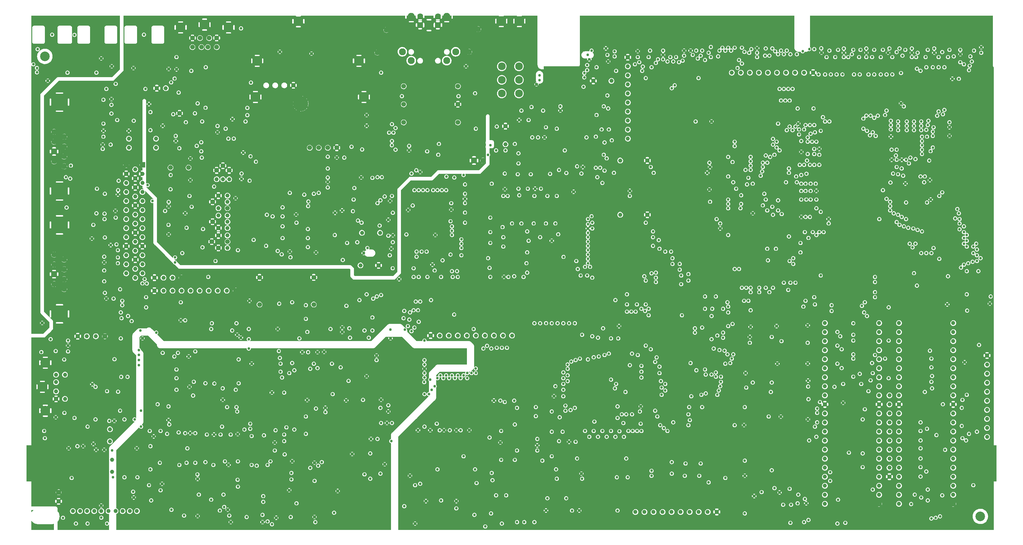
<source format=gbr>
%FSLAX34Y34*%
%MOMM*%
%LNCOPPER_INNER1*%
G71*
G01*
%ADD10C,1.166*%
%ADD11C,0.755*%
%ADD12C,2.160*%
%ADD13C,1.339*%
%ADD14C,1.338*%
%ADD15C,0.757*%
%ADD16C,0.756*%
%ADD17C,1.167*%
%ADD18C,1.621*%
%ADD19C,1.339*%
%ADD20C,1.619*%
%ADD21C,2.158*%
%ADD22C,2.698*%
%ADD23C,1.166*%
%ADD24C,1.620*%
%ADD25C,0.754*%
%ADD26C,2.700*%
%ADD27C,4.319*%
%ADD28C,1.340*%
%ADD29C,1.338*%
%ADD30C,1.340*%
%ADD31C,1.340*%
%ADD32C,4.319*%
%ADD33C,2.160*%
%ADD34C,1.943*%
%ADD35C,2.698*%
%ADD36C,2.700*%
%ADD37C,2.159*%
%ADD38C,1.619*%
%ADD39C,1.621*%
%ADD40C,2.160*%
%ADD41C,1.165*%
%ADD42C,2.159*%
%LPD*%
X406293Y-631748D02*
G54D10*
D03*
X702999Y-1003149D02*
G54D11*
D03*
X983457Y-1086472D02*
G54D11*
D03*
X1200910Y-1263282D02*
G54D11*
D03*
X432709Y-838535D02*
G54D11*
D03*
X436774Y-917793D02*
G54D11*
D03*
X436774Y-889338D02*
G54D11*
D03*
X270129Y-999084D02*
G54D10*
D03*
X668458Y-131346D02*
G54D12*
D03*
X588180Y-161016D02*
G54D13*
D03*
X563790Y-253234D02*
G54D11*
D03*
X567086Y-161016D02*
G54D14*
D03*
X567086Y-186422D02*
G54D14*
D03*
X500283Y-248149D02*
G54D15*
D03*
X959073Y-1076310D02*
G54D15*
D03*
X908264Y-1076310D02*
G54D16*
D03*
X814778Y-1076310D02*
G54D16*
D03*
X733487Y-1076310D02*
G54D16*
D03*
X522131Y-1092571D02*
G54D11*
D03*
X574966Y-1041762D02*
G54D11*
D03*
X526195Y-1045827D02*
G54D11*
D03*
X483518Y-1045827D02*
G54D11*
D03*
X516034Y-1055991D02*
G54D15*
D03*
X885905Y-1273444D02*
G54D11*
D03*
X798517Y-1320188D02*
G54D15*
D03*
X786329Y-1350669D02*
G54D11*
D03*
X694875Y-1350669D02*
G54D15*
D03*
X444900Y-1417733D02*
G54D15*
D03*
X507902Y-1486832D02*
G54D15*
D03*
X450996Y-1460411D02*
G54D11*
D03*
X477421Y-1431959D02*
G54D16*
D03*
X481480Y-1413675D02*
G54D11*
D03*
X350958Y-1490389D02*
G54D17*
D03*
X206615Y-438423D02*
G54D18*
D03*
X920460Y-1362866D02*
G54D16*
D03*
X930616Y-1352702D02*
G54D16*
D03*
X1015971Y-1330350D02*
G54D16*
D03*
X1095236Y-1385218D02*
G54D16*
D03*
X1050525Y-1387249D02*
G54D11*
D03*
X1066779Y-1399445D02*
G54D15*
D03*
X847292Y-1074278D02*
G54D11*
D03*
X663373Y-871050D02*
G54D17*
D03*
X573953Y-372628D02*
G54D15*
D03*
X792420Y-662229D02*
G54D11*
D03*
X755584Y-833705D02*
G54D19*
D03*
X339224Y-373139D02*
G54D11*
D03*
X1072877Y-554013D02*
G54D11*
D03*
X1358413Y-505236D02*
G54D20*
D03*
X731454Y-286261D02*
G54D11*
D03*
X1436403Y-278638D02*
G54D21*
D03*
X1361466Y-1373029D02*
G54D11*
D03*
X1162297Y-1476672D02*
G54D11*
D03*
X1192781Y-1525447D02*
G54D11*
D03*
X1178558Y-1391315D02*
G54D11*
D03*
X1192781Y-1417733D02*
G54D11*
D03*
X1137915Y-474754D02*
G54D15*
D03*
X1176017Y-476787D02*
G54D15*
D03*
X250995Y-1490389D02*
G54D17*
D03*
X259959Y-1307993D02*
G54D11*
D03*
X243677Y-1307964D02*
G54D16*
D03*
X347858Y-1063611D02*
G54D15*
D03*
X119737Y-234941D02*
G54D16*
D03*
X129900Y-257300D02*
G54D11*
D03*
X129900Y-245105D02*
G54D11*
D03*
X131926Y-192264D02*
G54D11*
D03*
X152252Y-212589D02*
G54D22*
D03*
X420513Y-982823D02*
G54D11*
D03*
X416448Y-1037695D02*
G54D11*
D03*
X365640Y-1005182D02*
G54D11*
D03*
X426611Y-1005182D02*
G54D15*
D03*
X416448Y-1066152D02*
G54D11*
D03*
X416448Y-1051926D02*
G54D11*
D03*
X416448Y-1080375D02*
G54D11*
D03*
X522131Y-1116954D02*
G54D11*
D03*
X522131Y-1149469D02*
G54D11*
D03*
X207125Y-1214506D02*
G54D11*
D03*
X235575Y-1228734D02*
G54D16*
D03*
X294514Y-1232799D02*
G54D16*
D03*
X347355Y-1236863D02*
G54D11*
D03*
X333126Y-1236863D02*
G54D15*
D03*
X363608Y-1208409D02*
G54D15*
D03*
X422547Y-1208409D02*
G54D15*
D03*
X404252Y-1232799D02*
G54D11*
D03*
X375804Y-1232799D02*
G54D16*
D03*
X568875Y-1165729D02*
G54D11*
D03*
X558711Y-1141345D02*
G54D16*
D03*
X570899Y-1127117D02*
G54D11*
D03*
X603420Y-1131181D02*
G54D11*
D03*
X499773Y-1234832D02*
G54D16*
D03*
X628570Y-1131947D02*
G54D11*
D03*
X652197Y-1145410D02*
G54D16*
D03*
X688777Y-1149469D02*
G54D11*
D03*
X696906Y-1131181D02*
G54D11*
D03*
X668452Y-1360833D02*
G54D11*
D03*
X658295Y-1350669D02*
G54D11*
D03*
X625772Y-1360833D02*
G54D11*
D03*
X603420Y-1352702D02*
G54D11*
D03*
X627805Y-1275476D02*
G54D16*
D03*
X607485Y-1275476D02*
G54D11*
D03*
X674549Y-1275476D02*
G54D16*
D03*
X650164Y-1253118D02*
G54D11*
D03*
X646100Y-1275476D02*
G54D11*
D03*
X475389Y-1354736D02*
G54D11*
D03*
X448963Y-1373029D02*
G54D15*
D03*
X501803Y-1247021D02*
G54D11*
D03*
X495706Y-1273444D02*
G54D15*
D03*
X477421Y-1265314D02*
G54D16*
D03*
X458108Y-1280555D02*
G54D11*
D03*
X448963Y-1307993D02*
G54D15*
D03*
X446932Y-1265314D02*
G54D11*
D03*
X422547Y-1253118D02*
G54D15*
D03*
X335159Y-1260484D02*
G54D10*
D03*
X335159Y-1294529D02*
G54D10*
D03*
X341256Y-1320188D02*
G54D15*
D03*
X318898Y-1318155D02*
G54D11*
D03*
X341250Y-1345839D02*
G54D10*
D03*
X341250Y-1379883D02*
G54D10*
D03*
X410352Y-1314091D02*
G54D15*
D03*
X366908Y-1113145D02*
G54D11*
D03*
X384693Y-1113145D02*
G54D16*
D03*
X217281Y-1041762D02*
G54D11*
D03*
X206615Y-1064623D02*
G54D11*
D03*
X208648Y-1107053D02*
G54D17*
D03*
X692842Y-995018D02*
G54D11*
D03*
X619675Y-978757D02*
G54D16*
D03*
X678614Y-982823D02*
G54D15*
D03*
X696906Y-1064114D02*
G54D11*
D03*
X556678Y-1055991D02*
G54D11*
D03*
X406293Y-834973D02*
G54D10*
D03*
X406293Y-809575D02*
G54D10*
D03*
X406293Y-784165D02*
G54D10*
D03*
X426358Y-850477D02*
G54D11*
D03*
X426358Y-796870D02*
G54D10*
D03*
X426358Y-822275D02*
G54D10*
D03*
X637968Y-871050D02*
G54D10*
D03*
X612565Y-871050D02*
G54D17*
D03*
X587160Y-871050D02*
G54D10*
D03*
X561764Y-871050D02*
G54D10*
D03*
X485542Y-834464D02*
G54D10*
D03*
X611552Y-832437D02*
G54D11*
D03*
X320930Y-721423D02*
G54D16*
D03*
X319918Y-669850D02*
G54D11*
D03*
X319918Y-654609D02*
G54D11*
D03*
X538386Y-765369D02*
G54D15*
D03*
X380882Y-771467D02*
G54D10*
D03*
X426358Y-771467D02*
G54D10*
D03*
X406293Y-555535D02*
G54D10*
D03*
X406293Y-530136D02*
G54D10*
D03*
X380882Y-542830D02*
G54D10*
D03*
X351419Y-665792D02*
G54D11*
D03*
X358020Y-1155065D02*
G54D11*
D03*
X357510Y-757237D02*
G54D11*
D03*
X357510Y-777565D02*
G54D11*
D03*
X357510Y-793826D02*
G54D11*
D03*
X363608Y-866986D02*
G54D15*
D03*
X369707Y-911696D02*
G54D11*
D03*
X369707Y-899500D02*
G54D11*
D03*
X367674Y-948276D02*
G54D16*
D03*
X365640Y-932015D02*
G54D11*
D03*
X380882Y-796870D02*
G54D10*
D03*
X380882Y-822275D02*
G54D10*
D03*
X385967Y-942179D02*
G54D11*
D03*
X284350Y-724723D02*
G54D11*
D03*
X297049Y-653597D02*
G54D16*
D03*
X288415Y-686111D02*
G54D11*
D03*
X225411Y-519464D02*
G54D11*
D03*
X206615Y-466119D02*
G54D18*
D03*
X206615Y-521490D02*
G54D18*
D03*
X206615Y-493805D02*
G54D18*
D03*
X426358Y-644445D02*
G54D10*
D03*
X426358Y-669858D02*
G54D10*
D03*
X426358Y-695254D02*
G54D10*
D03*
X426358Y-720665D02*
G54D10*
D03*
X426358Y-746061D02*
G54D10*
D03*
X454552Y-619049D02*
G54D11*
D03*
X500283Y-621584D02*
G54D15*
D03*
X623486Y-621584D02*
G54D19*
D03*
X665406Y-621584D02*
G54D23*
D03*
X314833Y-460526D02*
G54D11*
D03*
X314833Y-472723D02*
G54D11*
D03*
X337191Y-460526D02*
G54D16*
D03*
X178166Y-769690D02*
G54D20*
D03*
X947387Y-565699D02*
G54D15*
D03*
X947387Y-553000D02*
G54D15*
D03*
X947387Y-527596D02*
G54D15*
D03*
X840692Y-596180D02*
G54D11*
D03*
X688267Y-611427D02*
G54D11*
D03*
X881337Y-601266D02*
G54D16*
D03*
X908264Y-598722D02*
G54D16*
D03*
X921982Y-596180D02*
G54D11*
D03*
X1020036Y-614983D02*
G54D15*
D03*
X892769Y-620317D02*
G54D11*
D03*
X1438693Y-692208D02*
G54D11*
D03*
X891500Y-697796D02*
G54D11*
D03*
X1280680Y-550457D02*
G54D15*
D03*
X1303039Y-553000D02*
G54D11*
D03*
X1259850Y-458493D02*
G54D11*
D03*
X1257818Y-488975D02*
G54D16*
D03*
X1087106Y-551979D02*
G54D16*
D03*
X1099295Y-551979D02*
G54D11*
D03*
X1182625Y-541816D02*
G54D11*
D03*
X1196344Y-532674D02*
G54D16*
D03*
X1207009Y-537751D02*
G54D15*
D03*
X1444790Y-541816D02*
G54D16*
D03*
X1383817Y-505236D02*
G54D24*
D03*
X1333011Y-625140D02*
G54D11*
D03*
X1294398Y-625140D02*
G54D11*
D03*
X1601273Y-352811D02*
G54D11*
D03*
X1597208Y-531654D02*
G54D11*
D03*
X1534211Y-291338D02*
G54D15*
D03*
X1519983Y-354852D02*
G54D11*
D03*
X1613469Y-476787D02*
G54D11*
D03*
X1333011Y-598722D02*
G54D11*
D03*
X1404145Y-665792D02*
G54D11*
D03*
X1292366Y-675947D02*
G54D16*
D03*
X2706838Y-212589D02*
G54D15*
D03*
X2710902Y-667817D02*
G54D15*
D03*
X2643834Y-1062087D02*
G54D25*
D03*
X2639770Y-1039729D02*
G54D25*
D03*
X2605226Y-700339D02*
G54D25*
D03*
X2599130Y-738952D02*
G54D25*
D03*
X2582861Y-738952D02*
G54D15*
D03*
X2584906Y-497106D02*
G54D25*
D03*
X2595066Y-821765D02*
G54D25*
D03*
X2586925Y-1470574D02*
G54D15*
D03*
X2597098Y-1444156D02*
G54D25*
D03*
X2546290Y-677981D02*
G54D11*
D03*
X2523932Y-917793D02*
G54D15*
D03*
X2527996Y-645465D02*
G54D15*
D03*
X2656038Y-1509192D02*
G54D15*
D03*
X2651974Y-190231D02*
G54D15*
D03*
X2651974Y-202428D02*
G54D15*
D03*
X2694657Y-436143D02*
G54D11*
D03*
X2743427Y-1163697D02*
G54D25*
D03*
X2658058Y-1276745D02*
G54D25*
D03*
X2668230Y-1505126D02*
G54D15*
D03*
X2674314Y-1446187D02*
G54D25*
D03*
X2682454Y-1318155D02*
G54D15*
D03*
X2517832Y-612952D02*
G54D11*
D03*
X2527996Y-621074D02*
G54D15*
D03*
X2527996Y-633270D02*
G54D15*
D03*
X2479221Y-1429929D02*
G54D11*
D03*
X2572714Y-503204D02*
G54D25*
D03*
X2572714Y-623115D02*
G54D25*
D03*
X2572714Y-669850D02*
G54D25*
D03*
X2623514Y-566208D02*
G54D25*
D03*
X2639770Y-560111D02*
G54D25*
D03*
X2615386Y-1452286D02*
G54D25*
D03*
X2574733Y-395496D02*
G54D15*
D03*
X2517832Y-263398D02*
G54D11*
D03*
X2521899Y-202428D02*
G54D11*
D03*
X2525964Y-190231D02*
G54D11*
D03*
X2534093Y-263398D02*
G54D11*
D03*
X2534093Y-214622D02*
G54D11*
D03*
X2601162Y-214622D02*
G54D25*
D03*
X2605226Y-202428D02*
G54D25*
D03*
X2666186Y-781629D02*
G54D25*
D03*
X2649930Y-751147D02*
G54D25*
D03*
X2643834Y-765369D02*
G54D25*
D03*
X2629622Y-765369D02*
G54D15*
D03*
X2641814Y-614983D02*
G54D15*
D03*
X2631642Y-623115D02*
G54D25*
D03*
X2666186Y-604821D02*
G54D25*
D03*
X2674314Y-594656D02*
G54D25*
D03*
X2702774Y-275586D02*
G54D15*
D03*
X2546290Y-200393D02*
G54D11*
D03*
X2550355Y-395496D02*
G54D11*
D03*
X2550355Y-407684D02*
G54D11*
D03*
X2550355Y-419882D02*
G54D11*
D03*
X2554421Y-190231D02*
G54D11*
D03*
X2501580Y-263398D02*
G54D15*
D03*
X2501580Y-214622D02*
G54D15*
D03*
X2507677Y-194296D02*
G54D11*
D03*
X2588970Y-190231D02*
G54D25*
D03*
X2588970Y-202428D02*
G54D25*
D03*
X2588970Y-214622D02*
G54D25*
D03*
X2460935Y-190231D02*
G54D11*
D03*
X2593034Y-696274D02*
G54D25*
D03*
X2591002Y-749115D02*
G54D25*
D03*
X2595066Y-395496D02*
G54D25*
D03*
X2595066Y-407684D02*
G54D25*
D03*
X2595066Y-419882D02*
G54D25*
D03*
X2442641Y-263398D02*
G54D15*
D03*
X2467033Y-263398D02*
G54D15*
D03*
X2483285Y-263398D02*
G54D11*
D03*
X2517832Y-365007D02*
G54D11*
D03*
X2424346Y-962504D02*
G54D11*
D03*
X2424346Y-995018D02*
G54D11*
D03*
X2424346Y-1011279D02*
G54D11*
D03*
X2424346Y-1049891D02*
G54D11*
D03*
X2424346Y-1062087D02*
G54D11*
D03*
X2424346Y-1112888D02*
G54D11*
D03*
X2566456Y-352971D02*
G54D16*
D03*
X2570673Y-194296D02*
G54D16*
D03*
X2397930Y-190231D02*
G54D11*
D03*
X2397930Y-202428D02*
G54D11*
D03*
X2397930Y-214622D02*
G54D11*
D03*
X2410126Y-214622D02*
G54D11*
D03*
X2420289Y-206492D02*
G54D15*
D03*
X2473130Y-379236D02*
G54D11*
D03*
X2471089Y-434109D02*
G54D11*
D03*
X2483285Y-385333D02*
G54D11*
D03*
X2479221Y-425980D02*
G54D11*
D03*
X2493449Y-379236D02*
G54D15*
D03*
X2487351Y-436143D02*
G54D11*
D03*
X2424346Y-194296D02*
G54D11*
D03*
X2426387Y-263398D02*
G54D11*
D03*
X2497514Y-669850D02*
G54D16*
D03*
X2536127Y-541816D02*
G54D15*
D03*
X2538159Y-653597D02*
G54D11*
D03*
X2345089Y-263398D02*
G54D16*
D03*
X2349154Y-214622D02*
G54D15*
D03*
X2357285Y-196328D02*
G54D16*
D03*
X2361351Y-263398D02*
G54D15*
D03*
X2532061Y-503204D02*
G54D16*
D03*
X2462967Y-942179D02*
G54D16*
D03*
X2485319Y-1051926D02*
G54D16*
D03*
X2477188Y-1074278D02*
G54D15*
D03*
X2467033Y-1153533D02*
G54D15*
D03*
X2473130Y-1123052D02*
G54D11*
D03*
X2479221Y-1102735D02*
G54D11*
D03*
X2485319Y-832437D02*
G54D16*
D03*
X2485319Y-846659D02*
G54D16*
D03*
X2485319Y-875115D02*
G54D16*
D03*
X2485319Y-889338D02*
G54D16*
D03*
X2462967Y-421914D02*
G54D16*
D03*
X2460935Y-379236D02*
G54D11*
D03*
X2286157Y-258319D02*
G54D10*
D03*
X2286159Y-1521381D02*
G54D11*
D03*
X2298345Y-1515283D02*
G54D16*
D03*
X2267864Y-1468539D02*
G54D15*
D03*
X2292248Y-1468539D02*
G54D11*
D03*
X2269897Y-1444156D02*
G54D11*
D03*
X2288191Y-1456351D02*
G54D16*
D03*
X2195206Y-1375564D02*
G54D11*
D03*
X2032118Y-1033631D02*
G54D11*
D03*
X2026024Y-1007214D02*
G54D11*
D03*
X2026024Y-1106791D02*
G54D11*
D03*
X2141864Y-653597D02*
G54D11*
D03*
X2241447Y-304043D02*
G54D16*
D03*
X2237382Y-419882D02*
G54D15*
D03*
X2198770Y-460526D02*
G54D15*
D03*
X2241447Y-869019D02*
G54D16*
D03*
X2245512Y-787729D02*
G54D15*
D03*
X2247545Y-848691D02*
G54D11*
D03*
X2202834Y-488975D02*
G54D15*
D03*
X2208926Y-468657D02*
G54D15*
D03*
X2217055Y-476787D02*
G54D16*
D03*
X2235348Y-566208D02*
G54D11*
D03*
X2212990Y-617016D02*
G54D15*
D03*
X2212990Y-645465D02*
G54D15*
D03*
X2223154Y-655629D02*
G54D11*
D03*
X2284125Y-915763D02*
G54D15*
D03*
X2206893Y-753173D02*
G54D11*
D03*
X2198770Y-657661D02*
G54D15*
D03*
X2196738Y-635304D02*
G54D11*
D03*
X2247545Y-1523414D02*
G54D11*
D03*
X2249570Y-1472606D02*
G54D11*
D03*
X2227220Y-1472606D02*
G54D11*
D03*
X2229251Y-848691D02*
G54D16*
D03*
X2210958Y-1076310D02*
G54D11*
D03*
X2195206Y-1129151D02*
G54D11*
D03*
X2220611Y-1225179D02*
G54D16*
D03*
X2222643Y-1012802D02*
G54D11*
D03*
X2121539Y-1102735D02*
G54D11*
D03*
X2123571Y-1143377D02*
G54D16*
D03*
X2135765Y-925924D02*
G54D16*
D03*
X2135765Y-972666D02*
G54D16*
D03*
X2133733Y-1001117D02*
G54D11*
D03*
X2133733Y-1017370D02*
G54D11*
D03*
X2135765Y-862919D02*
G54D16*
D03*
X2135765Y-875115D02*
G54D16*
D03*
X2160149Y-875115D02*
G54D11*
D03*
X2160149Y-862919D02*
G54D11*
D03*
X2182509Y-753173D02*
G54D16*
D03*
X2178443Y-862919D02*
G54D15*
D03*
X2184542Y-785694D02*
G54D11*
D03*
X2109348Y-602788D02*
G54D15*
D03*
X2109348Y-627173D02*
G54D15*
D03*
X2086989Y-1049891D02*
G54D11*
D03*
X2084956Y-964537D02*
G54D15*
D03*
X2082924Y-1062087D02*
G54D11*
D03*
X2202834Y-1425862D02*
G54D15*
D03*
X2217055Y-1438058D02*
G54D16*
D03*
X2296824Y-1232799D02*
G54D11*
D03*
X2371514Y-1141345D02*
G54D11*
D03*
X2373546Y-214622D02*
G54D15*
D03*
X2320705Y-614983D02*
G54D11*
D03*
X2320705Y-452396D02*
G54D11*
D03*
X2332901Y-421914D02*
G54D11*
D03*
X2286159Y-517431D02*
G54D11*
D03*
X2294288Y-505236D02*
G54D11*
D03*
X2296312Y-486950D02*
G54D11*
D03*
X2302412Y-517431D02*
G54D15*
D03*
X2308510Y-452396D02*
G54D11*
D03*
X2296312Y-452396D02*
G54D11*
D03*
X2338992Y-383300D02*
G54D11*
D03*
X2243481Y-718626D02*
G54D11*
D03*
X2243481Y-539783D02*
G54D11*
D03*
X2245512Y-336556D02*
G54D15*
D03*
X2245512Y-409717D02*
G54D15*
D03*
X2243481Y-527596D02*
G54D11*
D03*
X2278028Y-614983D02*
G54D11*
D03*
X2292248Y-614983D02*
G54D11*
D03*
X2304444Y-614983D02*
G54D11*
D03*
X2318672Y-570272D02*
G54D15*
D03*
X2320705Y-590592D02*
G54D11*
D03*
X2328836Y-517431D02*
G54D11*
D03*
X2328836Y-472723D02*
G54D11*
D03*
X2328836Y-488975D02*
G54D11*
D03*
X2310542Y-706437D02*
G54D16*
D03*
X2332901Y-828371D02*
G54D11*
D03*
X2332901Y-649531D02*
G54D11*
D03*
X2320705Y-639368D02*
G54D11*
D03*
X2275993Y-763337D02*
G54D16*
D03*
X2275993Y-736920D02*
G54D16*
D03*
X2298345Y-722690D02*
G54D16*
D03*
X2288191Y-706437D02*
G54D16*
D03*
X2135765Y-531654D02*
G54D16*
D03*
X1885796Y-1143377D02*
G54D11*
D03*
X1723214Y-352811D02*
G54D11*
D03*
X1645982Y-787729D02*
G54D16*
D03*
X1643950Y-1066152D02*
G54D11*
D03*
X1643950Y-1295796D02*
G54D11*
D03*
X1723214Y-488975D02*
G54D11*
D03*
X1719151Y-568240D02*
G54D11*
D03*
X1658179Y-828371D02*
G54D16*
D03*
X1670374Y-803981D02*
G54D16*
D03*
X1914245Y-1352702D02*
G54D16*
D03*
X1914245Y-1385218D02*
G54D16*
D03*
X1913744Y-1492931D02*
G54D10*
D03*
X1888332Y-1492931D02*
G54D10*
D03*
X1997570Y-1163697D02*
G54D11*
D03*
X1999602Y-1198253D02*
G54D15*
D03*
X2009766Y-1159632D02*
G54D11*
D03*
X2009766Y-1106791D02*
G54D11*
D03*
X1983347Y-1094602D02*
G54D11*
D03*
X1960988Y-824307D02*
G54D16*
D03*
X1960988Y-842594D02*
G54D16*
D03*
X1969121Y-1167762D02*
G54D16*
D03*
X2019927Y-586527D02*
G54D16*
D03*
X2021960Y-621074D02*
G54D11*
D03*
X2007731Y-887312D02*
G54D16*
D03*
X2007731Y-921857D02*
G54D16*
D03*
X1979282Y-976733D02*
G54D11*
D03*
X1979282Y-988920D02*
G54D11*
D03*
X1999602Y-974693D02*
G54D15*
D03*
X2007731Y-1092571D02*
G54D16*
D03*
X1873600Y-1224669D02*
G54D11*
D03*
X1867503Y-1208409D02*
G54D16*
D03*
X1960988Y-1218570D02*
G54D16*
D03*
X1963022Y-1198253D02*
G54D11*
D03*
X1774016Y-1218570D02*
G54D16*
D03*
X1778081Y-1242957D02*
G54D15*
D03*
X1719151Y-1265314D02*
G54D11*
D03*
X1696791Y-1238890D02*
G54D15*
D03*
X1694760Y-1265314D02*
G54D11*
D03*
X1656147Y-1062087D02*
G54D11*
D03*
X1662244Y-995018D02*
G54D15*
D03*
X1591109Y-604821D02*
G54D15*
D03*
X1595173Y-712536D02*
G54D15*
D03*
X1587051Y-682047D02*
G54D11*
D03*
X1618042Y-540294D02*
G54D11*
D03*
X1609913Y-776042D02*
G54D11*
D03*
X1593142Y-962504D02*
G54D11*
D03*
X1609403Y-962504D02*
G54D11*
D03*
X1678499Y-732853D02*
G54D11*
D03*
X1755729Y-1281575D02*
G54D15*
D03*
X1743534Y-1265314D02*
G54D15*
D03*
X1737437Y-1047860D02*
G54D11*
D03*
X1743534Y-1005182D02*
G54D15*
D03*
X1743534Y-1121020D02*
G54D15*
D03*
X1818727Y-198361D02*
G54D11*
D03*
X1818727Y-214622D02*
G54D11*
D03*
X1875632Y-220712D02*
G54D15*
D03*
X1879697Y-753173D02*
G54D16*
D03*
X1877665Y-728789D02*
G54D11*
D03*
X1810598Y-234941D02*
G54D11*
D03*
X1790781Y-392954D02*
G54D10*
D03*
X1816191Y-909663D02*
G54D11*
D03*
X1818727Y-1051926D02*
G54D11*
D03*
X1812630Y-929989D02*
G54D15*
D03*
X2023994Y-186167D02*
G54D15*
D03*
X2023994Y-214622D02*
G54D15*
D03*
X1983167Y-196149D02*
G54D11*
D03*
X1987414Y-218686D02*
G54D11*
D03*
X1989438Y-273554D02*
G54D11*
D03*
X1995537Y-210557D02*
G54D16*
D03*
X1830922Y-253234D02*
G54D11*
D03*
X1832954Y-241038D02*
G54D16*
D03*
X1841087Y-273554D02*
G54D16*
D03*
X1822793Y-228844D02*
G54D11*
D03*
X1889861Y-196328D02*
G54D11*
D03*
X1755729Y-897467D02*
G54D15*
D03*
X1788246Y-881214D02*
G54D11*
D03*
X1788246Y-909663D02*
G54D11*
D03*
X1788246Y-929989D02*
G54D11*
D03*
X2044312Y-212589D02*
G54D11*
D03*
X2048376Y-196328D02*
G54D11*
D03*
X2056508Y-188199D02*
G54D11*
D03*
X2064637Y-196328D02*
G54D11*
D03*
X2072768Y-188199D02*
G54D11*
D03*
X2080892Y-196328D02*
G54D15*
D03*
X1767160Y-1266078D02*
G54D11*
D03*
X1765894Y-970636D02*
G54D11*
D03*
X1744547Y-281430D02*
G54D10*
D03*
X1757762Y-253234D02*
G54D11*
D03*
X1753698Y-198361D02*
G54D11*
D03*
X1753698Y-212589D02*
G54D11*
D03*
X1769447Y-505235D02*
G54D10*
D03*
X1745567Y-448332D02*
G54D11*
D03*
X1769447Y-657662D02*
G54D10*
D03*
X1751664Y-539783D02*
G54D16*
D03*
X1688660Y-661726D02*
G54D15*
D03*
X1684596Y-803981D02*
G54D15*
D03*
X1690694Y-834471D02*
G54D11*
D03*
X1694760Y-1058023D02*
G54D11*
D03*
X1690694Y-999085D02*
G54D11*
D03*
X1721176Y-976733D02*
G54D11*
D03*
X1725241Y-1051926D02*
G54D11*
D03*
X1828889Y-921857D02*
G54D15*
D03*
X1837022Y-830405D02*
G54D15*
D03*
X1841087Y-842594D02*
G54D16*
D03*
X1841087Y-909663D02*
G54D16*
D03*
X1839053Y-927957D02*
G54D11*
D03*
X1828889Y-1114923D02*
G54D15*
D03*
X1828889Y-1082407D02*
G54D15*
D03*
X1828889Y-1098668D02*
G54D15*
D03*
X2111381Y-232909D02*
G54D11*
D03*
X2072768Y-614983D02*
G54D11*
D03*
X2072768Y-627173D02*
G54D11*
D03*
X2072768Y-639368D02*
G54D11*
D03*
X2026024Y-942179D02*
G54D11*
D03*
X2028051Y-921857D02*
G54D11*
D03*
X2038213Y-887312D02*
G54D15*
D03*
X2095120Y-584495D02*
G54D11*
D03*
X1902049Y-1265314D02*
G54D16*
D03*
X1891893Y-1257184D02*
G54D16*
D03*
X1881732Y-1249054D02*
G54D11*
D03*
X1965054Y-1234832D02*
G54D15*
D03*
X1960988Y-1249054D02*
G54D16*
D03*
X1918312Y-1240930D02*
G54D15*
D03*
X1589078Y-1373029D02*
G54D11*
D03*
X1633795Y-1488867D02*
G54D11*
D03*
X1582985Y-1167762D02*
G54D11*
D03*
X1609403Y-1149469D02*
G54D11*
D03*
X1609403Y-1167762D02*
G54D11*
D03*
X1587051Y-1139313D02*
G54D11*
D03*
X1599240Y-1226702D02*
G54D16*
D03*
X1615501Y-1208409D02*
G54D15*
D03*
X1615501Y-1194186D02*
G54D15*
D03*
X1607371Y-1267347D02*
G54D16*
D03*
X1511851Y-730821D02*
G54D11*
D03*
X1235460Y-1263282D02*
G54D11*
D03*
X1219205Y-1253118D02*
G54D15*
D03*
X1219205Y-1011279D02*
G54D15*
D03*
X1084563Y-1053447D02*
G54D11*
D03*
X1219205Y-1161665D02*
G54D15*
D03*
X1231393Y-1161665D02*
G54D11*
D03*
X1239525Y-1149469D02*
G54D11*
D03*
X1247654Y-1139313D02*
G54D11*
D03*
X999283Y-1179373D02*
G54D15*
D03*
X1005817Y-1124574D02*
G54D15*
D03*
X1056616Y-1111876D02*
G54D11*
D03*
X1084563Y-1066152D02*
G54D11*
D03*
X1123687Y-980791D02*
G54D11*
D03*
X1123687Y-1005182D02*
G54D11*
D03*
X1072877Y-982823D02*
G54D11*
D03*
X1062714Y-1003149D02*
G54D16*
D03*
X1050525Y-982823D02*
G54D11*
D03*
X814778Y-1098668D02*
G54D16*
D03*
X818845Y-1114923D02*
G54D15*
D03*
X914106Y-1202312D02*
G54D16*
D03*
X940779Y-1200277D02*
G54D11*
D03*
X1095236Y-1200277D02*
G54D16*
D03*
X692842Y-1210441D02*
G54D11*
D03*
X910296Y-1405542D02*
G54D11*
D03*
X910296Y-1507153D02*
G54D11*
D03*
X912330Y-1521381D02*
G54D15*
D03*
X940779Y-1212473D02*
G54D11*
D03*
X1117588Y-1210441D02*
G54D16*
D03*
X798517Y-1297828D02*
G54D15*
D03*
X768036Y-1277511D02*
G54D16*
D03*
X733487Y-1279543D02*
G54D16*
D03*
X694111Y-1274202D02*
G54D11*
D03*
X800549Y-1263282D02*
G54D11*
D03*
X729422Y-1244987D02*
G54D15*
D03*
X729422Y-1259215D02*
G54D15*
D03*
X713161Y-1261250D02*
G54D16*
D03*
X644068Y-1488867D02*
G54D15*
D03*
X654229Y-1444156D02*
G54D11*
D03*
X656256Y-1478703D02*
G54D11*
D03*
X666418Y-1486832D02*
G54D16*
D03*
X670484Y-1503087D02*
G54D15*
D03*
X674549Y-1521381D02*
G54D16*
D03*
X543468Y-1503087D02*
G54D15*
D03*
X581573Y-1504618D02*
G54D15*
D03*
X766002Y-1448222D02*
G54D11*
D03*
X766002Y-1464475D02*
G54D11*
D03*
X719258Y-1507153D02*
G54D11*
D03*
X763970Y-1521381D02*
G54D15*
D03*
X763970Y-1501062D02*
G54D15*
D03*
X778197Y-1519349D02*
G54D11*
D03*
X790393Y-1527478D02*
G54D11*
D03*
X802583Y-1509192D02*
G54D16*
D03*
X839162Y-1431959D02*
G54D11*
D03*
X843228Y-1507153D02*
G54D11*
D03*
X845261Y-1383185D02*
G54D15*
D03*
X845261Y-1401478D02*
G54D15*
D03*
X693854Y-1402491D02*
G54D15*
D03*
X694875Y-1421797D02*
G54D15*
D03*
X778197Y-1360833D02*
G54D11*
D03*
X747716Y-1362866D02*
G54D11*
D03*
X733487Y-1360833D02*
G54D16*
D03*
X621708Y-962504D02*
G54D11*
D03*
X396123Y-956405D02*
G54D11*
D03*
X690811Y-962504D02*
G54D15*
D03*
X518066Y-777565D02*
G54D11*
D03*
X518066Y-791793D02*
G54D11*
D03*
X510956Y-834464D02*
G54D10*
D03*
X918427Y-1043795D02*
G54D11*
D03*
X892002Y-1043795D02*
G54D15*
D03*
X875749Y-1043795D02*
G54D11*
D03*
X937224Y-1043283D02*
G54D11*
D03*
X889461Y-1178437D02*
G54D11*
D03*
X961105Y-1161665D02*
G54D11*
D03*
X1263915Y-1108829D02*
G54D11*
D03*
X1338093Y-997052D02*
G54D10*
D03*
X1394973Y-1025909D02*
G54D15*
D03*
X1450887Y-1031598D02*
G54D11*
D03*
X1436658Y-1031598D02*
G54D16*
D03*
X1422431Y-1031598D02*
G54D11*
D03*
X1407141Y-1033535D02*
G54D16*
D03*
X1414301Y-997052D02*
G54D10*
D03*
X1439711Y-997052D02*
G54D10*
D03*
X1357401Y-978757D02*
G54D11*
D03*
X1363492Y-997052D02*
G54D10*
D03*
X1384706Y-1033535D02*
G54D15*
D03*
X1388902Y-997052D02*
G54D10*
D03*
X1287287Y-997052D02*
G54D10*
D03*
X1302527Y-938112D02*
G54D11*
D03*
X1310659Y-816176D02*
G54D11*
D03*
X1402112Y-807034D02*
G54D16*
D03*
X1398047Y-779596D02*
G54D16*
D03*
X1560882Y-962249D02*
G54D11*
D03*
X1576888Y-962504D02*
G54D16*
D03*
X1471206Y-830405D02*
G54D16*
D03*
X1497631Y-832437D02*
G54D11*
D03*
X1483402Y-584495D02*
G54D16*
D03*
X1485435Y-602788D02*
G54D11*
D03*
X1491532Y-682047D02*
G54D16*
D03*
X1465109Y-997052D02*
G54D10*
D03*
X1188716Y-832437D02*
G54D11*
D03*
X1202942Y-832437D02*
G54D16*
D03*
X1227334Y-832437D02*
G54D16*
D03*
X1265948Y-832437D02*
G54D15*
D03*
X1298463Y-832437D02*
G54D11*
D03*
X1312690Y-832437D02*
G54D15*
D03*
X1042395Y-680013D02*
G54D11*
D03*
X859488Y-680013D02*
G54D11*
D03*
X1226672Y-479481D02*
G54D15*
D03*
X1517948Y-543850D02*
G54D16*
D03*
X1528113Y-604821D02*
G54D11*
D03*
X1530145Y-584495D02*
G54D16*
D03*
X1591109Y-415816D02*
G54D15*
D03*
X1601273Y-365007D02*
G54D11*
D03*
X1731340Y-499139D02*
G54D15*
D03*
X1735404Y-358908D02*
G54D15*
D03*
X1729128Y-190231D02*
G54D11*
D03*
X1733371Y-208523D02*
G54D11*
D03*
X1735404Y-226811D02*
G54D15*
D03*
X1733371Y-322330D02*
G54D11*
D03*
X1725241Y-454428D02*
G54D11*
D03*
X1700855Y-438174D02*
G54D15*
D03*
X1717109Y-417848D02*
G54D11*
D03*
X1702889Y-377203D02*
G54D11*
D03*
X1676472Y-251202D02*
G54D11*
D03*
X1676472Y-236973D02*
G54D11*
D03*
X1678326Y-208523D02*
G54D16*
D03*
X1682564Y-220712D02*
G54D11*
D03*
X1700855Y-525563D02*
G54D15*
D03*
X1704921Y-551979D02*
G54D16*
D03*
X1713053Y-525563D02*
G54D16*
D03*
X1725241Y-533693D02*
G54D11*
D03*
X1857340Y-243072D02*
G54D11*
D03*
X1855313Y-523528D02*
G54D11*
D03*
X1869536Y-230875D02*
G54D11*
D03*
X1889861Y-208523D02*
G54D11*
D03*
X1889861Y-220712D02*
G54D11*
D03*
X1902049Y-226811D02*
G54D16*
D03*
X1849209Y-921857D02*
G54D11*
D03*
X1849209Y-940145D02*
G54D11*
D03*
X1841087Y-680013D02*
G54D16*
D03*
X1841087Y-1025501D02*
G54D16*
D03*
X1802473Y-1047860D02*
G54D15*
D03*
X1800441Y-929989D02*
G54D11*
D03*
X1796375Y-1080375D02*
G54D11*
D03*
X1912213Y-761304D02*
G54D11*
D03*
X1895952Y-761304D02*
G54D11*
D03*
X1895952Y-1133216D02*
G54D11*
D03*
X1916279Y-779596D02*
G54D11*
D03*
X1916279Y-795851D02*
G54D11*
D03*
X1867503Y-1071231D02*
G54D16*
D03*
X1879697Y-1084439D02*
G54D16*
D03*
X1879697Y-1102735D02*
G54D16*
D03*
X1883763Y-1125084D02*
G54D15*
D03*
X1871568Y-1058525D02*
G54D15*
D03*
X1855313Y-1035663D02*
G54D11*
D03*
X1845654Y-505235D02*
G54D10*
D03*
X1845654Y-657662D02*
G54D10*
D03*
X1849209Y-214622D02*
G54D11*
D03*
X1853274Y-196328D02*
G54D11*
D03*
X2212990Y-401596D02*
G54D15*
D03*
X2261767Y-409717D02*
G54D11*
D03*
X2269897Y-401596D02*
G54D11*
D03*
X2267864Y-358908D02*
G54D15*
D03*
X2271928Y-432077D02*
G54D15*
D03*
X2271928Y-417848D02*
G54D15*
D03*
X2273961Y-517431D02*
G54D11*
D03*
X2314608Y-192264D02*
G54D15*
D03*
X2253636Y-419882D02*
G54D11*
D03*
X2253636Y-304043D02*
G54D11*
D03*
X2260746Y-258319D02*
G54D10*
D03*
X2625546Y-549948D02*
G54D25*
D03*
X2637750Y-505236D02*
G54D15*
D03*
X2647898Y-436143D02*
G54D25*
D03*
X2631642Y-438174D02*
G54D25*
D03*
X2647898Y-423946D02*
G54D25*
D03*
X2641814Y-478820D02*
G54D15*
D03*
X2647898Y-468657D02*
G54D25*
D03*
X2627578Y-214622D02*
G54D25*
D03*
X2629622Y-243072D02*
G54D15*
D03*
X2633686Y-194296D02*
G54D15*
D03*
X2647898Y-243072D02*
G54D25*
D03*
X2690582Y-214622D02*
G54D15*
D03*
X2694657Y-194296D02*
G54D11*
D03*
X2694657Y-411749D02*
G54D11*
D03*
X2694657Y-397530D02*
G54D11*
D03*
X2664166Y-243072D02*
G54D15*
D03*
X2664166Y-214622D02*
G54D15*
D03*
X2674314Y-200393D02*
G54D25*
D03*
X2680422Y-243072D02*
G54D15*
D03*
X2723094Y-698306D02*
G54D15*
D03*
X2723094Y-682047D02*
G54D15*
D03*
X2723094Y-669850D02*
G54D15*
D03*
X2721075Y-653597D02*
G54D25*
D03*
X2716998Y-641399D02*
G54D15*
D03*
X2721075Y-275586D02*
G54D25*
D03*
X2763747Y-196328D02*
G54D25*
D03*
X2784054Y-187185D02*
G54D15*
D03*
X2784054Y-202428D02*
G54D15*
D03*
X2735286Y-234941D02*
G54D15*
D03*
X2749510Y-251202D02*
G54D15*
D03*
X2751555Y-239008D02*
G54D25*
D03*
X2753574Y-212589D02*
G54D15*
D03*
X2757638Y-226811D02*
G54D15*
D03*
X2761702Y-765369D02*
G54D15*
D03*
X2735286Y-797890D02*
G54D15*
D03*
X2743427Y-816176D02*
G54D25*
D03*
X2747491Y-793826D02*
G54D25*
D03*
X2759683Y-789760D02*
G54D25*
D03*
X2761702Y-747083D02*
G54D15*
D03*
X2743427Y-747083D02*
G54D25*
D03*
X2705327Y-961993D02*
G54D10*
D03*
X2705327Y-987398D02*
G54D10*
D03*
X2705327Y-1012802D02*
G54D10*
D03*
X2737329Y-1072243D02*
G54D11*
D03*
X2743427Y-881214D02*
G54D25*
D03*
X2744443Y-926939D02*
G54D25*
D03*
X2771875Y-771467D02*
G54D25*
D03*
X2771875Y-755213D02*
G54D25*
D03*
X2769843Y-738952D02*
G54D25*
D03*
X2771875Y-787729D02*
G54D25*
D03*
X2725139Y-194296D02*
G54D25*
D03*
X2725139Y-206492D02*
G54D25*
D03*
X2725139Y-228844D02*
G54D25*
D03*
X2357285Y-395496D02*
G54D16*
D03*
X2345089Y-395496D02*
G54D16*
D03*
X2290224Y-899500D02*
G54D11*
D03*
X2261767Y-848691D02*
G54D11*
D03*
X2166757Y-1437038D02*
G54D16*
D03*
X1786213Y-1342540D02*
G54D16*
D03*
X1779859Y-1281575D02*
G54D15*
D03*
X1786213Y-1218570D02*
G54D16*
D03*
X1784179Y-1155568D02*
G54D11*
D03*
X2058540Y-921857D02*
G54D15*
D03*
X2070728Y-903566D02*
G54D11*
D03*
X2072768Y-714560D02*
G54D11*
D03*
X2072768Y-915763D02*
G54D11*
D03*
X2072768Y-932015D02*
G54D11*
D03*
X2121539Y-531654D02*
G54D11*
D03*
X2125603Y-572306D02*
G54D11*
D03*
X2107316Y-639368D02*
G54D11*
D03*
X2170313Y-631238D02*
G54D16*
D03*
X2178443Y-614983D02*
G54D15*
D03*
X2182509Y-645465D02*
G54D16*
D03*
X2188606Y-210557D02*
G54D11*
D03*
X2141864Y-570272D02*
G54D11*
D03*
X2164216Y-547914D02*
G54D11*
D03*
X2168281Y-535718D02*
G54D11*
D03*
X2174379Y-598722D02*
G54D15*
D03*
X2217055Y-304043D02*
G54D16*
D03*
X2229251Y-304043D02*
G54D16*
D03*
X2233318Y-336556D02*
G54D15*
D03*
X2221122Y-336556D02*
G54D15*
D03*
X2159137Y-258319D02*
G54D17*
D03*
X2184542Y-258319D02*
G54D10*
D03*
X2099187Y-245105D02*
G54D11*
D03*
X2133734Y-258319D02*
G54D10*
D03*
X2108336Y-258319D02*
G54D10*
D03*
X2221122Y-196328D02*
G54D15*
D03*
X2265831Y-206492D02*
G54D11*
D03*
X2282092Y-198361D02*
G54D11*
D03*
X2300710Y-191931D02*
G54D11*
D03*
X2196738Y-190231D02*
G54D11*
D03*
X2204868Y-198361D02*
G54D11*
D03*
X2209946Y-258319D02*
G54D17*
D03*
X2212990Y-206492D02*
G54D15*
D03*
X1674433Y-440207D02*
G54D11*
D03*
X1660212Y-541816D02*
G54D11*
D03*
X1664276Y-523528D02*
G54D11*
D03*
X1682564Y-1281575D02*
G54D11*
D03*
X1365532Y-1411641D02*
G54D11*
D03*
X1434626Y-1346604D02*
G54D11*
D03*
X1434626Y-1265314D02*
G54D11*
D03*
X1432594Y-1297828D02*
G54D16*
D03*
X1402112Y-1283607D02*
G54D16*
D03*
X1328944Y-1336443D02*
G54D11*
D03*
X1345207Y-1263282D02*
G54D11*
D03*
X1320815Y-1263282D02*
G54D11*
D03*
X1308624Y-1263282D02*
G54D16*
D03*
X1265948Y-1460411D02*
G54D15*
D03*
X1532179Y-1223649D02*
G54D11*
D03*
X1532179Y-1198253D02*
G54D11*
D03*
X1536243Y-1287673D02*
G54D11*
D03*
X1536243Y-1305959D02*
G54D11*
D03*
X1536243Y-1320188D02*
G54D11*
D03*
X842593Y-776930D02*
G54D11*
D03*
X817823Y-768925D02*
G54D16*
D03*
X1048493Y-765369D02*
G54D16*
D03*
X2154058Y-189720D02*
G54D11*
D03*
X2154058Y-202428D02*
G54D11*
D03*
X2154058Y-214622D02*
G54D11*
D03*
X2176410Y-210557D02*
G54D11*
D03*
X2178443Y-190231D02*
G54D15*
D03*
X2326802Y-263398D02*
G54D15*
D03*
X2334422Y-189720D02*
G54D15*
D03*
X2334933Y-202428D02*
G54D16*
D03*
X2377610Y-263398D02*
G54D15*
D03*
X2381669Y-194296D02*
G54D11*
D03*
X2393865Y-263398D02*
G54D11*
D03*
X2304444Y-430044D02*
G54D11*
D03*
X2296312Y-440207D02*
G54D11*
D03*
X2286159Y-417848D02*
G54D11*
D03*
X2302412Y-405652D02*
G54D15*
D03*
X2290224Y-405652D02*
G54D11*
D03*
X2188606Y-875115D02*
G54D11*
D03*
X2192671Y-1155568D02*
G54D11*
D03*
X892002Y-633270D02*
G54D15*
D03*
X500283Y-634289D02*
G54D15*
D03*
X1130295Y-652067D02*
G54D15*
D03*
X1333011Y-651562D02*
G54D11*
D03*
X1130295Y-715579D02*
G54D15*
D03*
X1130295Y-734631D02*
G54D15*
D03*
X1125718Y-753173D02*
G54D15*
D03*
X1117588Y-716594D02*
G54D16*
D03*
X1196845Y-761304D02*
G54D11*
D03*
X1168396Y-713038D02*
G54D16*
D03*
X2729203Y-1200277D02*
G54D25*
D03*
X2731222Y-1177925D02*
G54D15*
D03*
X2731222Y-1285634D02*
G54D15*
D03*
X2729203Y-1251086D02*
G54D25*
D03*
X2015354Y-1492931D02*
G54D17*
D03*
X1989947Y-1492931D02*
G54D10*
D03*
X2314608Y-889338D02*
G54D15*
D03*
X2316640Y-909663D02*
G54D11*
D03*
X1207009Y-1413675D02*
G54D15*
D03*
X2749510Y-1273444D02*
G54D15*
D03*
X2741382Y-1291731D02*
G54D15*
D03*
X152252Y-1285634D02*
G54D11*
D03*
X150219Y-1265314D02*
G54D16*
D03*
X2448739Y-913728D02*
G54D11*
D03*
X2446705Y-1133216D02*
G54D15*
D03*
X2119512Y-1496997D02*
G54D11*
D03*
X2145929Y-1448222D02*
G54D11*
D03*
X2119512Y-1348638D02*
G54D11*
D03*
X2119512Y-1391315D02*
G54D11*
D03*
X2771875Y-1267347D02*
G54D25*
D03*
X1597208Y-1293763D02*
G54D11*
D03*
X1591109Y-1399445D02*
G54D15*
D03*
X182734Y-1226702D02*
G54D11*
D03*
X1670374Y-1265314D02*
G54D16*
D03*
X2781527Y-1505382D02*
G54D26*
D03*
X1631755Y-1070212D02*
G54D11*
D03*
X1625665Y-962504D02*
G54D11*
D03*
X1629729Y-1206376D02*
G54D11*
D03*
X288415Y-1301895D02*
G54D11*
D03*
X2412158Y-1326286D02*
G54D15*
D03*
X2391833Y-1035663D02*
G54D16*
D03*
X2387767Y-999085D02*
G54D15*
D03*
X2379643Y-1076310D02*
G54D11*
D03*
X2379643Y-1025501D02*
G54D11*
D03*
X2379643Y-986889D02*
G54D11*
D03*
X2391833Y-1088504D02*
G54D16*
D03*
X1414301Y-1179960D02*
G54D11*
D03*
X1432594Y-1179960D02*
G54D16*
D03*
X1444790Y-1184025D02*
G54D16*
D03*
X183753Y-1107053D02*
G54D10*
D03*
X183753Y-1128138D02*
G54D10*
D03*
X183753Y-1154045D02*
G54D10*
D03*
X183753Y-1175128D02*
G54D10*
D03*
X2800323Y-1231269D02*
G54D10*
D03*
X2800323Y-1256681D02*
G54D10*
D03*
X2800323Y-1282079D02*
G54D10*
D03*
X2800323Y-1053447D02*
G54D10*
D03*
X2800323Y-1078851D02*
G54D10*
D03*
X2800323Y-1104256D02*
G54D10*
D03*
X2800323Y-1129654D02*
G54D10*
D03*
X2800323Y-1155065D02*
G54D10*
D03*
X2800323Y-1180462D02*
G54D10*
D03*
X2800323Y-1205873D02*
G54D10*
D03*
X168512Y-1007214D02*
G54D11*
D03*
X1009873Y-1003149D02*
G54D11*
D03*
X1007848Y-976733D02*
G54D11*
D03*
X988033Y-974693D02*
G54D11*
D03*
X988033Y-987398D02*
G54D11*
D03*
X182734Y-1040742D02*
G54D11*
D03*
X193400Y-936080D02*
G54D27*
D03*
X810712Y-907630D02*
G54D15*
D03*
X847292Y-903566D02*
G54D11*
D03*
X999717Y-913728D02*
G54D11*
D03*
X178166Y-797376D02*
G54D20*
D03*
X178166Y-824810D02*
G54D20*
D03*
X178166Y-852512D02*
G54D20*
D03*
X908009Y-909919D02*
G54D19*
D03*
X908009Y-833705D02*
G54D19*
D03*
X206615Y-783408D02*
G54D18*
D03*
X989555Y-784675D02*
G54D16*
D03*
X1039350Y-799917D02*
G54D10*
D03*
X1129784Y-808046D02*
G54D16*
D03*
X1090159Y-799917D02*
G54D10*
D03*
X840692Y-761304D02*
G54D11*
D03*
X806647Y-759272D02*
G54D16*
D03*
X820366Y-723201D02*
G54D11*
D03*
X774133Y-745049D02*
G54D11*
D03*
X694875Y-757237D02*
G54D15*
D03*
X595291Y-749115D02*
G54D11*
D03*
X640000Y-750890D02*
G54D14*
D03*
X665406Y-750886D02*
G54D23*
D03*
X665407Y-733364D02*
G54D28*
D03*
X621455Y-733364D02*
G54D29*
D03*
X739075Y-728278D02*
G54D11*
D03*
X640002Y-715828D02*
G54D17*
D03*
X665406Y-715828D02*
G54D23*
D03*
X500283Y-713038D02*
G54D15*
D03*
X1043415Y-708469D02*
G54D10*
D03*
X1094216Y-708469D02*
G54D17*
D03*
X596813Y-697796D02*
G54D15*
D03*
X550580Y-694242D02*
G54D15*
D03*
X623486Y-677471D02*
G54D19*
D03*
X499773Y-686111D02*
G54D16*
D03*
X193400Y-686111D02*
G54D27*
D03*
X490118Y-646989D02*
G54D11*
D03*
X665407Y-639113D02*
G54D28*
D03*
X640002Y-639114D02*
G54D17*
D03*
X820366Y-636826D02*
G54D11*
D03*
X564808Y-635304D02*
G54D11*
D03*
X987521Y-645465D02*
G54D11*
D03*
X1107426Y-606344D02*
G54D11*
D03*
X1127751Y-604821D02*
G54D11*
D03*
X1190756Y-588560D02*
G54D11*
D03*
X1202942Y-588560D02*
G54D16*
D03*
X1215140Y-588560D02*
G54D16*
D03*
X1227334Y-588560D02*
G54D16*
D03*
X1243589Y-588560D02*
G54D11*
D03*
X1255785Y-588560D02*
G54D11*
D03*
X1267979Y-588560D02*
G54D11*
D03*
X1280175Y-588560D02*
G54D11*
D03*
X505361Y-586017D02*
G54D11*
D03*
X558711Y-604821D02*
G54D16*
D03*
X627805Y-578396D02*
G54D16*
D03*
X665406Y-604056D02*
G54D23*
D03*
X640002Y-604056D02*
G54D17*
D03*
X635170Y-532928D02*
G54D13*
D03*
X670230Y-532928D02*
G54D13*
D03*
X193400Y-591102D02*
G54D27*
D03*
X178166Y-507524D02*
G54D20*
D03*
X505870Y-545880D02*
G54D11*
D03*
X505358Y-525054D02*
G54D13*
D03*
X357510Y-600756D02*
G54D11*
D03*
X358020Y-588560D02*
G54D11*
D03*
X359543Y-562143D02*
G54D16*
D03*
X1678499Y-720658D02*
G54D11*
D03*
X1678499Y-708469D02*
G54D11*
D03*
X1678499Y-696274D02*
G54D11*
D03*
X1678499Y-684078D02*
G54D11*
D03*
X1678499Y-669850D02*
G54D11*
D03*
X561252Y-499648D02*
G54D11*
D03*
X556170Y-525054D02*
G54D30*
D03*
X652700Y-519974D02*
G54D31*
D03*
X2129668Y-899500D02*
G54D11*
D03*
X2578797Y-694242D02*
G54D15*
D03*
X2574733Y-419882D02*
G54D15*
D03*
X2574733Y-407684D02*
G54D15*
D03*
X2580842Y-513367D02*
G54D25*
D03*
X426358Y-568241D02*
G54D10*
D03*
X426358Y-593636D02*
G54D10*
D03*
X426358Y-619050D02*
G54D10*
D03*
X426358Y-542830D02*
G54D10*
D03*
X972791Y-497106D02*
G54D11*
D03*
X993619Y-497106D02*
G54D16*
D03*
X972789Y-469420D02*
G54D13*
D03*
X1473239Y-458493D02*
G54D11*
D03*
X1481370Y-543850D02*
G54D11*
D03*
X579030Y-464081D02*
G54D11*
D03*
X591736Y-479330D02*
G54D11*
D03*
X709860Y-483133D02*
G54D11*
D03*
X591736Y-453920D02*
G54D11*
D03*
X683189Y-443763D02*
G54D16*
D03*
X667942Y-443763D02*
G54D11*
D03*
X637460Y-425980D02*
G54D11*
D03*
X530255Y-470689D02*
G54D15*
D03*
X464714Y-469158D02*
G54D17*
D03*
X520098Y-450364D02*
G54D15*
D03*
X464714Y-443763D02*
G54D17*
D03*
X1176017Y-464081D02*
G54D15*
D03*
X1127751Y-450364D02*
G54D11*
D03*
X1127374Y-462180D02*
G54D15*
D03*
X1131816Y-426992D02*
G54D11*
D03*
X1119620Y-426992D02*
G54D11*
D03*
X1556563Y-440207D02*
G54D15*
D03*
X1560628Y-411749D02*
G54D16*
D03*
X1552497Y-365007D02*
G54D16*
D03*
X388000Y-421914D02*
G54D15*
D03*
X388503Y-443763D02*
G54D10*
D03*
X388503Y-469158D02*
G54D10*
D03*
X402221Y-393464D02*
G54D15*
D03*
X1056616Y-377712D02*
G54D11*
D03*
X548547Y-397530D02*
G54D11*
D03*
X483518Y-407684D02*
G54D11*
D03*
X512979Y-375171D02*
G54D11*
D03*
X448963Y-369072D02*
G54D15*
D03*
X530766Y-372628D02*
G54D14*
D03*
X871448Y-345474D02*
G54D32*
D03*
X721292Y-357387D02*
G54D16*
D03*
X603932Y-356878D02*
G54D11*
D03*
X178166Y-424712D02*
G54D20*
D03*
X178166Y-452398D02*
G54D20*
D03*
X178166Y-479833D02*
G54D20*
D03*
X339224Y-348754D02*
G54D11*
D03*
X324995Y-304043D02*
G54D15*
D03*
X339224Y-332492D02*
G54D11*
D03*
X193400Y-341127D02*
G54D27*
D03*
X434736Y-304043D02*
G54D11*
D03*
X528222Y-314198D02*
G54D11*
D03*
X492151Y-302004D02*
G54D17*
D03*
X466746Y-302004D02*
G54D10*
D03*
X507165Y-285626D02*
G54D11*
D03*
X516789Y-274828D02*
G54D16*
D03*
X1097268Y-258313D02*
G54D11*
D03*
X2312576Y-358908D02*
G54D11*
D03*
X2311555Y-258319D02*
G54D10*
D03*
X1509819Y-584495D02*
G54D15*
D03*
X1507787Y-763337D02*
G54D11*
D03*
X1507787Y-704403D02*
G54D11*
D03*
X1505754Y-793826D02*
G54D16*
D03*
X1507787Y-820242D02*
G54D11*
D03*
X1790781Y-240529D02*
G54D10*
D03*
X1790781Y-265939D02*
G54D10*
D03*
X1790781Y-291338D02*
G54D10*
D03*
X1790781Y-316742D02*
G54D10*
D03*
X1790781Y-342146D02*
G54D10*
D03*
X1790781Y-367551D02*
G54D10*
D03*
X1790781Y-215130D02*
G54D10*
D03*
X1034769Y-225034D02*
G54D33*
D03*
X1182115Y-99797D02*
G54D34*
D03*
X1182115Y-224531D02*
G54D34*
D03*
X153520Y-1208409D02*
G54D35*
D03*
X145396Y-1141091D02*
G54D36*
D03*
X153520Y-1073768D02*
G54D35*
D03*
X142344Y-1043540D02*
G54D11*
D03*
X172578Y-151619D02*
G54D11*
D03*
X160382Y-281182D02*
G54D11*
D03*
X144631Y-961993D02*
G54D11*
D03*
X208648Y-1175128D02*
G54D17*
D03*
X211190Y-551979D02*
G54D11*
D03*
X223379Y-556045D02*
G54D16*
D03*
X213216Y-637335D02*
G54D11*
D03*
X217281Y-1011279D02*
G54D11*
D03*
X217281Y-1025501D02*
G54D11*
D03*
X244718Y-999084D02*
G54D10*
D03*
X350400Y-646989D02*
G54D11*
D03*
X206615Y-866475D02*
G54D18*
D03*
X206615Y-838783D02*
G54D18*
D03*
X206615Y-811097D02*
G54D18*
D03*
X316865Y-334526D02*
G54D15*
D03*
X227444Y-1397413D02*
G54D16*
D03*
X343288Y-1395381D02*
G54D11*
D03*
X375804Y-1395381D02*
G54D16*
D03*
X412384Y-1395381D02*
G54D11*
D03*
X318898Y-775532D02*
G54D11*
D03*
X318898Y-791793D02*
G54D11*
D03*
X318898Y-814145D02*
G54D11*
D03*
X401208Y-245614D02*
G54D11*
D03*
X744154Y-326650D02*
G54D37*
D03*
X593259Y-497106D02*
G54D16*
D03*
X546515Y-653597D02*
G54D16*
D03*
X601128Y-123349D02*
G54D12*
D03*
X614088Y-161016D02*
G54D13*
D03*
X635170Y-161016D02*
G54D13*
D03*
X635170Y-186422D02*
G54D13*
D03*
X440833Y-574331D02*
G54D16*
D03*
X730188Y-493297D02*
G54D11*
D03*
X660320Y-415816D02*
G54D11*
D03*
X914362Y-763847D02*
G54D11*
D03*
X891500Y-748605D02*
G54D11*
D03*
X891500Y-723201D02*
G54D11*
D03*
X1363492Y-415816D02*
G54D11*
D03*
X1041376Y-553000D02*
G54D11*
D03*
X1137915Y-413784D02*
G54D15*
D03*
X1036298Y-897467D02*
G54D16*
D03*
X1056616Y-881214D02*
G54D11*
D03*
X1074909Y-893403D02*
G54D16*
D03*
X1085074Y-887312D02*
G54D11*
D03*
X1097268Y-883247D02*
G54D11*
D03*
X1072877Y-946244D02*
G54D11*
D03*
X1013939Y-466625D02*
G54D11*
D03*
X1043918Y-474245D02*
G54D16*
D03*
X1156966Y-199629D02*
G54D34*
D03*
X1086596Y-201660D02*
G54D38*
D03*
X1361466Y-316233D02*
G54D11*
D03*
X1160778Y-296422D02*
G54D14*
D03*
X1313195Y-296422D02*
G54D13*
D03*
X1112000Y-138154D02*
G54D39*
D03*
X1188716Y-808046D02*
G54D11*
D03*
X1241557Y-797890D02*
G54D15*
D03*
X1247654Y-814145D02*
G54D11*
D03*
X1296430Y-816176D02*
G54D16*
D03*
X1333011Y-612952D02*
G54D11*
D03*
X1404145Y-706437D02*
G54D11*
D03*
X1049003Y-326650D02*
G54D33*
D03*
X1155697Y-324362D02*
G54D11*
D03*
X1207009Y-99795D02*
G54D20*
D03*
X1207009Y-124691D02*
G54D20*
D03*
X1231911Y-124691D02*
G54D40*
D03*
X1359433Y-1501062D02*
G54D15*
D03*
X1281691Y-99797D02*
G54D34*
D03*
X1127751Y-1242957D02*
G54D11*
D03*
X1113523Y-1242957D02*
G54D15*
D03*
X1097268Y-1242957D02*
G54D11*
D03*
X1436403Y-240534D02*
G54D21*
D03*
X581573Y-344690D02*
G54D15*
D03*
X444900Y-346720D02*
G54D15*
D03*
X1313195Y-347226D02*
G54D13*
D03*
X1160778Y-347226D02*
G54D14*
D03*
X1370100Y-136121D02*
G54D38*
D03*
X1435129Y-113510D02*
G54D40*
D03*
X1491532Y-365007D02*
G54D16*
D03*
X1576888Y-730821D02*
G54D16*
D03*
X1560628Y-682047D02*
G54D16*
D03*
X1564692Y-604821D02*
G54D16*
D03*
X1572313Y-542837D02*
G54D15*
D03*
X1560628Y-1488867D02*
G54D16*
D03*
X1564692Y-1454319D02*
G54D16*
D03*
X1617533Y-1454319D02*
G54D11*
D03*
X1648017Y-1342540D02*
G54D11*
D03*
X1650049Y-810081D02*
G54D15*
D03*
X1666310Y-297946D02*
G54D16*
D03*
X1668342Y-271521D02*
G54D11*
D03*
X1668342Y-259332D02*
G54D11*
D03*
X1706955Y-1281575D02*
G54D11*
D03*
X1837523Y-1492931D02*
G54D41*
D03*
X1812126Y-1492931D02*
G54D10*
D03*
X1964550Y-1492931D02*
G54D10*
D03*
X1939139Y-1492931D02*
G54D10*
D03*
X1952858Y-1356768D02*
G54D15*
D03*
X1950826Y-1391315D02*
G54D11*
D03*
X2040756Y-1492931D02*
G54D10*
D03*
X2129668Y-554013D02*
G54D11*
D03*
X2186574Y-1224669D02*
G54D15*
D03*
X2316640Y-1253118D02*
G54D11*
D03*
X2379643Y-1525447D02*
G54D11*
D03*
X2401995Y-1523414D02*
G54D11*
D03*
X2381669Y-1458384D02*
G54D11*
D03*
X2442641Y-1104765D02*
G54D15*
D03*
X2456869Y-1204344D02*
G54D11*
D03*
X2450771Y-1232799D02*
G54D16*
D03*
X2450771Y-1328311D02*
G54D16*
D03*
X2450771Y-1366931D02*
G54D16*
D03*
X2452803Y-415816D02*
G54D11*
D03*
X2452803Y-387365D02*
G54D11*
D03*
X2456869Y-903566D02*
G54D11*
D03*
X2454836Y-932015D02*
G54D15*
D03*
X2705327Y-1368453D02*
G54D10*
D03*
X2705327Y-1343050D02*
G54D10*
D03*
X2705327Y-1317647D02*
G54D10*
D03*
X2705327Y-1292240D02*
G54D10*
D03*
X2705327Y-1266836D02*
G54D10*
D03*
X2705327Y-1393850D02*
G54D10*
D03*
X2705327Y-1419262D02*
G54D10*
D03*
X2705327Y-1444659D02*
G54D10*
D03*
X2761702Y-1417733D02*
G54D15*
D03*
X203060Y-1509192D02*
G54D11*
D03*
X190864Y-1462959D02*
G54D10*
D03*
X239640Y-1525447D02*
G54D16*
D03*
X231006Y-1490389D02*
G54D10*
D03*
X2552891Y-1114411D02*
G54D10*
D03*
X2554421Y-686111D02*
G54D11*
D03*
X2552891Y-1063605D02*
G54D10*
D03*
X2552891Y-1038207D02*
G54D10*
D03*
X2552891Y-1012802D02*
G54D10*
D03*
X2552891Y-987398D02*
G54D10*
D03*
X2552891Y-961993D02*
G54D10*
D03*
X2552891Y-1089015D02*
G54D10*
D03*
X2525964Y-1368453D02*
G54D10*
D03*
X2525964Y-1393850D02*
G54D10*
D03*
X2525964Y-1266836D02*
G54D10*
D03*
X2525964Y-1292240D02*
G54D10*
D03*
X2525964Y-1317647D02*
G54D10*
D03*
X2525964Y-1343050D02*
G54D10*
D03*
X2497011Y-1419262D02*
G54D10*
D03*
X2497011Y-1444659D02*
G54D10*
D03*
X2497011Y-1393850D02*
G54D10*
D03*
X2497011Y-1368453D02*
G54D10*
D03*
X2497011Y-1343050D02*
G54D10*
D03*
X2497011Y-1317647D02*
G54D10*
D03*
X2497011Y-1292240D02*
G54D10*
D03*
X2497011Y-1266836D02*
G54D10*
D03*
X2497011Y-1241439D02*
G54D10*
D03*
X2363382Y-911696D02*
G54D11*
D03*
X2363382Y-927957D02*
G54D11*
D03*
X2359318Y-1381152D02*
G54D11*
D03*
X2359318Y-1405542D02*
G54D11*
D03*
X2344586Y-1292240D02*
G54D10*
D03*
X2344586Y-1393850D02*
G54D10*
D03*
X2344586Y-1419262D02*
G54D10*
D03*
X2344586Y-1444659D02*
G54D10*
D03*
X2344586Y-1470071D02*
G54D10*
D03*
X2344586Y-1317647D02*
G54D10*
D03*
X2344586Y-1343050D02*
G54D10*
D03*
X2344586Y-1368453D02*
G54D10*
D03*
X2344586Y-1063605D02*
G54D10*
D03*
X2344586Y-1038207D02*
G54D10*
D03*
X2344586Y-1012802D02*
G54D10*
D03*
X2344586Y-987398D02*
G54D10*
D03*
X2344586Y-961993D02*
G54D10*
D03*
X2344586Y-1266836D02*
G54D10*
D03*
X2344586Y-1241439D02*
G54D10*
D03*
X2344586Y-1216029D02*
G54D10*
D03*
X2344586Y-1190633D02*
G54D10*
D03*
X2344586Y-1165221D02*
G54D10*
D03*
X2344586Y-1139824D02*
G54D10*
D03*
X2344586Y-1114411D02*
G54D10*
D03*
X2344586Y-1089015D02*
G54D10*
D03*
X2525964Y-1165221D02*
G54D10*
D03*
X2525964Y-1241439D02*
G54D10*
D03*
X2525964Y-1216029D02*
G54D10*
D03*
X2525964Y-1190633D02*
G54D10*
D03*
X2523932Y-1116954D02*
G54D15*
D03*
X2523932Y-1011279D02*
G54D15*
D03*
X2513768Y-1062087D02*
G54D11*
D03*
X2552891Y-1444659D02*
G54D10*
D03*
X2552891Y-1419262D02*
G54D10*
D03*
X2552891Y-1393850D02*
G54D10*
D03*
X2552891Y-1470071D02*
G54D10*
D03*
X2552891Y-1368453D02*
G54D10*
D03*
X2552891Y-1139824D02*
G54D10*
D03*
X2552891Y-1165221D02*
G54D10*
D03*
X2552891Y-1343050D02*
G54D10*
D03*
X2552891Y-1317647D02*
G54D10*
D03*
X2552891Y-1292240D02*
G54D10*
D03*
X2552891Y-1266836D02*
G54D10*
D03*
X2552891Y-1241439D02*
G54D10*
D03*
X2552891Y-1216029D02*
G54D10*
D03*
X2552891Y-1190633D02*
G54D10*
D03*
X2705327Y-1241439D02*
G54D10*
D03*
X2705327Y-1165221D02*
G54D10*
D03*
X2705327Y-1190633D02*
G54D10*
D03*
X2705327Y-1216029D02*
G54D10*
D03*
X2705327Y-1038207D02*
G54D10*
D03*
X2705327Y-1089015D02*
G54D10*
D03*
X2705327Y-1114411D02*
G54D10*
D03*
X2705327Y-1139824D02*
G54D10*
D03*
X2705327Y-1063605D02*
G54D10*
D03*
X2497011Y-1089015D02*
G54D10*
D03*
X2497011Y-1114411D02*
G54D10*
D03*
X2497011Y-1139824D02*
G54D10*
D03*
X2497011Y-1165221D02*
G54D10*
D03*
X2497011Y-1190633D02*
G54D10*
D03*
X2497011Y-1216029D02*
G54D10*
D03*
X2497011Y-1063605D02*
G54D10*
D03*
X2497011Y-961993D02*
G54D10*
D03*
X2497011Y-1038207D02*
G54D10*
D03*
X2497011Y-1012802D02*
G54D10*
D03*
X2497011Y-987398D02*
G54D10*
D03*
X485542Y-871050D02*
G54D10*
D03*
X460147Y-871050D02*
G54D10*
D03*
X534320Y-903566D02*
G54D16*
D03*
X536351Y-871050D02*
G54D10*
D03*
X510956Y-871050D02*
G54D10*
D03*
X640002Y-695006D02*
G54D17*
D03*
X665406Y-695006D02*
G54D23*
D03*
X665406Y-677478D02*
G54D23*
D03*
X776165Y-657661D02*
G54D15*
D03*
X640002Y-659948D02*
G54D17*
D03*
X665406Y-659948D02*
G54D23*
D03*
X380882Y-720665D02*
G54D10*
D03*
X380882Y-746061D02*
G54D10*
D03*
X406293Y-758769D02*
G54D10*
D03*
X406293Y-707960D02*
G54D10*
D03*
X406293Y-733358D02*
G54D10*
D03*
X380882Y-695254D02*
G54D10*
D03*
X380882Y-644445D02*
G54D10*
D03*
X380882Y-669858D02*
G54D10*
D03*
X406293Y-657151D02*
G54D10*
D03*
X406293Y-682556D02*
G54D10*
D03*
X380882Y-619050D02*
G54D10*
D03*
X380882Y-593636D02*
G54D10*
D03*
X380882Y-568241D02*
G54D10*
D03*
X406293Y-580945D02*
G54D10*
D03*
X406293Y-606344D02*
G54D10*
D03*
X561252Y-560620D02*
G54D11*
D03*
X704782Y-556810D02*
G54D16*
D03*
X705038Y-541816D02*
G54D11*
D03*
X635170Y-557822D02*
G54D23*
D03*
X652700Y-557822D02*
G54D23*
D03*
X670230Y-557822D02*
G54D23*
D03*
X1688660Y-196328D02*
G54D15*
D03*
X1702889Y-243072D02*
G54D11*
D03*
X1693739Y-281430D02*
G54D10*
D03*
X2082924Y-258319D02*
G54D10*
D03*
X727390Y-899500D02*
G54D11*
D03*
X755584Y-909919D02*
G54D19*
D03*
X1256799Y-99795D02*
G54D20*
D03*
X1256799Y-124691D02*
G54D20*
D03*
X1336063Y-240529D02*
G54D15*
D03*
X1281691Y-224531D02*
G54D34*
D03*
X1344704Y-199635D02*
G54D38*
D03*
X1306839Y-199629D02*
G54D34*
D03*
X533810Y-131346D02*
G54D12*
D03*
X316865Y-401596D02*
G54D15*
D03*
X316865Y-421914D02*
G54D15*
D03*
X316865Y-438174D02*
G54D15*
D03*
X1995537Y-1356768D02*
G54D16*
D03*
X1991470Y-1391315D02*
G54D15*
D03*
X2017895Y-1409607D02*
G54D11*
D03*
X2064637Y-1397413D02*
G54D11*
D03*
X1862935Y-1492931D02*
G54D10*
D03*
X1857340Y-1377088D02*
G54D11*
D03*
X1857340Y-1391315D02*
G54D11*
D03*
X1654115Y-1488867D02*
G54D16*
D03*
X1660212Y-1385218D02*
G54D11*
D03*
X1662244Y-1399445D02*
G54D15*
D03*
X1499655Y-1521381D02*
G54D11*
D03*
X1408209Y-1383185D02*
G54D11*
D03*
X1410236Y-1403510D02*
G54D11*
D03*
X1420400Y-1446187D02*
G54D16*
D03*
X1448854Y-1446187D02*
G54D16*
D03*
X1389914Y-1533576D02*
G54D16*
D03*
X1406177Y-1496997D02*
G54D15*
D03*
X1436658Y-1525447D02*
G54D16*
D03*
X1308624Y-1462448D02*
G54D16*
D03*
X1308624Y-1482769D02*
G54D16*
D03*
X370946Y-1490389D02*
G54D10*
D03*
X390943Y-1490389D02*
G54D10*
D03*
X410937Y-1490389D02*
G54D10*
D03*
X400188Y-1436027D02*
G54D11*
D03*
X402221Y-1452286D02*
G54D15*
D03*
X296545Y-1318155D02*
G54D11*
D03*
X219314Y-1314091D02*
G54D16*
D03*
X528222Y-1269379D02*
G54D11*
D03*
X546515Y-1271411D02*
G54D16*
D03*
X552614Y-1314091D02*
G54D11*
D03*
X574966Y-1271411D02*
G54D11*
D03*
X560743Y-1271411D02*
G54D11*
D03*
X530255Y-1360833D02*
G54D15*
D03*
X550580Y-1354736D02*
G54D15*
D03*
X581063Y-1387249D02*
G54D16*
D03*
X574966Y-1354736D02*
G54D11*
D03*
X847292Y-1350669D02*
G54D11*
D03*
X826208Y-1331109D02*
G54D11*
D03*
X853390Y-1261250D02*
G54D16*
D03*
X831039Y-1255151D02*
G54D15*
D03*
X824940Y-1293763D02*
G54D11*
D03*
X824940Y-1275476D02*
G54D11*
D03*
X1125718Y-1293763D02*
G54D15*
D03*
X1255785Y-1373029D02*
G54D11*
D03*
X1253751Y-1244987D02*
G54D15*
D03*
X1261882Y-1263282D02*
G54D16*
D03*
X1274078Y-1263282D02*
G54D16*
D03*
X1290331Y-1263282D02*
G54D11*
D03*
X1479338Y-1521381D02*
G54D16*
D03*
X1473239Y-1346604D02*
G54D11*
D03*
X1471206Y-1179960D02*
G54D16*
D03*
X1479338Y-1200277D02*
G54D16*
D03*
X1479338Y-1320188D02*
G54D16*
D03*
X1473239Y-1247021D02*
G54D11*
D03*
X1625665Y-1295796D02*
G54D11*
D03*
X1828889Y-1265314D02*
G54D15*
D03*
X1804506Y-1265314D02*
G54D11*
D03*
X1816694Y-1265314D02*
G54D15*
D03*
X1826858Y-1244987D02*
G54D11*
D03*
X1802473Y-1218570D02*
G54D15*
D03*
X1824825Y-1210441D02*
G54D15*
D03*
X1826858Y-1196213D02*
G54D11*
D03*
X2091056Y-1249054D02*
G54D11*
D03*
X2119512Y-1198253D02*
G54D11*
D03*
X2117472Y-1249054D02*
G54D11*
D03*
X2603194Y-856823D02*
G54D25*
D03*
X2613354Y-1366931D02*
G54D25*
D03*
X2613354Y-1393347D02*
G54D25*
D03*
X2613354Y-1240930D02*
G54D25*
D03*
X2613354Y-1265314D02*
G54D25*
D03*
X2613354Y-1291731D02*
G54D25*
D03*
X2613354Y-1314091D02*
G54D25*
D03*
X2613354Y-1342540D02*
G54D25*
D03*
X2629622Y-1379120D02*
G54D15*
D03*
X2633686Y-1460411D02*
G54D15*
D03*
X2633686Y-1429929D02*
G54D15*
D03*
X2643834Y-1511219D02*
G54D25*
D03*
X2631642Y-1259215D02*
G54D25*
D03*
X2676358Y-1190121D02*
G54D15*
D03*
X2625546Y-1155568D02*
G54D25*
D03*
X2645866Y-1145410D02*
G54D25*
D03*
X2645866Y-1110856D02*
G54D25*
D03*
X2643834Y-1127117D02*
G54D25*
D03*
X2643834Y-1086472D02*
G54D25*
D03*
X2395898Y-1186057D02*
G54D15*
D03*
X2395898Y-1133216D02*
G54D15*
D03*
X2320705Y-1281575D02*
G54D11*
D03*
X2322737Y-1240930D02*
G54D16*
D03*
X2330866Y-1184025D02*
G54D15*
D03*
X2322737Y-1202312D02*
G54D16*
D03*
X2322737Y-1214506D02*
G54D16*
D03*
X2298345Y-1175893D02*
G54D16*
D03*
X2046346Y-1151509D02*
G54D15*
D03*
X2042279Y-1163697D02*
G54D16*
D03*
X2050410Y-1139313D02*
G54D15*
D03*
X2038213Y-1100700D02*
G54D15*
D03*
X2052443Y-1127117D02*
G54D11*
D03*
X2052443Y-1112888D02*
G54D11*
D03*
X2038213Y-1112888D02*
G54D15*
D03*
X1895952Y-1151509D02*
G54D11*
D03*
X1885796Y-1163697D02*
G54D11*
D03*
X1761827Y-1488867D02*
G54D11*
D03*
X1759797Y-1395381D02*
G54D16*
D03*
X1763853Y-1005182D02*
G54D11*
D03*
X1761827Y-1228734D02*
G54D11*
D03*
X1761827Y-1196213D02*
G54D11*
D03*
X1757762Y-1133216D02*
G54D11*
D03*
X1754455Y-1145410D02*
G54D11*
D03*
X1609403Y-1100700D02*
G54D11*
D03*
X1621598Y-1090538D02*
G54D11*
D03*
X1621598Y-1078342D02*
G54D11*
D03*
X1272046Y-1116954D02*
G54D11*
D03*
X1280175Y-1108829D02*
G54D11*
D03*
X1288300Y-1116954D02*
G54D15*
D03*
X1296430Y-1108829D02*
G54D16*
D03*
X1328944Y-1108829D02*
G54D11*
D03*
X1320815Y-1116954D02*
G54D11*
D03*
X1312690Y-1108829D02*
G54D15*
D03*
X1304560Y-1116954D02*
G54D16*
D03*
X1363492Y-1102735D02*
G54D11*
D03*
X1363424Y-1089801D02*
G54D11*
D03*
X1351304Y-1102735D02*
G54D16*
D03*
X1339109Y-1102735D02*
G54D16*
D03*
X1339109Y-1116954D02*
G54D16*
D03*
X1219205Y-1066152D02*
G54D15*
D03*
X1218439Y-1127882D02*
G54D11*
D03*
X1219205Y-1078342D02*
G54D15*
D03*
X1219205Y-1090538D02*
G54D15*
D03*
X1219205Y-1102735D02*
G54D15*
D03*
X1219205Y-1114923D02*
G54D15*
D03*
X1235460Y-1121020D02*
G54D11*
D03*
X1255785Y-1116954D02*
G54D11*
D03*
X898101Y-1090538D02*
G54D11*
D03*
X853390Y-1094602D02*
G54D16*
D03*
X839162Y-1102735D02*
G54D11*
D03*
X918427Y-1088504D02*
G54D11*
D03*
X690811Y-1198253D02*
G54D15*
D03*
X664386Y-1198253D02*
G54D11*
D03*
X652197Y-1177925D02*
G54D16*
D03*
X285618Y-1133979D02*
G54D11*
D03*
X294514Y-1141345D02*
G54D16*
D03*
X327027Y-1153533D02*
G54D11*
D03*
X465225Y-988920D02*
G54D16*
D03*
X534320Y-954373D02*
G54D16*
D03*
X546515Y-954373D02*
G54D16*
D03*
X725358Y-1007214D02*
G54D15*
D03*
X725358Y-978757D02*
G54D15*
D03*
X806903Y-978510D02*
G54D11*
D03*
X867619Y-1005182D02*
G54D11*
D03*
X889971Y-986889D02*
G54D11*
D03*
X955008Y-978757D02*
G54D16*
D03*
X1188716Y-925924D02*
G54D11*
D03*
X1160267Y-948276D02*
G54D15*
D03*
X1162297Y-927957D02*
G54D11*
D03*
X1176526Y-952341D02*
G54D16*
D03*
X1178558Y-932015D02*
G54D11*
D03*
X1200910Y-925924D02*
G54D11*
D03*
X1164332Y-980791D02*
G54D16*
D03*
X1172461Y-970636D02*
G54D15*
D03*
X1182625Y-984855D02*
G54D11*
D03*
X1190756Y-974693D02*
G54D11*
D03*
X1528113Y-1521381D02*
G54D11*
D03*
X1526081Y-682047D02*
G54D16*
D03*
X1528113Y-962504D02*
G54D11*
D03*
X1544374Y-962504D02*
G54D11*
D03*
X1967086Y-1074278D02*
G54D11*
D03*
X2078859Y-1074278D02*
G54D11*
D03*
X2070728Y-1049891D02*
G54D11*
D03*
X2064637Y-1076310D02*
G54D11*
D03*
X2062604Y-1039729D02*
G54D15*
D03*
X2048376Y-1037695D02*
G54D11*
D03*
X2072768Y-970636D02*
G54D11*
D03*
X2058540Y-988920D02*
G54D15*
D03*
X2042279Y-997053D02*
G54D16*
D03*
X2058540Y-1003149D02*
G54D15*
D03*
X2810483Y-887312D02*
G54D25*
D03*
X2808464Y-907630D02*
G54D15*
D03*
X2690582Y-830405D02*
G54D15*
D03*
X2688550Y-909663D02*
G54D15*
D03*
X2123571Y-862919D02*
G54D16*
D03*
X2117472Y-899500D02*
G54D11*
D03*
X2111381Y-862919D02*
G54D11*
D03*
X2091056Y-810081D02*
G54D11*
D03*
X2103252Y-810081D02*
G54D11*
D03*
X1869536Y-820242D02*
G54D11*
D03*
X1869536Y-834471D02*
G54D11*
D03*
X1869536Y-846659D02*
G54D11*
D03*
X1857340Y-822275D02*
G54D11*
D03*
X1194813Y-901532D02*
G54D15*
D03*
X1207009Y-901532D02*
G54D15*
D03*
X1237492Y-897467D02*
G54D16*
D03*
X1196845Y-775532D02*
G54D11*
D03*
X1270014Y-785694D02*
G54D16*
D03*
X1148070Y-838535D02*
G54D15*
D03*
X885905Y-950309D02*
G54D11*
D03*
X885905Y-911696D02*
G54D11*
D03*
X631872Y-787729D02*
G54D15*
D03*
X460147Y-834464D02*
G54D10*
D03*
X438800Y-850723D02*
G54D11*
D03*
X318898Y-844634D02*
G54D11*
D03*
X345322Y-893403D02*
G54D16*
D03*
X324995Y-893403D02*
G54D15*
D03*
X320930Y-877148D02*
G54D16*
D03*
X353446Y-740985D02*
G54D11*
D03*
X337191Y-743017D02*
G54D16*
D03*
X967196Y-714560D02*
G54D11*
D03*
X1001750Y-736920D02*
G54D16*
D03*
X1030200Y-734885D02*
G54D11*
D03*
X1058655Y-751147D02*
G54D11*
D03*
X1440723Y-747083D02*
G54D15*
D03*
X1404145Y-736920D02*
G54D11*
D03*
X1440723Y-720658D02*
G54D15*
D03*
X1465109Y-682047D02*
G54D11*
D03*
X1678499Y-1064114D02*
G54D11*
D03*
X1678499Y-769433D02*
G54D11*
D03*
X1678499Y-757237D02*
G54D11*
D03*
X1678499Y-793826D02*
G54D11*
D03*
X1678499Y-781629D02*
G54D11*
D03*
X1676472Y-828371D02*
G54D11*
D03*
X1678499Y-745049D02*
G54D11*
D03*
X1863438Y-539783D02*
G54D15*
D03*
X1861404Y-745049D02*
G54D11*
D03*
X1861404Y-720658D02*
G54D11*
D03*
X1861404Y-704403D02*
G54D11*
D03*
X2050410Y-696274D02*
G54D15*
D03*
X2050410Y-682047D02*
G54D15*
D03*
X2302412Y-663751D02*
G54D15*
D03*
X2290224Y-663751D02*
G54D11*
D03*
X2278028Y-663751D02*
G54D11*
D03*
X2550355Y-657661D02*
G54D11*
D03*
X2544258Y-491015D02*
G54D16*
D03*
X2546290Y-474754D02*
G54D11*
D03*
X2546290Y-503204D02*
G54D11*
D03*
X2546290Y-523528D02*
G54D11*
D03*
X2550355Y-543850D02*
G54D11*
D03*
X2615386Y-765369D02*
G54D25*
D03*
X2617418Y-704403D02*
G54D25*
D03*
X2735286Y-722690D02*
G54D15*
D03*
X2735286Y-738952D02*
G54D15*
D03*
X2743427Y-730821D02*
G54D25*
D03*
X2743427Y-714560D02*
G54D25*
D03*
X2735286Y-690176D02*
G54D15*
D03*
X2735286Y-706437D02*
G54D15*
D03*
X2599130Y-501170D02*
G54D25*
D03*
X2613354Y-549948D02*
G54D25*
D03*
X2560511Y-663751D02*
G54D11*
D03*
X2560511Y-503204D02*
G54D11*
D03*
X2560511Y-527596D02*
G54D11*
D03*
X2507677Y-588560D02*
G54D11*
D03*
X2528810Y-567022D02*
G54D16*
D03*
X2263799Y-549948D02*
G54D16*
D03*
X2265831Y-566208D02*
G54D11*
D03*
X2278028Y-590592D02*
G54D11*
D03*
X2278028Y-570272D02*
G54D11*
D03*
X2278028Y-545880D02*
G54D11*
D03*
X2304444Y-570272D02*
G54D11*
D03*
X2304444Y-590592D02*
G54D11*
D03*
X2292889Y-542458D02*
G54D16*
D03*
X2290224Y-590592D02*
G54D11*
D03*
X2290224Y-570272D02*
G54D11*
D03*
X2190638Y-495075D02*
G54D15*
D03*
X2135765Y-495075D02*
G54D16*
D03*
X2135765Y-507270D02*
G54D16*
D03*
X2135765Y-519464D02*
G54D16*
D03*
X2182509Y-511334D02*
G54D16*
D03*
X2178443Y-491015D02*
G54D15*
D03*
X2170313Y-523528D02*
G54D16*
D03*
X2170313Y-511334D02*
G54D16*
D03*
X2086989Y-566208D02*
G54D11*
D03*
X2084956Y-509302D02*
G54D15*
D03*
X2013830Y-539783D02*
G54D11*
D03*
X2021960Y-523528D02*
G54D11*
D03*
X2019927Y-511334D02*
G54D16*
D03*
X2072768Y-495075D02*
G54D11*
D03*
X2072768Y-549948D02*
G54D11*
D03*
X1796375Y-590592D02*
G54D11*
D03*
X1796375Y-604821D02*
G54D11*
D03*
X1790781Y-443763D02*
G54D10*
D03*
X1790781Y-418352D02*
G54D10*
D03*
X1641917Y-1200277D02*
G54D15*
D03*
X1641917Y-962504D02*
G54D15*
D03*
X1638362Y-593133D02*
G54D16*
D03*
X1404145Y-462559D02*
G54D11*
D03*
X1398047Y-488975D02*
G54D16*
D03*
X1446822Y-459514D02*
G54D10*
D03*
X1446822Y-476787D02*
G54D11*
D03*
X1420400Y-476787D02*
G54D16*
D03*
X1408209Y-570272D02*
G54D11*
D03*
X1333011Y-572306D02*
G54D11*
D03*
X1328944Y-545880D02*
G54D11*
D03*
X298578Y-584495D02*
G54D16*
D03*
X320930Y-598722D02*
G54D16*
D03*
X520098Y-436143D02*
G54D15*
D03*
X448963Y-419882D02*
G54D15*
D03*
X721292Y-377712D02*
G54D16*
D03*
X1160778Y-398033D02*
G54D14*
D03*
X1056616Y-407684D02*
G54D11*
D03*
X1127751Y-403118D02*
G54D11*
D03*
X1422431Y-409717D02*
G54D11*
D03*
X1446822Y-408705D02*
G54D10*
D03*
X1313195Y-398033D02*
G54D13*
D03*
X1483402Y-513367D02*
G54D16*
D03*
X1483402Y-484918D02*
G54D16*
D03*
X1485435Y-391432D02*
G54D11*
D03*
X1484670Y-316742D02*
G54D42*
D03*
X1484670Y-278638D02*
G54D42*
D03*
X1484670Y-240534D02*
G54D42*
D03*
X1485937Y-113510D02*
G54D40*
D03*
X1737437Y-417848D02*
G54D11*
D03*
X2091056Y-464590D02*
G54D11*
D03*
X2091056Y-452396D02*
G54D11*
D03*
X2208926Y-452396D02*
G54D15*
D03*
X2198770Y-444273D02*
G54D15*
D03*
X2314608Y-517431D02*
G54D15*
D03*
X2314608Y-486950D02*
G54D15*
D03*
X2314608Y-472723D02*
G54D15*
D03*
X2314608Y-405652D02*
G54D15*
D03*
X2316640Y-425980D02*
G54D11*
D03*
X2530028Y-438174D02*
G54D11*
D03*
X2532061Y-474754D02*
G54D16*
D03*
X2530028Y-417848D02*
G54D11*
D03*
X2530028Y-405652D02*
G54D11*
D03*
X2513768Y-377203D02*
G54D11*
D03*
X2530028Y-393464D02*
G54D11*
D03*
X2617418Y-462559D02*
G54D25*
D03*
X2617418Y-450364D02*
G54D25*
D03*
X2617418Y-486950D02*
G54D25*
D03*
X2617418Y-474754D02*
G54D25*
D03*
X2617418Y-438174D02*
G54D25*
D03*
X2615386Y-395496D02*
G54D25*
D03*
X2615386Y-407684D02*
G54D25*
D03*
X2615386Y-419882D02*
G54D25*
D03*
X2635706Y-393464D02*
G54D25*
D03*
X2629622Y-418868D02*
G54D15*
D03*
X2633686Y-405652D02*
G54D15*
D03*
X2649930Y-411749D02*
G54D25*
D03*
X2680422Y-362975D02*
G54D15*
D03*
X2664166Y-367042D02*
G54D15*
D03*
X2676358Y-375171D02*
G54D15*
D03*
X2440608Y-214622D02*
G54D11*
D03*
X2444673Y-194296D02*
G54D11*
D03*
X2460935Y-202428D02*
G54D11*
D03*
X2460935Y-214622D02*
G54D11*
D03*
X2477188Y-214622D02*
G54D15*
D03*
X2483285Y-194296D02*
G54D11*
D03*
X2229251Y-206492D02*
G54D16*
D03*
X2235348Y-258319D02*
G54D10*
D03*
X2237382Y-196328D02*
G54D15*
D03*
X2247545Y-206492D02*
G54D11*
D03*
X2091056Y-188199D02*
G54D11*
D03*
X2103252Y-222753D02*
G54D11*
D03*
X2111381Y-188199D02*
G54D11*
D03*
X2118492Y-199884D02*
G54D11*
D03*
X2137800Y-192264D02*
G54D11*
D03*
X2131700Y-202428D02*
G54D15*
D03*
X2007731Y-222753D02*
G54D16*
D03*
X2017895Y-202428D02*
G54D11*
D03*
X1999602Y-196328D02*
G54D15*
D03*
X1973185Y-208523D02*
G54D16*
D03*
X1967086Y-196328D02*
G54D11*
D03*
X1944728Y-224777D02*
G54D15*
D03*
X1948793Y-210557D02*
G54D16*
D03*
X1948793Y-196328D02*
G54D16*
D03*
X1910179Y-214622D02*
G54D15*
D03*
X1914245Y-302010D02*
G54D16*
D03*
X1918312Y-226811D02*
G54D15*
D03*
X1922376Y-293881D02*
G54D15*
D03*
X1926441Y-214622D02*
G54D16*
D03*
X1934572Y-228844D02*
G54D16*
D03*
X1544374Y-720658D02*
G54D11*
D03*
X1546399Y-584495D02*
G54D11*
D03*
X1542335Y-265430D02*
G54D11*
D03*
X1542335Y-279652D02*
G54D11*
D03*
X812745Y-199884D02*
G54D11*
D03*
X864829Y-113770D02*
G54D37*
D03*
X901658Y-204969D02*
G54D11*
D03*
X310767Y-218686D02*
G54D11*
D03*
X297049Y-258313D02*
G54D16*
D03*
X351419Y-289814D02*
G54D11*
D03*
X340237Y-240529D02*
G54D16*
D03*
X215759Y-258313D02*
G54D16*
D03*
X235575Y-152128D02*
G54D16*
D03*
X430677Y-151619D02*
G54D16*
D03*
X637460Y-408196D02*
G54D11*
D03*
X594271Y-395496D02*
G54D11*
D03*
X679379Y-389143D02*
G54D11*
D03*
X716214Y-395496D02*
G54D11*
D03*
X1550465Y-1348638D02*
G54D11*
D03*
X1576888Y-1336443D02*
G54D16*
D03*
X1621598Y-1125084D02*
G54D11*
D03*
X1621598Y-1108829D02*
G54D11*
D03*
X1609403Y-1133216D02*
G54D11*
D03*
X1609403Y-1116954D02*
G54D11*
D03*
X1576888Y-1267347D02*
G54D16*
D03*
X1576888Y-1210441D02*
G54D16*
D03*
X1117588Y-1193168D02*
G54D16*
D03*
X1097268Y-1177925D02*
G54D11*
D03*
X1046459Y-1177925D02*
G54D11*
D03*
X1706955Y-1003149D02*
G54D11*
D03*
X1708988Y-1055991D02*
G54D15*
D03*
X1404145Y-832437D02*
G54D11*
D03*
X1454951Y-832437D02*
G54D11*
D03*
X1442757Y-832437D02*
G54D11*
D03*
X820366Y-690176D02*
G54D11*
D03*
X1093203Y-688142D02*
G54D11*
D03*
X1296430Y-690176D02*
G54D16*
D03*
X820366Y-662229D02*
G54D11*
D03*
X858468Y-657151D02*
G54D11*
D03*
X1032233Y-673914D02*
G54D15*
D03*
X1296430Y-702371D02*
G54D16*
D03*
X1117588Y-671883D02*
G54D16*
D03*
X1087106Y-625140D02*
G54D16*
D03*
X1095236Y-617016D02*
G54D16*
D03*
X1122667Y-619049D02*
G54D11*
D03*
X1173473Y-644446D02*
G54D11*
D03*
X1294398Y-643433D02*
G54D11*
D03*
X1690694Y-696274D02*
G54D11*
D03*
X1690694Y-680013D02*
G54D11*
D03*
X1452913Y-604821D02*
G54D11*
D03*
X1445293Y-586017D02*
G54D11*
D03*
X1440723Y-604821D02*
G54D15*
D03*
X1068811Y-1287673D02*
G54D11*
D03*
X1087106Y-1287673D02*
G54D16*
D03*
X885905Y-1224669D02*
G54D11*
D03*
X1261876Y-997052D02*
G54D10*
D03*
X1236479Y-997052D02*
G54D10*
D03*
X1312683Y-997052D02*
G54D10*
D03*
X1731340Y-1281575D02*
G54D15*
D03*
X1211076Y-761304D02*
G54D16*
D03*
X1225302Y-761304D02*
G54D11*
D03*
X1249686Y-714560D02*
G54D16*
D03*
X1296430Y-714560D02*
G54D16*
D03*
X1322855Y-726755D02*
G54D11*
D03*
X1322855Y-738952D02*
G54D11*
D03*
X1322855Y-751147D02*
G54D11*
D03*
X270983Y-1490389D02*
G54D10*
D03*
X290978Y-1490389D02*
G54D10*
D03*
X272155Y-1525447D02*
G54D11*
D03*
X310973Y-1490389D02*
G54D10*
D03*
X330969Y-1490389D02*
G54D10*
D03*
X327027Y-1525447D02*
G54D11*
D03*
X310975Y-1508986D02*
G54D11*
D03*
X310767Y-1474638D02*
G54D11*
D03*
X469290Y-1190121D02*
G54D15*
D03*
X499773Y-1196213D02*
G54D16*
D03*
X725358Y-1033631D02*
G54D15*
D03*
X809824Y-1040619D02*
G54D11*
D03*
X812745Y-1060055D02*
G54D11*
D03*
X522131Y-249170D02*
G54D11*
D03*
X522131Y-214622D02*
G54D11*
D03*
X604435Y-243072D02*
G54D16*
D03*
X610020Y-186422D02*
G54D30*
D03*
X592238Y-186422D02*
G54D14*
D03*
X1107426Y-1358979D02*
G54D11*
D03*
X1066779Y-1328311D02*
G54D15*
D03*
X1202942Y-958439D02*
G54D16*
D03*
X619675Y-1458384D02*
G54D16*
D03*
X824940Y-1157600D02*
G54D11*
D03*
X790393Y-1157600D02*
G54D11*
D03*
X1333011Y-680013D02*
G54D11*
D03*
X1121652Y-771467D02*
G54D16*
D03*
X1292366Y-769433D02*
G54D16*
D03*
X1322855Y-771467D02*
G54D11*
D03*
X727644Y-561887D02*
G54D15*
D03*
X745428Y-508537D02*
G54D11*
D03*
X947387Y-494570D02*
G54D15*
D03*
X947385Y-469420D02*
G54D14*
D03*
X921983Y-469420D02*
G54D30*
D03*
X896578Y-469420D02*
G54D14*
D03*
X1522015Y-440207D02*
G54D15*
D03*
X1538276Y-440207D02*
G54D16*
D03*
X1511851Y-391432D02*
G54D11*
D03*
X2278028Y-480852D02*
G54D11*
D03*
X2278028Y-450364D02*
G54D11*
D03*
X1790278Y-1395381D02*
G54D15*
D03*
X1792310Y-1265314D02*
G54D11*
D03*
X2727158Y-806014D02*
G54D15*
D03*
X1942695Y-940145D02*
G54D11*
D03*
X1940670Y-828371D02*
G54D11*
D03*
X1940670Y-852757D02*
G54D11*
D03*
X1936604Y-812112D02*
G54D11*
D03*
X1936604Y-795851D02*
G54D11*
D03*
X1186181Y-631748D02*
G54D11*
D03*
X947387Y-580939D02*
G54D15*
D03*
X1022069Y-582461D02*
G54D11*
D03*
X1314723Y-324362D02*
G54D11*
D03*
X1436403Y-316742D02*
G54D21*
D03*
X703509Y-133835D02*
G54D11*
D03*
X748977Y-225034D02*
G54D37*
D03*
X355478Y-391432D02*
G54D15*
D03*
X1223270Y-1462448D02*
G54D16*
D03*
X859488Y-1468539D02*
G54D11*
D03*
X585129Y-1444156D02*
G54D15*
D03*
X581573Y-1399957D02*
G54D15*
D03*
X898101Y-1368963D02*
G54D11*
D03*
X910296Y-1354736D02*
G54D11*
D03*
X2777971Y-1023469D02*
G54D25*
D03*
X2782035Y-779596D02*
G54D25*
D03*
X2775939Y-816176D02*
G54D25*
D03*
X967858Y-652224D02*
G54D11*
D03*
X1018005Y-647498D02*
G54D11*
D03*
X1648017Y-521498D02*
G54D11*
D03*
X975325Y-1433993D02*
G54D11*
D03*
X965169Y-1494965D02*
G54D11*
D03*
X272155Y-1253118D02*
G54D11*
D03*
X2040247Y-669850D02*
G54D11*
D03*
X2341029Y-706437D02*
G54D11*
D03*
X2355025Y-669621D02*
G54D15*
D03*
X2355253Y-682047D02*
G54D11*
D03*
X1981315Y-395496D02*
G54D16*
D03*
X2026024Y-395496D02*
G54D11*
D03*
X2660102Y-379236D02*
G54D15*
D03*
X2320705Y-714560D02*
G54D11*
D03*
X2328836Y-706437D02*
G54D11*
D03*
X2566609Y-690176D02*
G54D16*
D03*
X2570673Y-570272D02*
G54D16*
D03*
X2564578Y-547914D02*
G54D16*
D03*
X2603194Y-247137D02*
G54D25*
D03*
X2613354Y-253234D02*
G54D25*
D03*
X2558487Y-344690D02*
G54D11*
D03*
X2562550Y-210557D02*
G54D11*
D03*
X2558487Y-259332D02*
G54D11*
D03*
X2245512Y-1427894D02*
G54D15*
D03*
X2300379Y-1291731D02*
G54D11*
D03*
X2255670Y-795851D02*
G54D15*
D03*
X2255670Y-779596D02*
G54D15*
D03*
X2296312Y-968601D02*
G54D11*
D03*
X2296312Y-1017370D02*
G54D11*
D03*
X2297334Y-1140327D02*
G54D11*
D03*
X2297334Y-1124072D02*
G54D11*
D03*
X2296312Y-1076310D02*
G54D11*
D03*
X2195206Y-1001117D02*
G54D11*
D03*
X2208926Y-970636D02*
G54D15*
D03*
X2198770Y-862919D02*
G54D15*
D03*
X2141864Y-1129151D02*
G54D11*
D03*
X295526Y-999084D02*
G54D10*
D03*
X380882Y-517431D02*
G54D10*
D03*
X426358Y-517431D02*
G54D10*
D03*
G36*
X100422Y-1305447D02*
X202042Y-1305447D01*
X202042Y-1407067D01*
X100422Y-1407067D01*
X100422Y-1305447D01*
G37*
G36*
X114140Y-1516751D02*
X114473Y-1517373D01*
X117160Y-1520647D01*
X120434Y-1523335D01*
X124168Y-1525331D01*
X128219Y-1526560D01*
X132433Y-1526975D01*
X172065Y-1526975D01*
X176278Y-1526560D01*
X177658Y-1526141D01*
X177658Y-1543482D01*
X114140Y-1543482D01*
X114140Y-1516751D01*
G37*
G36*
X119903Y-1487851D02*
X117160Y-1490101D01*
X114473Y-1493375D01*
X114140Y-1493997D01*
X114140Y-1487851D01*
X119903Y-1487851D01*
G37*
G36*
X1156556Y-1001115D02*
X1185593Y-1030150D01*
X1186904Y-1031225D01*
X1187132Y-1031413D01*
X1188888Y-1032350D01*
X1190544Y-1032853D01*
X1190795Y-1032929D01*
X1192776Y-1033125D01*
X1221539Y-1033125D01*
X1219398Y-1060331D01*
X1218585Y-1060359D01*
X1217785Y-1060498D01*
X1217013Y-1060750D01*
X1216284Y-1061108D01*
X1215608Y-1061560D01*
X1215006Y-1062106D01*
X1214483Y-1062729D01*
X1214054Y-1063417D01*
X1213724Y-1064161D01*
X1213498Y-1064941D01*
X1213386Y-1065746D01*
X1213386Y-1066559D01*
X1213498Y-1067364D01*
X1213724Y-1068146D01*
X1214054Y-1068888D01*
X1214483Y-1069576D01*
X1215006Y-1070201D01*
X1215608Y-1070745D01*
X1216284Y-1071199D01*
X1217013Y-1071555D01*
X1217785Y-1071806D01*
X1218585Y-1071946D01*
X1219398Y-1071977D01*
X1219398Y-1072527D01*
X1218585Y-1072555D01*
X1217785Y-1072695D01*
X1217013Y-1072947D01*
X1216284Y-1073305D01*
X1215608Y-1073757D01*
X1215006Y-1074303D01*
X1214483Y-1074925D01*
X1214054Y-1075614D01*
X1213724Y-1076358D01*
X1213500Y-1077138D01*
X1213386Y-1077943D01*
X1213386Y-1078756D01*
X1213500Y-1079561D01*
X1213724Y-1080343D01*
X1214054Y-1081085D01*
X1214483Y-1081773D01*
X1214592Y-1081903D01*
X1214125Y-1087819D01*
X1213927Y-1087839D01*
X1213736Y-1087897D01*
X1213561Y-1087991D01*
X1213409Y-1088118D01*
X1213282Y-1088271D01*
X1213188Y-1088446D01*
X1213130Y-1088637D01*
X1213112Y-1088835D01*
X1213112Y-1092238D01*
X1213130Y-1092436D01*
X1213188Y-1092627D01*
X1213282Y-1092802D01*
X1213409Y-1092957D01*
X1213561Y-1093084D01*
X1213736Y-1093175D01*
X1213927Y-1093234D01*
X1214125Y-1093254D01*
X1214323Y-1093234D01*
X1214514Y-1093175D01*
X1214689Y-1093084D01*
X1214844Y-1092957D01*
X1214971Y-1092802D01*
X1215062Y-1092627D01*
X1215121Y-1092436D01*
X1215141Y-1092238D01*
X1215141Y-1088835D01*
X1215121Y-1088637D01*
X1215062Y-1088446D01*
X1214968Y-1088271D01*
X1214844Y-1088118D01*
X1214689Y-1087991D01*
X1214514Y-1087897D01*
X1214323Y-1087839D01*
X1214125Y-1087819D01*
X1214592Y-1081903D01*
X1215006Y-1082398D01*
X1215611Y-1082941D01*
X1216284Y-1083397D01*
X1217013Y-1083752D01*
X1217785Y-1084003D01*
X1218585Y-1084143D01*
X1219398Y-1084173D01*
X1220206Y-1084087D01*
X1220950Y-1083902D01*
X1220907Y-1084448D01*
X1217498Y-1084445D01*
X1217300Y-1084465D01*
X1217110Y-1084524D01*
X1216934Y-1084618D01*
X1216782Y-1084745D01*
X1216655Y-1084897D01*
X1216561Y-1085073D01*
X1216502Y-1085263D01*
X1216485Y-1085461D01*
X1216502Y-1085659D01*
X1216561Y-1085850D01*
X1216655Y-1086025D01*
X1216782Y-1086180D01*
X1216934Y-1086305D01*
X1217110Y-1086399D01*
X1217300Y-1086457D01*
X1217498Y-1086477D01*
X1220907Y-1086477D01*
X1221105Y-1086457D01*
X1221296Y-1086399D01*
X1221471Y-1086305D01*
X1221565Y-1086229D01*
X1220907Y-1094603D01*
X1217498Y-1094603D01*
X1217300Y-1094621D01*
X1217110Y-1094679D01*
X1216934Y-1094773D01*
X1216782Y-1094900D01*
X1216655Y-1095053D01*
X1216561Y-1095228D01*
X1216502Y-1095418D01*
X1216485Y-1095616D01*
X1216502Y-1095815D01*
X1216561Y-1096005D01*
X1216655Y-1096180D01*
X1216782Y-1096335D01*
X1216934Y-1096459D01*
X1217110Y-1096553D01*
X1217300Y-1096612D01*
X1217498Y-1096632D01*
X1219418Y-1096632D01*
X1219398Y-1096904D01*
X1218585Y-1096932D01*
X1217785Y-1097074D01*
X1217013Y-1097326D01*
X1216284Y-1097681D01*
X1215608Y-1098136D01*
X1215006Y-1098679D01*
X1214483Y-1099302D01*
X1214054Y-1099993D01*
X1213724Y-1100735D01*
X1213500Y-1101514D01*
X1213386Y-1102319D01*
X1213386Y-1103132D01*
X1213500Y-1103937D01*
X1213724Y-1104719D01*
X1214054Y-1105461D01*
X1214483Y-1106152D01*
X1215006Y-1106775D01*
X1215611Y-1107318D01*
X1216284Y-1107773D01*
X1217013Y-1108129D01*
X1217785Y-1108380D01*
X1218585Y-1108522D01*
X1219398Y-1108550D01*
X1219398Y-1109099D01*
X1218585Y-1109127D01*
X1217785Y-1109266D01*
X1217013Y-1109517D01*
X1216284Y-1109876D01*
X1215608Y-1110331D01*
X1215006Y-1110874D01*
X1214483Y-1111497D01*
X1214054Y-1112185D01*
X1213724Y-1112929D01*
X1213498Y-1113709D01*
X1213386Y-1114514D01*
X1213386Y-1115327D01*
X1213498Y-1116132D01*
X1213724Y-1116914D01*
X1214054Y-1117656D01*
X1214483Y-1118344D01*
X1215006Y-1118969D01*
X1215608Y-1119513D01*
X1216284Y-1119967D01*
X1217013Y-1120323D01*
X1217785Y-1120574D01*
X1218585Y-1120714D01*
X1218743Y-1120721D01*
X1218639Y-1122053D01*
X1217826Y-1122081D01*
X1217026Y-1122220D01*
X1216254Y-1122472D01*
X1215525Y-1122830D01*
X1214852Y-1123285D01*
X1214247Y-1123828D01*
X1213724Y-1124451D01*
X1213294Y-1125139D01*
X1212964Y-1125883D01*
X1212741Y-1126663D01*
X1212626Y-1127468D01*
X1212626Y-1128281D01*
X1212741Y-1129086D01*
X1212964Y-1129868D01*
X1213294Y-1130610D01*
X1213724Y-1131298D01*
X1214247Y-1131923D01*
X1214852Y-1132467D01*
X1215525Y-1132921D01*
X1216254Y-1133277D01*
X1217026Y-1133529D01*
X1217826Y-1133668D01*
X1218639Y-1133699D01*
X1219446Y-1133612D01*
X1220234Y-1133417D01*
X1220988Y-1133112D01*
X1221196Y-1132993D01*
X1219398Y-1155842D01*
X1218585Y-1155870D01*
X1217785Y-1156013D01*
X1217013Y-1156261D01*
X1216284Y-1156619D01*
X1215608Y-1157074D01*
X1215006Y-1157618D01*
X1214483Y-1158240D01*
X1214054Y-1158928D01*
X1213724Y-1159673D01*
X1213500Y-1160452D01*
X1213386Y-1161257D01*
X1213386Y-1162070D01*
X1213500Y-1162875D01*
X1213724Y-1163658D01*
X1214054Y-1164399D01*
X1214483Y-1165091D01*
X1215006Y-1165713D01*
X1215608Y-1166256D01*
X1216284Y-1166711D01*
X1217013Y-1167067D01*
X1217785Y-1167318D01*
X1218585Y-1167460D01*
X1219398Y-1167488D01*
X1220206Y-1167402D01*
X1220993Y-1167206D01*
X1221748Y-1166901D01*
X1222451Y-1166495D01*
X1223091Y-1165995D01*
X1223655Y-1165411D01*
X1224133Y-1164753D01*
X1224514Y-1164034D01*
X1224790Y-1163272D01*
X1224961Y-1162477D01*
X1225016Y-1161664D01*
X1224961Y-1160853D01*
X1224790Y-1160059D01*
X1224514Y-1159294D01*
X1224133Y-1158578D01*
X1223655Y-1157920D01*
X1223091Y-1157336D01*
X1222451Y-1156835D01*
X1221748Y-1156429D01*
X1220993Y-1156124D01*
X1220206Y-1155926D01*
X1219398Y-1155842D01*
X1221196Y-1132993D01*
X1221692Y-1132705D01*
X1222332Y-1132205D01*
X1222896Y-1131621D01*
X1223373Y-1130963D01*
X1223754Y-1130244D01*
X1224034Y-1129479D01*
X1224201Y-1128685D01*
X1224257Y-1127875D01*
X1224201Y-1127064D01*
X1224034Y-1126269D01*
X1223754Y-1125505D01*
X1223373Y-1124788D01*
X1222896Y-1124131D01*
X1222332Y-1123543D01*
X1221692Y-1123043D01*
X1220988Y-1122637D01*
X1220234Y-1122335D01*
X1219446Y-1122137D01*
X1218639Y-1122053D01*
X1218743Y-1120721D01*
X1219398Y-1120745D01*
X1220206Y-1120658D01*
X1220993Y-1120463D01*
X1221748Y-1120158D01*
X1222451Y-1119751D01*
X1223091Y-1119251D01*
X1223655Y-1118667D01*
X1224133Y-1118009D01*
X1224514Y-1117290D01*
X1224790Y-1116525D01*
X1224961Y-1115731D01*
X1225016Y-1114921D01*
X1224961Y-1114110D01*
X1224790Y-1113315D01*
X1224514Y-1112551D01*
X1224133Y-1111834D01*
X1223655Y-1111177D01*
X1223091Y-1110589D01*
X1222451Y-1110089D01*
X1221748Y-1109683D01*
X1220993Y-1109381D01*
X1220206Y-1109183D01*
X1219398Y-1109099D01*
X1219441Y-1108545D01*
X1220206Y-1108463D01*
X1220993Y-1108268D01*
X1221748Y-1107963D01*
X1222451Y-1107557D01*
X1223091Y-1107057D01*
X1223655Y-1106472D01*
X1224133Y-1105815D01*
X1224514Y-1105095D01*
X1224793Y-1104333D01*
X1224961Y-1103539D01*
X1225016Y-1102726D01*
X1224961Y-1101915D01*
X1224790Y-1101121D01*
X1224514Y-1100356D01*
X1224133Y-1099639D01*
X1223655Y-1098982D01*
X1223091Y-1098397D01*
X1222451Y-1097897D01*
X1221748Y-1097491D01*
X1220993Y-1097186D01*
X1220206Y-1096988D01*
X1219398Y-1096904D01*
X1219418Y-1096632D01*
X1220907Y-1096632D01*
X1221105Y-1096612D01*
X1221296Y-1096553D01*
X1221471Y-1096459D01*
X1221623Y-1096335D01*
X1221750Y-1096180D01*
X1221844Y-1096005D01*
X1221902Y-1095815D01*
X1221923Y-1095616D01*
X1221902Y-1095418D01*
X1221844Y-1095228D01*
X1221750Y-1095053D01*
X1221623Y-1094900D01*
X1221471Y-1094773D01*
X1221296Y-1094679D01*
X1221105Y-1094621D01*
X1220907Y-1094603D01*
X1221565Y-1086229D01*
X1221623Y-1086180D01*
X1221750Y-1086025D01*
X1221844Y-1085850D01*
X1221902Y-1085659D01*
X1221920Y-1085461D01*
X1221902Y-1085263D01*
X1221844Y-1085073D01*
X1221750Y-1084897D01*
X1221623Y-1084745D01*
X1221471Y-1084618D01*
X1221296Y-1084524D01*
X1221105Y-1084465D01*
X1220907Y-1084448D01*
X1220950Y-1083902D01*
X1221748Y-1083587D01*
X1222451Y-1083181D01*
X1223091Y-1082680D01*
X1223655Y-1082096D01*
X1224133Y-1081438D01*
X1224514Y-1080719D01*
X1224793Y-1079955D01*
X1224961Y-1079159D01*
X1225016Y-1078349D01*
X1224961Y-1077539D01*
X1224790Y-1076744D01*
X1224514Y-1075979D01*
X1224133Y-1075263D01*
X1223655Y-1074605D01*
X1223091Y-1074019D01*
X1222451Y-1073518D01*
X1221748Y-1073112D01*
X1220993Y-1072809D01*
X1220206Y-1072611D01*
X1219398Y-1072527D01*
X1219441Y-1071971D01*
X1220206Y-1071890D01*
X1220993Y-1071695D01*
X1221748Y-1071390D01*
X1222451Y-1070983D01*
X1223091Y-1070483D01*
X1223655Y-1069899D01*
X1224133Y-1069241D01*
X1224514Y-1068522D01*
X1224790Y-1067757D01*
X1224961Y-1066963D01*
X1225016Y-1066153D01*
X1224961Y-1065342D01*
X1224790Y-1064547D01*
X1224514Y-1063783D01*
X1224133Y-1063066D01*
X1223655Y-1062409D01*
X1223091Y-1061821D01*
X1222451Y-1061321D01*
X1221748Y-1060915D01*
X1220993Y-1060613D01*
X1220206Y-1060415D01*
X1219398Y-1060331D01*
X1221539Y-1033125D01*
X1228585Y-1033125D01*
X1224280Y-1087819D01*
X1224082Y-1087839D01*
X1223891Y-1087897D01*
X1223716Y-1087991D01*
X1223564Y-1088115D01*
X1223437Y-1088271D01*
X1223343Y-1088446D01*
X1223284Y-1088637D01*
X1223266Y-1088835D01*
X1223266Y-1092238D01*
X1223284Y-1092436D01*
X1223343Y-1092627D01*
X1223437Y-1092802D01*
X1223564Y-1092957D01*
X1223716Y-1093084D01*
X1223891Y-1093175D01*
X1224082Y-1093234D01*
X1224280Y-1093254D01*
X1224478Y-1093234D01*
X1224669Y-1093175D01*
X1224844Y-1093084D01*
X1224999Y-1092957D01*
X1225126Y-1092802D01*
X1225217Y-1092627D01*
X1225276Y-1092436D01*
X1225296Y-1092238D01*
X1225296Y-1088835D01*
X1225276Y-1088637D01*
X1225217Y-1088446D01*
X1225126Y-1088271D01*
X1224999Y-1088118D01*
X1224844Y-1087991D01*
X1224669Y-1087897D01*
X1224478Y-1087839D01*
X1224280Y-1087819D01*
X1228585Y-1033125D01*
X1338598Y-1033125D01*
X1338598Y-1078857D01*
X1257310Y-1078857D01*
X1255329Y-1079053D01*
X1253421Y-1079632D01*
X1251666Y-1080569D01*
X1250127Y-1081834D01*
X1234887Y-1097074D01*
X1233622Y-1098613D01*
X1233259Y-1099291D01*
X1232685Y-1100369D01*
X1232106Y-1102273D01*
X1231910Y-1104257D01*
X1231910Y-1116409D01*
X1231268Y-1116980D01*
X1230747Y-1117603D01*
X1230315Y-1118291D01*
X1229985Y-1119035D01*
X1229761Y-1119815D01*
X1229647Y-1120620D01*
X1229647Y-1121433D01*
X1229761Y-1122238D01*
X1229985Y-1123021D01*
X1230315Y-1123762D01*
X1230747Y-1124451D01*
X1231268Y-1125075D01*
X1231872Y-1125619D01*
X1231910Y-1155875D01*
X1231593Y-1155842D01*
X1230780Y-1155870D01*
X1229980Y-1156013D01*
X1229208Y-1156261D01*
X1228479Y-1156619D01*
X1227806Y-1157074D01*
X1227201Y-1157618D01*
X1226678Y-1158240D01*
X1226248Y-1158928D01*
X1225918Y-1159673D01*
X1225695Y-1160452D01*
X1225580Y-1161257D01*
X1225580Y-1162070D01*
X1225695Y-1162875D01*
X1225918Y-1163658D01*
X1226248Y-1164399D01*
X1226678Y-1165091D01*
X1227201Y-1165713D01*
X1227806Y-1166256D01*
X1228479Y-1166711D01*
X1229208Y-1167067D01*
X1229980Y-1167318D01*
X1230582Y-1167425D01*
X1128184Y-1269807D01*
X1127796Y-1270277D01*
X1126919Y-1271346D01*
X1126363Y-1272390D01*
X1125982Y-1273101D01*
X1125403Y-1275007D01*
X1125217Y-1276879D01*
X1125207Y-1276990D01*
X1125207Y-1287961D01*
X1125106Y-1287963D01*
X1124306Y-1288105D01*
X1123533Y-1288357D01*
X1122802Y-1288712D01*
X1122129Y-1289167D01*
X1121524Y-1289713D01*
X1121001Y-1290335D01*
X1120569Y-1291026D01*
X1120239Y-1291768D01*
X1120016Y-1292550D01*
X1119901Y-1293355D01*
X1119901Y-1294168D01*
X1120016Y-1294976D01*
X1120239Y-1295758D01*
X1120569Y-1296500D01*
X1121001Y-1297191D01*
X1121524Y-1297813D01*
X1122129Y-1298359D01*
X1122802Y-1298814D01*
X1123533Y-1299169D01*
X1124306Y-1299421D01*
X1125106Y-1299563D01*
X1125207Y-1299565D01*
X1125207Y-1543482D01*
X352936Y-1543482D01*
X352936Y-1498214D01*
X353454Y-1498085D01*
X354500Y-1497663D01*
X355478Y-1497097D01*
X356367Y-1496403D01*
X357152Y-1495590D01*
X357815Y-1494676D01*
X358346Y-1493680D01*
X358732Y-1492619D01*
X358966Y-1491516D01*
X359044Y-1490388D01*
X358966Y-1489263D01*
X358732Y-1488158D01*
X358346Y-1487097D01*
X357815Y-1486101D01*
X357152Y-1485186D01*
X356367Y-1484376D01*
X355478Y-1483680D01*
X354500Y-1483116D01*
X353454Y-1482692D01*
X352936Y-1482563D01*
X352936Y-1319317D01*
X383974Y-1288273D01*
X376004Y-1389553D01*
X375191Y-1389581D01*
X374391Y-1389723D01*
X373616Y-1389975D01*
X372887Y-1390330D01*
X372212Y-1390785D01*
X371607Y-1391331D01*
X371086Y-1391953D01*
X370654Y-1392644D01*
X370324Y-1393385D01*
X370101Y-1394168D01*
X369986Y-1394973D01*
X369986Y-1395789D01*
X370101Y-1396593D01*
X370324Y-1397376D01*
X370654Y-1398117D01*
X371086Y-1398809D01*
X371610Y-1399431D01*
X372212Y-1399977D01*
X372887Y-1400431D01*
X373619Y-1400787D01*
X374391Y-1401039D01*
X375191Y-1401181D01*
X376004Y-1401209D01*
X376812Y-1401123D01*
X377602Y-1400927D01*
X371234Y-1482301D01*
X370106Y-1482341D01*
X368994Y-1482537D01*
X367922Y-1482885D01*
X366906Y-1483380D01*
X365971Y-1484013D01*
X365132Y-1484767D01*
X364406Y-1485631D01*
X363809Y-1486588D01*
X363350Y-1487619D01*
X363040Y-1488707D01*
X362882Y-1489824D01*
X362882Y-1490952D01*
X363040Y-1492072D01*
X363350Y-1493157D01*
X363809Y-1494188D01*
X364406Y-1495145D01*
X365132Y-1496009D01*
X365971Y-1496766D01*
X366906Y-1497396D01*
X367922Y-1497891D01*
X368994Y-1498242D01*
X370106Y-1498437D01*
X371234Y-1498475D01*
X372356Y-1498359D01*
X373451Y-1498085D01*
X374498Y-1497663D01*
X375476Y-1497097D01*
X376364Y-1496403D01*
X377150Y-1495590D01*
X377812Y-1494678D01*
X378343Y-1493680D01*
X378729Y-1492619D01*
X378963Y-1491516D01*
X379042Y-1490388D01*
X378963Y-1489263D01*
X378729Y-1488158D01*
X378343Y-1487097D01*
X377812Y-1486101D01*
X377150Y-1485186D01*
X376364Y-1484376D01*
X375476Y-1483680D01*
X374498Y-1483116D01*
X373451Y-1482692D01*
X372356Y-1482420D01*
X371234Y-1482301D01*
X377640Y-1400911D01*
X378356Y-1400622D01*
X379060Y-1400215D01*
X379700Y-1399715D01*
X380266Y-1399129D01*
X380744Y-1398471D01*
X381124Y-1397752D01*
X381404Y-1396987D01*
X381572Y-1396192D01*
X381628Y-1395379D01*
X381572Y-1394569D01*
X381401Y-1393774D01*
X381124Y-1393010D01*
X380744Y-1392291D01*
X380266Y-1391633D01*
X379700Y-1391046D01*
X379060Y-1390546D01*
X378356Y-1390139D01*
X377602Y-1389835D01*
X376812Y-1389637D01*
X376004Y-1389553D01*
X383974Y-1288273D01*
X409062Y-1263183D01*
X405270Y-1311367D01*
X405072Y-1311384D01*
X404881Y-1311443D01*
X404706Y-1311537D01*
X404551Y-1311663D01*
X404426Y-1311816D01*
X404332Y-1311991D01*
X404274Y-1312182D01*
X404254Y-1312380D01*
X404254Y-1315783D01*
X404274Y-1315981D01*
X404332Y-1316172D01*
X404426Y-1316347D01*
X404551Y-1316503D01*
X404706Y-1316629D01*
X404881Y-1316723D01*
X405072Y-1316779D01*
X405270Y-1316799D01*
X405468Y-1316779D01*
X405658Y-1316723D01*
X405834Y-1316629D01*
X405986Y-1316503D01*
X406113Y-1316347D01*
X406207Y-1316172D01*
X406266Y-1315981D01*
X406286Y-1315783D01*
X406286Y-1312380D01*
X406266Y-1312182D01*
X406207Y-1311991D01*
X406113Y-1311816D01*
X405986Y-1311663D01*
X405834Y-1311537D01*
X405658Y-1311443D01*
X405468Y-1311384D01*
X405270Y-1311367D01*
X409062Y-1263183D01*
X416133Y-1256109D01*
X412052Y-1307988D01*
X408645Y-1307988D01*
X408447Y-1308006D01*
X408257Y-1308065D01*
X408082Y-1308159D01*
X407929Y-1308285D01*
X407802Y-1308438D01*
X407708Y-1308613D01*
X407650Y-1308803D01*
X407632Y-1309002D01*
X407650Y-1309200D01*
X407708Y-1309390D01*
X407802Y-1309565D01*
X407929Y-1309721D01*
X408082Y-1309847D01*
X408257Y-1309941D01*
X408447Y-1309997D01*
X408645Y-1310017D01*
X412052Y-1310017D01*
X412250Y-1309997D01*
X412440Y-1309941D01*
X412616Y-1309847D01*
X412712Y-1309766D01*
X412052Y-1318159D01*
X408645Y-1318159D01*
X408447Y-1318179D01*
X408257Y-1318237D01*
X408082Y-1318331D01*
X407929Y-1318458D01*
X407802Y-1318611D01*
X407708Y-1318786D01*
X407650Y-1318976D01*
X407630Y-1319175D01*
X407650Y-1319373D01*
X407708Y-1319563D01*
X407802Y-1319738D01*
X407929Y-1319893D01*
X408082Y-1320017D01*
X408257Y-1320111D01*
X408447Y-1320170D01*
X408645Y-1320191D01*
X409049Y-1320191D01*
X400390Y-1430203D01*
X399580Y-1430231D01*
X398780Y-1430371D01*
X398005Y-1430622D01*
X397276Y-1430977D01*
X396603Y-1431432D01*
X395999Y-1431979D01*
X395478Y-1432601D01*
X395046Y-1433289D01*
X394716Y-1434031D01*
X394492Y-1434813D01*
X394378Y-1435618D01*
X394378Y-1436431D01*
X394492Y-1437236D01*
X394714Y-1438006D01*
X391226Y-1482301D01*
X390098Y-1482341D01*
X388988Y-1482537D01*
X387914Y-1482885D01*
X386900Y-1483380D01*
X385963Y-1484013D01*
X385125Y-1484767D01*
X384398Y-1485631D01*
X383802Y-1486588D01*
X383342Y-1487622D01*
X383032Y-1488707D01*
X382874Y-1489824D01*
X382874Y-1490952D01*
X383032Y-1492072D01*
X383342Y-1493157D01*
X383802Y-1494188D01*
X384398Y-1495145D01*
X385125Y-1496009D01*
X385963Y-1496766D01*
X386900Y-1497396D01*
X387914Y-1497891D01*
X388988Y-1498242D01*
X390098Y-1498437D01*
X391226Y-1498475D01*
X392349Y-1498359D01*
X393444Y-1498085D01*
X394490Y-1497663D01*
X395468Y-1497097D01*
X396357Y-1496403D01*
X397142Y-1495590D01*
X397804Y-1494678D01*
X398336Y-1493680D01*
X398722Y-1492619D01*
X398955Y-1491516D01*
X399034Y-1490388D01*
X398955Y-1489263D01*
X398722Y-1488158D01*
X398336Y-1487097D01*
X397804Y-1486101D01*
X397142Y-1485186D01*
X396357Y-1484376D01*
X395468Y-1483680D01*
X394490Y-1483116D01*
X393444Y-1482692D01*
X392349Y-1482420D01*
X391226Y-1482301D01*
X394714Y-1438006D01*
X395046Y-1438760D01*
X395478Y-1439449D01*
X395999Y-1440073D01*
X396603Y-1440617D01*
X397276Y-1441071D01*
X397790Y-1441321D01*
X397139Y-1449571D01*
X396941Y-1449591D01*
X396750Y-1449649D01*
X396575Y-1449743D01*
X396423Y-1449870D01*
X396296Y-1450023D01*
X396202Y-1450198D01*
X396144Y-1450388D01*
X396126Y-1450587D01*
X396126Y-1453990D01*
X396144Y-1454188D01*
X396202Y-1454379D01*
X396296Y-1454554D01*
X396423Y-1454709D01*
X396575Y-1454836D01*
X396750Y-1454927D01*
X396941Y-1454985D01*
X397139Y-1455006D01*
X397337Y-1454985D01*
X397528Y-1454927D01*
X397703Y-1454836D01*
X397858Y-1454709D01*
X397982Y-1454554D01*
X398076Y-1454379D01*
X398135Y-1454188D01*
X398155Y-1453990D01*
X398155Y-1450587D01*
X398135Y-1450388D01*
X398076Y-1450198D01*
X397982Y-1450023D01*
X397858Y-1449870D01*
X397703Y-1449743D01*
X397528Y-1449649D01*
X397337Y-1449591D01*
X397139Y-1449571D01*
X397790Y-1441321D01*
X398005Y-1441427D01*
X398780Y-1441679D01*
X399580Y-1441818D01*
X400390Y-1441846D01*
X401198Y-1441763D01*
X401988Y-1441567D01*
X402740Y-1441262D01*
X403444Y-1440855D01*
X404084Y-1440355D01*
X404408Y-1440020D01*
X403921Y-1446195D01*
X400518Y-1446195D01*
X400319Y-1446213D01*
X400129Y-1446271D01*
X399954Y-1446365D01*
X399801Y-1446492D01*
X399674Y-1446644D01*
X399580Y-1446819D01*
X399522Y-1447010D01*
X399501Y-1447208D01*
X399522Y-1447407D01*
X399580Y-1447597D01*
X399674Y-1447772D01*
X399801Y-1447927D01*
X399954Y-1448051D01*
X400129Y-1448145D01*
X400319Y-1448204D01*
X400518Y-1448224D01*
X403921Y-1448224D01*
X404119Y-1448204D01*
X404310Y-1448145D01*
X404485Y-1448051D01*
X404581Y-1447975D01*
X403921Y-1456350D01*
X400518Y-1456350D01*
X400319Y-1456367D01*
X400129Y-1456426D01*
X399954Y-1456520D01*
X399801Y-1456647D01*
X399674Y-1456799D01*
X399580Y-1456975D01*
X399522Y-1457165D01*
X399501Y-1457363D01*
X399522Y-1457561D01*
X399580Y-1457752D01*
X399674Y-1457927D01*
X399801Y-1458082D01*
X399954Y-1458209D01*
X400129Y-1458301D01*
X400319Y-1458359D01*
X400518Y-1458379D01*
X403921Y-1458379D01*
X404119Y-1458359D01*
X404310Y-1458301D01*
X404485Y-1458207D01*
X404640Y-1458082D01*
X404767Y-1457927D01*
X404858Y-1457752D01*
X404916Y-1457561D01*
X404937Y-1457363D01*
X404916Y-1457165D01*
X404858Y-1456975D01*
X404767Y-1456799D01*
X404640Y-1456647D01*
X404485Y-1456520D01*
X404310Y-1456426D01*
X404119Y-1456367D01*
X403921Y-1456350D01*
X404581Y-1447975D01*
X404640Y-1447927D01*
X404767Y-1447772D01*
X404858Y-1447597D01*
X404916Y-1447407D01*
X404937Y-1447208D01*
X404916Y-1447010D01*
X404858Y-1446819D01*
X404767Y-1446644D01*
X404640Y-1446492D01*
X404485Y-1446365D01*
X404310Y-1446271D01*
X404119Y-1446213D01*
X403921Y-1446195D01*
X404408Y-1440020D01*
X404648Y-1439769D01*
X405125Y-1439113D01*
X405506Y-1438395D01*
X405785Y-1437630D01*
X405953Y-1436835D01*
X406012Y-1436025D01*
X405953Y-1435215D01*
X405785Y-1434419D01*
X405506Y-1433655D01*
X405125Y-1432936D01*
X404648Y-1432281D01*
X404084Y-1431694D01*
X403444Y-1431193D01*
X402740Y-1430787D01*
X401988Y-1430483D01*
X401198Y-1430287D01*
X400390Y-1430203D01*
X409049Y-1320191D01*
X412052Y-1320191D01*
X412250Y-1320170D01*
X412440Y-1320111D01*
X412616Y-1320017D01*
X412770Y-1319893D01*
X412895Y-1319738D01*
X412989Y-1319563D01*
X413047Y-1319373D01*
X413068Y-1319175D01*
X413047Y-1318976D01*
X412989Y-1318786D01*
X412895Y-1318611D01*
X412770Y-1318458D01*
X412616Y-1318331D01*
X412440Y-1318237D01*
X412250Y-1318179D01*
X412052Y-1318159D01*
X412712Y-1309766D01*
X412770Y-1309721D01*
X412895Y-1309565D01*
X412989Y-1309390D01*
X413047Y-1309200D01*
X413068Y-1309002D01*
X413047Y-1308803D01*
X412989Y-1308613D01*
X412895Y-1308438D01*
X412770Y-1308285D01*
X412616Y-1308159D01*
X412440Y-1308065D01*
X412250Y-1308006D01*
X412052Y-1307988D01*
X416133Y-1256109D01*
X417086Y-1255159D01*
X417398Y-1255860D01*
X417830Y-1256548D01*
X418351Y-1257173D01*
X418955Y-1257717D01*
X419616Y-1258161D01*
X415427Y-1311367D01*
X415229Y-1311384D01*
X415038Y-1311443D01*
X414863Y-1311537D01*
X414711Y-1311663D01*
X414584Y-1311816D01*
X414490Y-1311991D01*
X414432Y-1312182D01*
X414414Y-1312380D01*
X414414Y-1315783D01*
X414432Y-1315981D01*
X414490Y-1316172D01*
X414584Y-1316347D01*
X414711Y-1316503D01*
X414863Y-1316629D01*
X415038Y-1316723D01*
X415229Y-1316779D01*
X415427Y-1316799D01*
X415625Y-1316779D01*
X415816Y-1316723D01*
X415991Y-1316629D01*
X416146Y-1316503D01*
X416270Y-1316347D01*
X416364Y-1316172D01*
X416423Y-1315981D01*
X416443Y-1315783D01*
X416443Y-1312380D01*
X416423Y-1312182D01*
X416364Y-1311991D01*
X416270Y-1311816D01*
X416146Y-1311663D01*
X415991Y-1311537D01*
X415816Y-1311443D01*
X415625Y-1311384D01*
X415427Y-1311367D01*
X419616Y-1258161D01*
X420357Y-1258527D01*
X421132Y-1258778D01*
X421932Y-1258918D01*
X422742Y-1258949D01*
X422864Y-1258936D01*
X412585Y-1389558D01*
X411772Y-1389586D01*
X410972Y-1389728D01*
X410200Y-1389979D01*
X409471Y-1390335D01*
X408798Y-1390790D01*
X408193Y-1391333D01*
X407670Y-1391955D01*
X407241Y-1392647D01*
X406910Y-1393388D01*
X406687Y-1394171D01*
X406573Y-1394973D01*
X406573Y-1395786D01*
X406687Y-1396591D01*
X406910Y-1397373D01*
X407241Y-1398115D01*
X407670Y-1398806D01*
X408193Y-1399428D01*
X408798Y-1399972D01*
X409471Y-1400427D01*
X410200Y-1400782D01*
X410972Y-1401033D01*
X411112Y-1401059D01*
X407294Y-1449571D01*
X407096Y-1449591D01*
X406906Y-1449649D01*
X406730Y-1449743D01*
X406578Y-1449870D01*
X406451Y-1450023D01*
X406357Y-1450198D01*
X406298Y-1450388D01*
X406280Y-1450587D01*
X406280Y-1453990D01*
X406298Y-1454188D01*
X406357Y-1454379D01*
X406451Y-1454554D01*
X406578Y-1454709D01*
X406730Y-1454836D01*
X406906Y-1454927D01*
X407096Y-1454985D01*
X407294Y-1455006D01*
X407492Y-1454985D01*
X407683Y-1454927D01*
X407858Y-1454836D01*
X408013Y-1454709D01*
X408138Y-1454554D01*
X408231Y-1454379D01*
X408290Y-1454188D01*
X408310Y-1453990D01*
X408310Y-1450587D01*
X408290Y-1450388D01*
X408231Y-1450198D01*
X408138Y-1450023D01*
X408013Y-1449870D01*
X407858Y-1449743D01*
X407683Y-1449649D01*
X407492Y-1449591D01*
X407294Y-1449571D01*
X411112Y-1401059D01*
X411772Y-1401176D01*
X412585Y-1401204D01*
X413392Y-1401117D01*
X414180Y-1400922D01*
X414934Y-1400617D01*
X415638Y-1400211D01*
X416278Y-1399710D01*
X416842Y-1399126D01*
X417320Y-1398468D01*
X417700Y-1397749D01*
X417919Y-1397155D01*
X411218Y-1482291D01*
X410088Y-1482331D01*
X408976Y-1482527D01*
X407901Y-1482877D01*
X406885Y-1483373D01*
X405948Y-1484005D01*
X405107Y-1484759D01*
X404381Y-1485625D01*
X403784Y-1486586D01*
X403324Y-1487617D01*
X403012Y-1488704D01*
X402854Y-1489824D01*
X402854Y-1490955D01*
X403012Y-1492072D01*
X403324Y-1493159D01*
X403784Y-1494193D01*
X404381Y-1495151D01*
X405107Y-1496017D01*
X405948Y-1496774D01*
X406885Y-1497406D01*
X407901Y-1497901D01*
X408976Y-1498249D01*
X410088Y-1498447D01*
X411218Y-1498486D01*
X412341Y-1498369D01*
X413438Y-1498095D01*
X414485Y-1497671D01*
X415463Y-1497107D01*
X416354Y-1496411D01*
X417139Y-1495597D01*
X417804Y-1494683D01*
X418333Y-1493685D01*
X418722Y-1492621D01*
X418955Y-1491516D01*
X419034Y-1490388D01*
X418955Y-1489261D01*
X418722Y-1488155D01*
X418336Y-1487094D01*
X417804Y-1486095D01*
X417139Y-1485181D01*
X416354Y-1484369D01*
X415465Y-1483673D01*
X414485Y-1483106D01*
X413438Y-1482682D01*
X412341Y-1482410D01*
X411218Y-1482291D01*
X417919Y-1397155D01*
X417980Y-1396987D01*
X418148Y-1396192D01*
X418204Y-1395379D01*
X418148Y-1394569D01*
X417980Y-1393774D01*
X417700Y-1393010D01*
X417320Y-1392293D01*
X416842Y-1391635D01*
X416278Y-1391051D01*
X415638Y-1390551D01*
X414934Y-1390145D01*
X414180Y-1389840D01*
X413392Y-1389641D01*
X412585Y-1389558D01*
X422864Y-1258936D01*
X423550Y-1258862D01*
X424340Y-1258667D01*
X425092Y-1258361D01*
X425796Y-1257955D01*
X426436Y-1257455D01*
X427000Y-1256871D01*
X427477Y-1256213D01*
X427858Y-1255494D01*
X428137Y-1254729D01*
X428305Y-1253935D01*
X428364Y-1253124D01*
X428305Y-1252314D01*
X428137Y-1251519D01*
X427858Y-1250755D01*
X427477Y-1250038D01*
X427000Y-1249380D01*
X426436Y-1248793D01*
X425796Y-1248293D01*
X425092Y-1247887D01*
X424566Y-1247676D01*
X426169Y-1246073D01*
X426959Y-1245113D01*
X427431Y-1244534D01*
X428274Y-1242957D01*
X428371Y-1242779D01*
X428882Y-1241095D01*
X428948Y-1240874D01*
X429143Y-1238890D01*
X429143Y-1048359D01*
X429049Y-1047412D01*
X428948Y-1046379D01*
X428516Y-1044951D01*
X428371Y-1044473D01*
X427977Y-1043739D01*
X427431Y-1042716D01*
X426314Y-1041354D01*
X426169Y-1041177D01*
X422237Y-1037247D01*
X422212Y-1036887D01*
X422044Y-1036091D01*
X421764Y-1035327D01*
X421384Y-1034608D01*
X420906Y-1033953D01*
X420342Y-1033366D01*
X419702Y-1032865D01*
X418998Y-1032459D01*
X418475Y-1032249D01*
X418475Y-1001253D01*
X421896Y-997829D01*
X421531Y-1002469D01*
X421333Y-1002487D01*
X421142Y-1002545D01*
X420967Y-1002639D01*
X420812Y-1002767D01*
X420688Y-1002919D01*
X420594Y-1003094D01*
X420535Y-1003285D01*
X420515Y-1003483D01*
X420515Y-1006881D01*
X420535Y-1007079D01*
X420594Y-1007270D01*
X420688Y-1007445D01*
X420812Y-1007600D01*
X420967Y-1007725D01*
X421142Y-1007819D01*
X421333Y-1007877D01*
X421531Y-1007897D01*
X421729Y-1007877D01*
X421920Y-1007819D01*
X422095Y-1007725D01*
X422250Y-1007600D01*
X422374Y-1007445D01*
X422468Y-1007270D01*
X422526Y-1007079D01*
X422547Y-1006881D01*
X422547Y-1003483D01*
X422526Y-1003285D01*
X422468Y-1003094D01*
X422374Y-1002919D01*
X422247Y-1002767D01*
X422095Y-1002639D01*
X421920Y-1002545D01*
X421729Y-1002487D01*
X421531Y-1002469D01*
X421896Y-997829D01*
X422682Y-997044D01*
X428470Y-997044D01*
X428310Y-999086D01*
X424906Y-999086D01*
X424708Y-999104D01*
X424518Y-999163D01*
X424342Y-999256D01*
X424188Y-999383D01*
X424063Y-999536D01*
X423969Y-999711D01*
X423911Y-999901D01*
X423890Y-1000099D01*
X423911Y-1000298D01*
X423969Y-1000488D01*
X424063Y-1000663D01*
X424188Y-1000819D01*
X424342Y-1000945D01*
X424518Y-1001039D01*
X424708Y-1001095D01*
X424906Y-1001115D01*
X428310Y-1001115D01*
X428508Y-1001095D01*
X428699Y-1001039D01*
X428874Y-1000945D01*
X428970Y-1000867D01*
X428310Y-1009246D01*
X424906Y-1009246D01*
X424708Y-1009264D01*
X424518Y-1009323D01*
X424342Y-1009416D01*
X424190Y-1009543D01*
X424063Y-1009696D01*
X423969Y-1009871D01*
X423911Y-1010061D01*
X423890Y-1010259D01*
X423911Y-1010458D01*
X423969Y-1010648D01*
X424063Y-1010823D01*
X424188Y-1010979D01*
X424342Y-1011105D01*
X424518Y-1011199D01*
X424708Y-1011255D01*
X424906Y-1011275D01*
X428310Y-1011275D01*
X428508Y-1011255D01*
X428699Y-1011199D01*
X428874Y-1011105D01*
X429029Y-1010979D01*
X429156Y-1010823D01*
X429247Y-1010648D01*
X429306Y-1010458D01*
X429326Y-1010259D01*
X429306Y-1010061D01*
X429247Y-1009871D01*
X429153Y-1009696D01*
X429029Y-1009543D01*
X428874Y-1009416D01*
X428699Y-1009323D01*
X428508Y-1009264D01*
X428310Y-1009246D01*
X428970Y-1000867D01*
X429029Y-1000819D01*
X429156Y-1000663D01*
X429247Y-1000488D01*
X429306Y-1000298D01*
X429326Y-1000099D01*
X429306Y-999901D01*
X429247Y-999711D01*
X429153Y-999536D01*
X429029Y-999383D01*
X428874Y-999256D01*
X428699Y-999163D01*
X428508Y-999104D01*
X428310Y-999086D01*
X428470Y-997044D01*
X432112Y-997044D01*
X431686Y-1002469D01*
X431488Y-1002487D01*
X431297Y-1002545D01*
X431122Y-1002639D01*
X430967Y-1002767D01*
X430842Y-1002919D01*
X430748Y-1003094D01*
X430690Y-1003285D01*
X430670Y-1003483D01*
X430670Y-1006881D01*
X430690Y-1007079D01*
X430748Y-1007270D01*
X430842Y-1007445D01*
X430967Y-1007600D01*
X431122Y-1007725D01*
X431297Y-1007819D01*
X431488Y-1007877D01*
X431686Y-1007897D01*
X431884Y-1007877D01*
X432074Y-1007819D01*
X432250Y-1007725D01*
X432404Y-1007600D01*
X432529Y-1007445D01*
X432623Y-1007270D01*
X432682Y-1007079D01*
X432702Y-1006881D01*
X432702Y-1003483D01*
X432682Y-1003285D01*
X432623Y-1003094D01*
X432529Y-1002919D01*
X432402Y-1002767D01*
X432250Y-1002639D01*
X432074Y-1002545D01*
X431884Y-1002487D01*
X431686Y-1002469D01*
X432112Y-997044D01*
X442717Y-997044D01*
X465958Y-1020287D01*
X447132Y-1259495D01*
X446321Y-1259523D01*
X445521Y-1259662D01*
X444746Y-1259913D01*
X444018Y-1260272D01*
X443344Y-1260727D01*
X442740Y-1261270D01*
X442219Y-1261893D01*
X441787Y-1262581D01*
X441457Y-1263325D01*
X441234Y-1264105D01*
X441119Y-1264910D01*
X441119Y-1265723D01*
X441234Y-1266528D01*
X441457Y-1267310D01*
X441787Y-1268052D01*
X442219Y-1268740D01*
X442740Y-1269365D01*
X443344Y-1269909D01*
X444018Y-1270363D01*
X444746Y-1270719D01*
X445521Y-1270970D01*
X446321Y-1271110D01*
X447132Y-1271141D01*
X447939Y-1271054D01*
X448729Y-1270859D01*
X449481Y-1270554D01*
X450184Y-1270147D01*
X450824Y-1269647D01*
X451388Y-1269063D01*
X451825Y-1268463D01*
X449171Y-1302167D01*
X448361Y-1302197D01*
X447561Y-1302337D01*
X446788Y-1302588D01*
X446057Y-1302944D01*
X445384Y-1303399D01*
X444780Y-1303942D01*
X444259Y-1304567D01*
X443827Y-1305255D01*
X443497Y-1305997D01*
X443273Y-1306779D01*
X443159Y-1307585D01*
X443159Y-1308397D01*
X443273Y-1309202D01*
X443497Y-1309982D01*
X443827Y-1310727D01*
X444259Y-1311415D01*
X444780Y-1312037D01*
X445384Y-1312583D01*
X446057Y-1313035D01*
X446786Y-1313393D01*
X447561Y-1313645D01*
X448361Y-1313785D01*
X449171Y-1313813D01*
X449979Y-1313729D01*
X450769Y-1313531D01*
X451520Y-1313228D01*
X452224Y-1312822D01*
X452864Y-1312321D01*
X453428Y-1311735D01*
X453550Y-1311567D01*
X449171Y-1367206D01*
X448361Y-1367234D01*
X447561Y-1367376D01*
X446786Y-1367627D01*
X446057Y-1367983D01*
X445384Y-1368437D01*
X444780Y-1368981D01*
X444259Y-1369603D01*
X443827Y-1370295D01*
X443497Y-1371036D01*
X443273Y-1371819D01*
X443159Y-1372621D01*
X443159Y-1373434D01*
X443273Y-1374239D01*
X443497Y-1375021D01*
X443827Y-1375763D01*
X444259Y-1376454D01*
X444780Y-1377076D01*
X445384Y-1377620D01*
X446057Y-1378075D01*
X446786Y-1378430D01*
X447561Y-1378681D01*
X447721Y-1378709D01*
X445107Y-1411910D01*
X444297Y-1411938D01*
X443497Y-1412080D01*
X442724Y-1412331D01*
X441993Y-1412687D01*
X441320Y-1413142D01*
X440716Y-1413685D01*
X440195Y-1414307D01*
X439763Y-1414999D01*
X439433Y-1415740D01*
X439209Y-1416523D01*
X439095Y-1417325D01*
X439095Y-1418138D01*
X439209Y-1418943D01*
X439433Y-1419725D01*
X439763Y-1420467D01*
X440195Y-1421158D01*
X440716Y-1421780D01*
X441320Y-1422324D01*
X441993Y-1422779D01*
X442724Y-1423134D01*
X443497Y-1423385D01*
X444297Y-1423528D01*
X445107Y-1423555D01*
X445915Y-1423469D01*
X446705Y-1423274D01*
X447456Y-1422969D01*
X448160Y-1422563D01*
X448800Y-1422062D01*
X449364Y-1421478D01*
X449842Y-1420820D01*
X450225Y-1420101D01*
X450502Y-1419339D01*
X450670Y-1418544D01*
X450728Y-1417731D01*
X450670Y-1416921D01*
X450502Y-1416126D01*
X450225Y-1415361D01*
X449842Y-1414645D01*
X449364Y-1413987D01*
X448800Y-1413403D01*
X448160Y-1412903D01*
X447456Y-1412497D01*
X446705Y-1412192D01*
X445915Y-1411993D01*
X445107Y-1411910D01*
X447721Y-1378709D01*
X448361Y-1378824D01*
X449171Y-1378851D01*
X449979Y-1378765D01*
X450769Y-1378570D01*
X451520Y-1378265D01*
X452224Y-1377859D01*
X452864Y-1377358D01*
X453428Y-1376774D01*
X453906Y-1376116D01*
X454289Y-1375397D01*
X454566Y-1374635D01*
X454734Y-1373841D01*
X454792Y-1373027D01*
X454734Y-1372217D01*
X454566Y-1371422D01*
X454289Y-1370657D01*
X453906Y-1369941D01*
X453428Y-1369283D01*
X452864Y-1368699D01*
X452224Y-1368199D01*
X451520Y-1367793D01*
X450769Y-1367488D01*
X449979Y-1367289D01*
X449171Y-1367206D01*
X453550Y-1311567D01*
X453906Y-1311077D01*
X454289Y-1310361D01*
X454566Y-1309596D01*
X454734Y-1308801D01*
X454792Y-1307991D01*
X454734Y-1307181D01*
X454566Y-1306385D01*
X454289Y-1305621D01*
X453906Y-1304902D01*
X453428Y-1304247D01*
X452864Y-1303660D01*
X452224Y-1303159D01*
X451520Y-1302753D01*
X450769Y-1302449D01*
X449979Y-1302253D01*
X449171Y-1302167D01*
X451825Y-1268463D01*
X451866Y-1268405D01*
X452247Y-1267686D01*
X452526Y-1266921D01*
X452694Y-1266127D01*
X452752Y-1265316D01*
X452694Y-1264506D01*
X452526Y-1263711D01*
X452247Y-1262947D01*
X451866Y-1262230D01*
X451388Y-1261572D01*
X450824Y-1260985D01*
X450184Y-1260485D01*
X449481Y-1260079D01*
X448729Y-1259777D01*
X447939Y-1259579D01*
X447132Y-1259495D01*
X465958Y-1020287D01*
X467251Y-1021580D01*
X467251Y-1022965D01*
X467446Y-1024946D01*
X468023Y-1026853D01*
X468963Y-1028609D01*
X470228Y-1030148D01*
X471767Y-1031413D01*
X472400Y-1031751D01*
X453032Y-1277839D01*
X452834Y-1277856D01*
X452643Y-1277915D01*
X452468Y-1278009D01*
X452316Y-1278135D01*
X452188Y-1278288D01*
X452094Y-1278463D01*
X452036Y-1278654D01*
X452018Y-1278852D01*
X452018Y-1282255D01*
X452036Y-1282453D01*
X452094Y-1282644D01*
X452188Y-1282819D01*
X452316Y-1282975D01*
X452468Y-1283101D01*
X452643Y-1283195D01*
X452834Y-1283251D01*
X453032Y-1283271D01*
X453230Y-1283251D01*
X453420Y-1283195D01*
X453596Y-1283101D01*
X453751Y-1282975D01*
X453878Y-1282819D01*
X453969Y-1282644D01*
X454028Y-1282453D01*
X454048Y-1282255D01*
X454048Y-1278852D01*
X454028Y-1278654D01*
X453972Y-1278463D01*
X453878Y-1278288D01*
X453751Y-1278135D01*
X453596Y-1278009D01*
X453420Y-1277915D01*
X453230Y-1277856D01*
X453032Y-1277839D01*
X472400Y-1031751D01*
X473522Y-1032350D01*
X475430Y-1032929D01*
X477411Y-1033125D01*
X484258Y-1033125D01*
X483718Y-1040003D01*
X482905Y-1040031D01*
X482105Y-1040171D01*
X481332Y-1040422D01*
X480604Y-1040778D01*
X479930Y-1041233D01*
X479326Y-1041776D01*
X478803Y-1042401D01*
X478374Y-1043089D01*
X478043Y-1043831D01*
X477820Y-1044613D01*
X477706Y-1045418D01*
X477706Y-1046231D01*
X477820Y-1047036D01*
X478043Y-1047819D01*
X478374Y-1048560D01*
X478803Y-1049249D01*
X479326Y-1049871D01*
X479930Y-1050417D01*
X480017Y-1050475D01*
X469484Y-1184298D01*
X468673Y-1184326D01*
X467873Y-1184468D01*
X467098Y-1184719D01*
X466370Y-1185075D01*
X465696Y-1185530D01*
X465092Y-1186073D01*
X464571Y-1186695D01*
X464139Y-1187387D01*
X463809Y-1188128D01*
X463586Y-1188911D01*
X463471Y-1189713D01*
X463471Y-1190526D01*
X463586Y-1191331D01*
X463809Y-1192113D01*
X464139Y-1192855D01*
X464571Y-1193546D01*
X465092Y-1194168D01*
X465696Y-1194712D01*
X466070Y-1194963D01*
X459814Y-1274460D01*
X456410Y-1274460D01*
X456212Y-1274478D01*
X456022Y-1274537D01*
X455846Y-1274631D01*
X455694Y-1274757D01*
X455567Y-1274910D01*
X455473Y-1275085D01*
X455414Y-1275275D01*
X455396Y-1275474D01*
X455414Y-1275672D01*
X455473Y-1275862D01*
X455567Y-1276037D01*
X455694Y-1276193D01*
X455846Y-1276319D01*
X456022Y-1276413D01*
X456212Y-1276469D01*
X456410Y-1276489D01*
X459814Y-1276489D01*
X460012Y-1276469D01*
X460202Y-1276413D01*
X460378Y-1276319D01*
X460474Y-1276241D01*
X459814Y-1284620D01*
X456410Y-1284620D01*
X456212Y-1284638D01*
X456022Y-1284697D01*
X455846Y-1284791D01*
X455694Y-1284917D01*
X455567Y-1285070D01*
X455473Y-1285245D01*
X455414Y-1285435D01*
X455396Y-1285634D01*
X455414Y-1285832D01*
X455473Y-1286022D01*
X455567Y-1286197D01*
X455694Y-1286353D01*
X455846Y-1286479D01*
X456022Y-1286573D01*
X456212Y-1286629D01*
X456410Y-1286649D01*
X459814Y-1286649D01*
X460012Y-1286629D01*
X460202Y-1286573D01*
X460378Y-1286479D01*
X460532Y-1286353D01*
X460657Y-1286197D01*
X460751Y-1286022D01*
X460809Y-1285832D01*
X460830Y-1285634D01*
X460809Y-1285435D01*
X460751Y-1285245D01*
X460657Y-1285070D01*
X460532Y-1284917D01*
X460378Y-1284791D01*
X460202Y-1284697D01*
X460012Y-1284638D01*
X459814Y-1284620D01*
X460474Y-1276241D01*
X460532Y-1276193D01*
X460657Y-1276037D01*
X460751Y-1275862D01*
X460809Y-1275672D01*
X460830Y-1275474D01*
X460809Y-1275275D01*
X460751Y-1275085D01*
X460657Y-1274910D01*
X460532Y-1274757D01*
X460378Y-1274631D01*
X460202Y-1274537D01*
X460012Y-1274478D01*
X459814Y-1274460D01*
X466070Y-1194963D01*
X466370Y-1195167D01*
X467098Y-1195522D01*
X467873Y-1195773D01*
X468673Y-1195916D01*
X469484Y-1195944D01*
X469638Y-1195926D01*
X463192Y-1277839D01*
X462994Y-1277856D01*
X462803Y-1277915D01*
X462628Y-1278009D01*
X462476Y-1278135D01*
X462348Y-1278288D01*
X462254Y-1278463D01*
X462196Y-1278654D01*
X462178Y-1278852D01*
X462178Y-1282255D01*
X462196Y-1282453D01*
X462254Y-1282644D01*
X462348Y-1282819D01*
X462476Y-1282975D01*
X462628Y-1283101D01*
X462803Y-1283195D01*
X462994Y-1283251D01*
X463192Y-1283271D01*
X463390Y-1283251D01*
X463580Y-1283195D01*
X463756Y-1283101D01*
X463911Y-1282975D01*
X464038Y-1282819D01*
X464129Y-1282644D01*
X464188Y-1282453D01*
X464208Y-1282255D01*
X464208Y-1278852D01*
X464188Y-1278654D01*
X464129Y-1278463D01*
X464038Y-1278288D01*
X463911Y-1278135D01*
X463756Y-1278009D01*
X463580Y-1277915D01*
X463390Y-1277856D01*
X463192Y-1277839D01*
X469638Y-1195926D01*
X470291Y-1195857D01*
X471081Y-1195662D01*
X471589Y-1195456D01*
X451196Y-1454587D01*
X450385Y-1454615D01*
X449585Y-1454755D01*
X448810Y-1455006D01*
X448082Y-1455361D01*
X447408Y-1455816D01*
X446804Y-1456362D01*
X446283Y-1456985D01*
X445851Y-1457673D01*
X445521Y-1458415D01*
X445298Y-1459197D01*
X445183Y-1460002D01*
X445183Y-1460815D01*
X445298Y-1461620D01*
X445521Y-1462403D01*
X445851Y-1463144D01*
X446283Y-1463833D01*
X446804Y-1464455D01*
X447408Y-1465001D01*
X448082Y-1465455D01*
X448810Y-1465811D01*
X449585Y-1466063D01*
X450385Y-1466202D01*
X451196Y-1466233D01*
X452003Y-1466147D01*
X452793Y-1465951D01*
X453545Y-1465646D01*
X454248Y-1465239D01*
X454888Y-1464739D01*
X455452Y-1464153D01*
X455930Y-1463497D01*
X456311Y-1462779D01*
X456590Y-1462014D01*
X456758Y-1461219D01*
X456816Y-1460409D01*
X456758Y-1459598D01*
X456590Y-1458803D01*
X456311Y-1458039D01*
X455930Y-1457320D01*
X455452Y-1456665D01*
X454888Y-1456078D01*
X454248Y-1455577D01*
X453545Y-1455171D01*
X452793Y-1454866D01*
X452003Y-1454671D01*
X451196Y-1454587D01*
X471589Y-1195456D01*
X471833Y-1195357D01*
X472536Y-1194951D01*
X473176Y-1194450D01*
X473740Y-1193866D01*
X474218Y-1193208D01*
X474599Y-1192489D01*
X474878Y-1191727D01*
X475046Y-1190933D01*
X475104Y-1190119D01*
X475046Y-1189309D01*
X474878Y-1188514D01*
X474599Y-1187750D01*
X474218Y-1187033D01*
X473740Y-1186375D01*
X473176Y-1185791D01*
X472536Y-1185291D01*
X471833Y-1184885D01*
X471081Y-1184580D01*
X470291Y-1184381D01*
X469484Y-1184298D01*
X480017Y-1050475D01*
X480604Y-1050869D01*
X481332Y-1051227D01*
X482105Y-1051479D01*
X482905Y-1051619D01*
X483718Y-1051647D01*
X484525Y-1051563D01*
X485313Y-1051367D01*
X486067Y-1051062D01*
X486771Y-1050656D01*
X487411Y-1050155D01*
X487974Y-1049569D01*
X488452Y-1048911D01*
X488833Y-1048195D01*
X489112Y-1047430D01*
X489280Y-1046635D01*
X489336Y-1045825D01*
X489280Y-1045015D01*
X489112Y-1044219D01*
X488833Y-1043455D01*
X488452Y-1042736D01*
X487974Y-1042081D01*
X487411Y-1041494D01*
X486771Y-1040993D01*
X486067Y-1040587D01*
X485313Y-1040283D01*
X484525Y-1040087D01*
X483718Y-1040003D01*
X484258Y-1033125D01*
X495430Y-1033125D01*
X477614Y-1259495D01*
X476801Y-1259523D01*
X476001Y-1259662D01*
X475229Y-1259913D01*
X474500Y-1260272D01*
X473827Y-1260727D01*
X473222Y-1261270D01*
X472699Y-1261893D01*
X472270Y-1262581D01*
X471940Y-1263325D01*
X471716Y-1264105D01*
X471602Y-1264910D01*
X471602Y-1265723D01*
X471716Y-1266528D01*
X471940Y-1267310D01*
X472270Y-1268052D01*
X472699Y-1268740D01*
X473222Y-1269365D01*
X473827Y-1269909D01*
X474500Y-1270363D01*
X475229Y-1270719D01*
X476001Y-1270970D01*
X476801Y-1271110D01*
X477614Y-1271141D01*
X478422Y-1271054D01*
X479209Y-1270859D01*
X479964Y-1270554D01*
X480667Y-1270147D01*
X481307Y-1269647D01*
X481871Y-1269063D01*
X475587Y-1348913D01*
X474777Y-1348941D01*
X473977Y-1349081D01*
X473204Y-1349332D01*
X472473Y-1349690D01*
X471800Y-1350142D01*
X471196Y-1350688D01*
X470675Y-1351311D01*
X470243Y-1351999D01*
X469913Y-1352743D01*
X469689Y-1353523D01*
X469575Y-1354328D01*
X469575Y-1355141D01*
X469689Y-1355946D01*
X469913Y-1356729D01*
X470243Y-1357470D01*
X470675Y-1358159D01*
X471196Y-1358783D01*
X471800Y-1359327D01*
X472473Y-1359781D01*
X473202Y-1360137D01*
X473977Y-1360389D01*
X474777Y-1360528D01*
X475587Y-1360559D01*
X476395Y-1360472D01*
X477185Y-1360277D01*
X477936Y-1359972D01*
X478640Y-1359565D01*
X479280Y-1359065D01*
X479844Y-1358481D01*
X480322Y-1357823D01*
X480634Y-1357237D01*
X476405Y-1410957D01*
X476207Y-1410975D01*
X476016Y-1411033D01*
X475841Y-1411127D01*
X475689Y-1411255D01*
X475562Y-1411407D01*
X475468Y-1411582D01*
X475409Y-1411773D01*
X475392Y-1411971D01*
X475392Y-1415375D01*
X475409Y-1415573D01*
X475468Y-1415763D01*
X475562Y-1415938D01*
X475689Y-1416093D01*
X475841Y-1416218D01*
X476016Y-1416311D01*
X476207Y-1416370D01*
X476405Y-1416391D01*
X476603Y-1416370D01*
X476794Y-1416311D01*
X476969Y-1416218D01*
X477124Y-1416093D01*
X477251Y-1415938D01*
X477342Y-1415763D01*
X477400Y-1415573D01*
X477421Y-1415375D01*
X477421Y-1411971D01*
X477400Y-1411773D01*
X477342Y-1411582D01*
X477251Y-1411407D01*
X477124Y-1411255D01*
X476969Y-1411127D01*
X476794Y-1411033D01*
X476603Y-1410975D01*
X476405Y-1410957D01*
X480634Y-1357237D01*
X480705Y-1357104D01*
X480982Y-1356340D01*
X481150Y-1355545D01*
X481208Y-1354735D01*
X481150Y-1353924D01*
X480982Y-1353129D01*
X480705Y-1352365D01*
X480322Y-1351649D01*
X479844Y-1350991D01*
X479280Y-1350403D01*
X478640Y-1349903D01*
X477936Y-1349497D01*
X477185Y-1349195D01*
X476395Y-1348997D01*
X475587Y-1348913D01*
X481871Y-1269060D01*
X482348Y-1268405D01*
X482730Y-1267686D01*
X483009Y-1266921D01*
X483176Y-1266127D01*
X483232Y-1265316D01*
X483176Y-1264506D01*
X483009Y-1263711D01*
X482730Y-1262947D01*
X482348Y-1262230D01*
X481871Y-1261572D01*
X481307Y-1260985D01*
X480667Y-1260485D01*
X479964Y-1260079D01*
X479209Y-1259777D01*
X478422Y-1259579D01*
X477614Y-1259495D01*
X495430Y-1033125D01*
X517568Y-1033125D01*
X516227Y-1050161D01*
X515417Y-1050191D01*
X514617Y-1050331D01*
X513842Y-1050582D01*
X513113Y-1050937D01*
X512440Y-1051393D01*
X511836Y-1051939D01*
X511315Y-1052561D01*
X510883Y-1053249D01*
X510553Y-1053991D01*
X510329Y-1054773D01*
X510215Y-1055578D01*
X510215Y-1056391D01*
X510329Y-1057196D01*
X510428Y-1057544D01*
X499974Y-1190386D01*
X499161Y-1190414D01*
X498361Y-1190557D01*
X497588Y-1190808D01*
X496857Y-1191163D01*
X496182Y-1191618D01*
X495580Y-1192162D01*
X495056Y-1192787D01*
X494624Y-1193475D01*
X494294Y-1194219D01*
X494071Y-1195001D01*
X493956Y-1195807D01*
X493956Y-1196619D01*
X494071Y-1197427D01*
X494294Y-1198207D01*
X494624Y-1198951D01*
X495056Y-1199642D01*
X495580Y-1200264D01*
X496182Y-1200808D01*
X496857Y-1201263D01*
X497106Y-1201387D01*
X494688Y-1232116D01*
X494490Y-1232134D01*
X494299Y-1232192D01*
X494124Y-1232286D01*
X493972Y-1232413D01*
X493844Y-1232565D01*
X493750Y-1232741D01*
X493692Y-1232931D01*
X493674Y-1233129D01*
X493674Y-1236533D01*
X493692Y-1236731D01*
X493750Y-1236921D01*
X493844Y-1237097D01*
X493972Y-1237252D01*
X494124Y-1237379D01*
X494299Y-1237470D01*
X494490Y-1237529D01*
X494688Y-1237549D01*
X494886Y-1237529D01*
X495076Y-1237470D01*
X495252Y-1237379D01*
X495407Y-1237252D01*
X495534Y-1237097D01*
X495625Y-1236921D01*
X495684Y-1236731D01*
X495704Y-1236533D01*
X495704Y-1233129D01*
X495684Y-1232931D01*
X495628Y-1232741D01*
X495534Y-1232565D01*
X495407Y-1232413D01*
X495252Y-1232286D01*
X495076Y-1232192D01*
X494886Y-1232134D01*
X494688Y-1232116D01*
X497106Y-1201387D01*
X497588Y-1201621D01*
X498361Y-1201872D01*
X499161Y-1202012D01*
X499974Y-1202042D01*
X500784Y-1201956D01*
X501571Y-1201761D01*
X502326Y-1201455D01*
X503029Y-1201049D01*
X503669Y-1200546D01*
X501470Y-1228740D01*
X498068Y-1228740D01*
X497870Y-1228758D01*
X497680Y-1228817D01*
X497505Y-1228911D01*
X497350Y-1229037D01*
X497225Y-1229190D01*
X497131Y-1229365D01*
X497073Y-1229555D01*
X497052Y-1229753D01*
X497073Y-1229952D01*
X497131Y-1230143D01*
X497225Y-1230317D01*
X497350Y-1230473D01*
X497505Y-1230599D01*
X497680Y-1230693D01*
X497870Y-1230749D01*
X498068Y-1230770D01*
X501470Y-1230770D01*
X501668Y-1230749D01*
X501858Y-1230693D01*
X502034Y-1230599D01*
X502128Y-1230521D01*
X501470Y-1238893D01*
X498068Y-1238893D01*
X497870Y-1238911D01*
X497680Y-1238969D01*
X497505Y-1239063D01*
X497350Y-1239190D01*
X497225Y-1239342D01*
X497131Y-1239517D01*
X497073Y-1239708D01*
X497052Y-1239906D01*
X497073Y-1240104D01*
X497131Y-1240295D01*
X497225Y-1240470D01*
X497350Y-1240625D01*
X497505Y-1240749D01*
X497680Y-1240843D01*
X497870Y-1240902D01*
X498068Y-1240922D01*
X501470Y-1240922D01*
X501668Y-1240902D01*
X501858Y-1240843D01*
X502034Y-1240749D01*
X502006Y-1241197D01*
X501193Y-1241225D01*
X500393Y-1241364D01*
X499620Y-1241615D01*
X498892Y-1241973D01*
X498218Y-1242428D01*
X497614Y-1242972D01*
X497091Y-1243594D01*
X496662Y-1244283D01*
X496331Y-1245027D01*
X496108Y-1245807D01*
X495994Y-1246611D01*
X495994Y-1247425D01*
X496108Y-1248229D01*
X496331Y-1249012D01*
X496662Y-1249753D01*
X497091Y-1250445D01*
X497251Y-1250633D01*
X495915Y-1267613D01*
X495102Y-1267643D01*
X494302Y-1267783D01*
X493530Y-1268034D01*
X492801Y-1268389D01*
X492128Y-1268844D01*
X491523Y-1269391D01*
X491000Y-1270013D01*
X490570Y-1270701D01*
X490240Y-1271443D01*
X490017Y-1272225D01*
X489902Y-1273030D01*
X489902Y-1273843D01*
X490017Y-1274648D01*
X490240Y-1275431D01*
X490570Y-1276172D01*
X491000Y-1276861D01*
X491523Y-1277483D01*
X492128Y-1278029D01*
X492801Y-1278483D01*
X493324Y-1278737D01*
X483184Y-1407581D01*
X479780Y-1407581D01*
X479582Y-1407599D01*
X479392Y-1407658D01*
X479217Y-1407752D01*
X479062Y-1407879D01*
X478937Y-1408031D01*
X478843Y-1408207D01*
X478785Y-1408397D01*
X478764Y-1408595D01*
X478785Y-1408793D01*
X478843Y-1408984D01*
X478937Y-1409159D01*
X477614Y-1426147D01*
X476801Y-1426175D01*
X476001Y-1426314D01*
X475229Y-1426565D01*
X474500Y-1426923D01*
X473827Y-1427379D01*
X473222Y-1427922D01*
X472699Y-1428544D01*
X472270Y-1429233D01*
X471940Y-1429977D01*
X471716Y-1430757D01*
X471602Y-1431562D01*
X471602Y-1432375D01*
X471716Y-1433180D01*
X471940Y-1433962D01*
X472270Y-1434704D01*
X472699Y-1435392D01*
X473222Y-1436017D01*
X473827Y-1436561D01*
X474500Y-1437015D01*
X475229Y-1437371D01*
X476001Y-1437622D01*
X476801Y-1437762D01*
X477614Y-1437793D01*
X478422Y-1437706D01*
X479209Y-1437511D01*
X479964Y-1437205D01*
X480667Y-1436799D01*
X481307Y-1436299D01*
X481871Y-1435715D01*
X482348Y-1435057D01*
X482730Y-1434338D01*
X483009Y-1433573D01*
X483176Y-1432779D01*
X483232Y-1431968D01*
X483176Y-1431158D01*
X483009Y-1430363D01*
X482730Y-1429598D01*
X482348Y-1428882D01*
X481871Y-1428224D01*
X481307Y-1427637D01*
X480667Y-1427137D01*
X479964Y-1426731D01*
X479209Y-1426429D01*
X478422Y-1426230D01*
X477614Y-1426147D01*
X478950Y-1409174D01*
X479062Y-1409314D01*
X479217Y-1409439D01*
X479392Y-1409532D01*
X479582Y-1409591D01*
X479780Y-1409611D01*
X483184Y-1409611D01*
X483382Y-1409591D01*
X483573Y-1409532D01*
X483748Y-1409439D01*
X483844Y-1409362D01*
X483184Y-1417737D01*
X479780Y-1417737D01*
X479582Y-1417754D01*
X479392Y-1417813D01*
X479217Y-1417907D01*
X479062Y-1418034D01*
X478937Y-1418186D01*
X478843Y-1418361D01*
X478785Y-1418552D01*
X478764Y-1418750D01*
X478785Y-1418948D01*
X478843Y-1419139D01*
X478937Y-1419314D01*
X479062Y-1419469D01*
X479217Y-1419596D01*
X479392Y-1419687D01*
X479582Y-1419746D01*
X479780Y-1419766D01*
X483184Y-1419766D01*
X483382Y-1419746D01*
X483573Y-1419687D01*
X483748Y-1419596D01*
X483903Y-1419469D01*
X484028Y-1419314D01*
X484122Y-1419139D01*
X484180Y-1418948D01*
X484200Y-1418750D01*
X484180Y-1418552D01*
X484122Y-1418361D01*
X484028Y-1418186D01*
X483903Y-1418034D01*
X483748Y-1417907D01*
X483573Y-1417813D01*
X483382Y-1417754D01*
X483184Y-1417737D01*
X483844Y-1409362D01*
X483903Y-1409314D01*
X484028Y-1409159D01*
X484122Y-1408984D01*
X484180Y-1408793D01*
X484200Y-1408595D01*
X484180Y-1408397D01*
X484122Y-1408207D01*
X484028Y-1408031D01*
X483903Y-1407879D01*
X483748Y-1407752D01*
X483573Y-1407658D01*
X483382Y-1407599D01*
X483184Y-1407581D01*
X493324Y-1278737D01*
X493530Y-1278839D01*
X494302Y-1279091D01*
X495102Y-1279231D01*
X495915Y-1279258D01*
X496722Y-1279175D01*
X496936Y-1279121D01*
X486560Y-1410957D01*
X486362Y-1410975D01*
X486171Y-1411033D01*
X485996Y-1411127D01*
X485844Y-1411255D01*
X485716Y-1411407D01*
X485622Y-1411582D01*
X485564Y-1411773D01*
X485546Y-1411971D01*
X485546Y-1415375D01*
X485564Y-1415573D01*
X485622Y-1415763D01*
X485716Y-1415938D01*
X485844Y-1416093D01*
X485996Y-1416218D01*
X486171Y-1416311D01*
X486362Y-1416370D01*
X486560Y-1416391D01*
X486758Y-1416370D01*
X486948Y-1416311D01*
X487124Y-1416218D01*
X487279Y-1416093D01*
X487406Y-1415938D01*
X487500Y-1415763D01*
X487556Y-1415573D01*
X487576Y-1415375D01*
X487576Y-1411971D01*
X487556Y-1411773D01*
X487497Y-1411582D01*
X487406Y-1411407D01*
X487279Y-1411255D01*
X487124Y-1411127D01*
X486948Y-1411033D01*
X486758Y-1410975D01*
X486560Y-1410957D01*
X496936Y-1279121D01*
X497510Y-1278979D01*
X498264Y-1278674D01*
X498968Y-1278267D01*
X499608Y-1277767D01*
X500172Y-1277181D01*
X500649Y-1276525D01*
X501030Y-1275807D01*
X501310Y-1275042D01*
X501477Y-1274247D01*
X501536Y-1273437D01*
X501477Y-1272627D01*
X501310Y-1271831D01*
X501030Y-1271067D01*
X500649Y-1270348D01*
X500172Y-1269693D01*
X499608Y-1269106D01*
X498968Y-1268605D01*
X498264Y-1268199D01*
X497510Y-1267895D01*
X496722Y-1267699D01*
X495915Y-1267613D01*
X497251Y-1250633D01*
X497614Y-1251067D01*
X498218Y-1251611D01*
X498892Y-1252065D01*
X499620Y-1252421D01*
X500393Y-1252672D01*
X501193Y-1252815D01*
X502006Y-1252842D01*
X502813Y-1252756D01*
X503601Y-1252561D01*
X504355Y-1252255D01*
X505059Y-1251849D01*
X505699Y-1251349D01*
X506263Y-1250765D01*
X506740Y-1250107D01*
X507121Y-1249388D01*
X507400Y-1248626D01*
X507568Y-1247829D01*
X507624Y-1247018D01*
X507568Y-1246208D01*
X507400Y-1245413D01*
X507121Y-1244648D01*
X506740Y-1243932D01*
X506263Y-1243274D01*
X505699Y-1242690D01*
X505059Y-1242187D01*
X504355Y-1241783D01*
X503601Y-1241479D01*
X502813Y-1241280D01*
X502006Y-1241197D01*
X502041Y-1240744D01*
X502188Y-1240625D01*
X502313Y-1240470D01*
X502407Y-1240295D01*
X502465Y-1240104D01*
X502486Y-1239906D01*
X502465Y-1239708D01*
X502407Y-1239517D01*
X502313Y-1239342D01*
X502188Y-1239190D01*
X502034Y-1239063D01*
X501858Y-1238969D01*
X501668Y-1238911D01*
X501470Y-1238893D01*
X502128Y-1230521D01*
X502188Y-1230473D01*
X502313Y-1230317D01*
X502407Y-1230143D01*
X502465Y-1229952D01*
X502486Y-1229753D01*
X502465Y-1229555D01*
X502407Y-1229365D01*
X502313Y-1229190D01*
X502188Y-1229037D01*
X502034Y-1228911D01*
X501858Y-1228817D01*
X501668Y-1228758D01*
X501470Y-1228740D01*
X503690Y-1200526D01*
X504236Y-1199962D01*
X504713Y-1199304D01*
X505094Y-1198585D01*
X505374Y-1197821D01*
X505541Y-1197026D01*
X505597Y-1196213D01*
X505541Y-1195403D01*
X505374Y-1194605D01*
X505094Y-1193841D01*
X504713Y-1193125D01*
X504236Y-1192467D01*
X503669Y-1191880D01*
X503029Y-1191379D01*
X502326Y-1190973D01*
X501571Y-1190668D01*
X500781Y-1190470D01*
X499974Y-1190386D01*
X510428Y-1057544D01*
X510553Y-1057979D01*
X510883Y-1058720D01*
X511315Y-1059409D01*
X511836Y-1060031D01*
X512440Y-1060577D01*
X513113Y-1061031D01*
X513842Y-1061387D01*
X514617Y-1061639D01*
X515417Y-1061779D01*
X516227Y-1061807D01*
X517035Y-1061723D01*
X517825Y-1061527D01*
X518290Y-1061339D01*
X504848Y-1232116D01*
X504650Y-1232134D01*
X504459Y-1232192D01*
X504284Y-1232286D01*
X504132Y-1232411D01*
X504004Y-1232565D01*
X503910Y-1232741D01*
X503852Y-1232931D01*
X503834Y-1233129D01*
X503834Y-1236533D01*
X503852Y-1236731D01*
X503910Y-1236921D01*
X504004Y-1237097D01*
X504132Y-1237252D01*
X504284Y-1237379D01*
X504459Y-1237470D01*
X504650Y-1237529D01*
X504848Y-1237549D01*
X505046Y-1237529D01*
X505236Y-1237470D01*
X505412Y-1237379D01*
X505567Y-1237252D01*
X505694Y-1237097D01*
X505788Y-1236921D01*
X505844Y-1236731D01*
X505864Y-1236533D01*
X505864Y-1233129D01*
X505844Y-1232931D01*
X505785Y-1232741D01*
X505694Y-1232565D01*
X505567Y-1232411D01*
X505412Y-1232286D01*
X505236Y-1232192D01*
X505046Y-1232134D01*
X504848Y-1232116D01*
X518290Y-1061339D01*
X518576Y-1061222D01*
X519280Y-1060816D01*
X519920Y-1060315D01*
X520484Y-1059729D01*
X520962Y-1059073D01*
X521345Y-1058355D01*
X521622Y-1057590D01*
X521790Y-1056795D01*
X521848Y-1055985D01*
X521790Y-1055175D01*
X521622Y-1054379D01*
X521345Y-1053615D01*
X520962Y-1052896D01*
X520484Y-1052241D01*
X519920Y-1051654D01*
X519280Y-1051153D01*
X518576Y-1050747D01*
X517825Y-1050443D01*
X517035Y-1050247D01*
X516227Y-1050161D01*
X517568Y-1033125D01*
X526941Y-1033125D01*
X526400Y-1040001D01*
X525587Y-1040031D01*
X524787Y-1040171D01*
X524015Y-1040422D01*
X523286Y-1040778D01*
X522612Y-1041233D01*
X522008Y-1041776D01*
X521485Y-1042401D01*
X521056Y-1043089D01*
X520726Y-1043831D01*
X520502Y-1044613D01*
X520388Y-1045418D01*
X520388Y-1046231D01*
X520502Y-1047036D01*
X520726Y-1047819D01*
X521056Y-1048560D01*
X521485Y-1049249D01*
X522008Y-1049871D01*
X522612Y-1050417D01*
X523286Y-1050869D01*
X524015Y-1051227D01*
X524787Y-1051479D01*
X525102Y-1051535D01*
X522331Y-1086747D01*
X521518Y-1086775D01*
X520718Y-1086914D01*
X519946Y-1087166D01*
X519216Y-1087524D01*
X518544Y-1087979D01*
X517939Y-1088522D01*
X517416Y-1089145D01*
X516986Y-1089833D01*
X516656Y-1090577D01*
X516433Y-1091357D01*
X516318Y-1092162D01*
X516318Y-1092975D01*
X516433Y-1093780D01*
X516656Y-1094562D01*
X516986Y-1095304D01*
X517416Y-1095992D01*
X517939Y-1096617D01*
X518544Y-1097161D01*
X519216Y-1097615D01*
X519946Y-1097971D01*
X520718Y-1098223D01*
X521518Y-1098362D01*
X522331Y-1098393D01*
X523138Y-1098306D01*
X523344Y-1098255D01*
X522331Y-1111141D01*
X521518Y-1111169D01*
X520718Y-1111309D01*
X519946Y-1111560D01*
X519216Y-1111918D01*
X518544Y-1112370D01*
X517939Y-1112916D01*
X517416Y-1113539D01*
X516986Y-1114227D01*
X516656Y-1114971D01*
X516433Y-1115751D01*
X516318Y-1116556D01*
X516318Y-1117369D01*
X516433Y-1118174D01*
X516656Y-1118957D01*
X516986Y-1119698D01*
X517416Y-1120387D01*
X517939Y-1121011D01*
X518544Y-1121555D01*
X519216Y-1122009D01*
X519946Y-1122365D01*
X520718Y-1122617D01*
X521518Y-1122756D01*
X522331Y-1122787D01*
X523138Y-1122701D01*
X523926Y-1122505D01*
X523997Y-1122477D01*
X522331Y-1143648D01*
X521518Y-1143675D01*
X520718Y-1143815D01*
X519946Y-1144067D01*
X519216Y-1144425D01*
X518544Y-1144879D01*
X517939Y-1145423D01*
X517416Y-1146045D01*
X516986Y-1146734D01*
X516656Y-1147478D01*
X516433Y-1148258D01*
X516318Y-1149063D01*
X516318Y-1149876D01*
X516433Y-1150681D01*
X516656Y-1151463D01*
X516986Y-1152205D01*
X517416Y-1152893D01*
X517939Y-1153518D01*
X518544Y-1154062D01*
X519216Y-1154517D01*
X519946Y-1154872D01*
X520718Y-1155123D01*
X521518Y-1155263D01*
X522331Y-1155293D01*
X523138Y-1155207D01*
X523926Y-1155011D01*
X524680Y-1154707D01*
X525384Y-1154301D01*
X526024Y-1153800D01*
X526588Y-1153216D01*
X527065Y-1152558D01*
X527446Y-1151839D01*
X527726Y-1151075D01*
X527893Y-1150279D01*
X527949Y-1149469D01*
X527893Y-1148659D01*
X527726Y-1147864D01*
X527446Y-1147099D01*
X527065Y-1146383D01*
X526588Y-1145725D01*
X526024Y-1145139D01*
X525384Y-1144639D01*
X524680Y-1144232D01*
X523926Y-1143930D01*
X523138Y-1143731D01*
X522331Y-1143648D01*
X523997Y-1122477D01*
X524680Y-1122200D01*
X525384Y-1121793D01*
X526024Y-1121293D01*
X526588Y-1120709D01*
X527065Y-1120051D01*
X527446Y-1119332D01*
X527726Y-1118568D01*
X527893Y-1117773D01*
X527952Y-1116963D01*
X527893Y-1116152D01*
X527726Y-1115357D01*
X527446Y-1114593D01*
X527065Y-1113874D01*
X526588Y-1113219D01*
X526024Y-1112632D01*
X525384Y-1112131D01*
X524680Y-1111725D01*
X523926Y-1111420D01*
X523138Y-1111225D01*
X522331Y-1111141D01*
X523344Y-1098255D01*
X523926Y-1098111D01*
X524680Y-1097806D01*
X525384Y-1097399D01*
X526024Y-1096899D01*
X526588Y-1096315D01*
X527065Y-1095657D01*
X527446Y-1094938D01*
X527726Y-1094173D01*
X527893Y-1093379D01*
X527949Y-1092568D01*
X527893Y-1091758D01*
X527726Y-1090963D01*
X527446Y-1090199D01*
X527065Y-1089482D01*
X526588Y-1088824D01*
X526024Y-1088237D01*
X525384Y-1087737D01*
X524680Y-1087331D01*
X523926Y-1087029D01*
X523138Y-1086831D01*
X522331Y-1086747D01*
X525102Y-1051535D01*
X525587Y-1051619D01*
X526400Y-1051647D01*
X527208Y-1051563D01*
X527995Y-1051367D01*
X528749Y-1051062D01*
X529453Y-1050656D01*
X530093Y-1050155D01*
X530657Y-1049569D01*
X531134Y-1048913D01*
X531515Y-1048195D01*
X531795Y-1047430D01*
X531962Y-1046635D01*
X532018Y-1045825D01*
X531962Y-1045015D01*
X531795Y-1044219D01*
X531515Y-1043455D01*
X531134Y-1042736D01*
X530657Y-1042081D01*
X530093Y-1041494D01*
X529453Y-1040993D01*
X528749Y-1040587D01*
X527995Y-1040283D01*
X527208Y-1040087D01*
X526400Y-1040001D01*
X526941Y-1033125D01*
X546557Y-1033125D01*
X528422Y-1263549D01*
X527609Y-1263577D01*
X526809Y-1263719D01*
X526036Y-1263967D01*
X525308Y-1264325D01*
X524634Y-1264781D01*
X524030Y-1265324D01*
X523507Y-1265946D01*
X523078Y-1266635D01*
X522747Y-1267379D01*
X522524Y-1268159D01*
X522410Y-1268964D01*
X522410Y-1269777D01*
X522524Y-1270581D01*
X522747Y-1271364D01*
X523078Y-1272105D01*
X523507Y-1272797D01*
X524030Y-1273419D01*
X524414Y-1273762D01*
X508102Y-1481005D01*
X507289Y-1481033D01*
X506489Y-1481175D01*
X505716Y-1481427D01*
X504985Y-1481783D01*
X504310Y-1482237D01*
X503708Y-1482781D01*
X503184Y-1483406D01*
X502752Y-1484094D01*
X502422Y-1484838D01*
X502198Y-1485621D01*
X502084Y-1486426D01*
X502084Y-1487239D01*
X502198Y-1488044D01*
X502422Y-1488826D01*
X502752Y-1489570D01*
X503184Y-1490261D01*
X503708Y-1490883D01*
X504310Y-1491427D01*
X504985Y-1491881D01*
X505716Y-1492240D01*
X506489Y-1492491D01*
X507289Y-1492631D01*
X508102Y-1492661D01*
X508909Y-1492575D01*
X509699Y-1492379D01*
X510454Y-1492075D01*
X511157Y-1491666D01*
X511797Y-1491165D01*
X512364Y-1490581D01*
X512841Y-1489923D01*
X513222Y-1489205D01*
X513502Y-1488440D01*
X513669Y-1487645D01*
X513728Y-1486832D01*
X513669Y-1486022D01*
X513502Y-1485225D01*
X513222Y-1484460D01*
X512841Y-1483743D01*
X512364Y-1483083D01*
X511797Y-1482499D01*
X511157Y-1481999D01*
X510454Y-1481592D01*
X509699Y-1481287D01*
X508912Y-1481089D01*
X508102Y-1481005D01*
X524414Y-1273762D01*
X524634Y-1273963D01*
X525308Y-1274417D01*
X526036Y-1274773D01*
X526809Y-1275024D01*
X527609Y-1275167D01*
X528422Y-1275195D01*
X529229Y-1275108D01*
X530017Y-1274913D01*
X530771Y-1274607D01*
X531475Y-1274201D01*
X532115Y-1273701D01*
X532679Y-1273117D01*
X533156Y-1272459D01*
X533537Y-1271740D01*
X533816Y-1270978D01*
X533984Y-1270181D01*
X534040Y-1269370D01*
X533984Y-1268560D01*
X533816Y-1267765D01*
X533537Y-1267000D01*
X533156Y-1266284D01*
X532679Y-1265626D01*
X532115Y-1265042D01*
X531475Y-1264541D01*
X530771Y-1264135D01*
X530017Y-1263831D01*
X529229Y-1263632D01*
X528422Y-1263549D01*
X546557Y-1033125D01*
X553176Y-1033125D01*
X551589Y-1053275D01*
X551391Y-1053292D01*
X551200Y-1053351D01*
X551025Y-1053445D01*
X550873Y-1053572D01*
X550746Y-1053724D01*
X550652Y-1053899D01*
X550593Y-1054090D01*
X550576Y-1054288D01*
X550576Y-1057694D01*
X550593Y-1057892D01*
X550652Y-1058083D01*
X550746Y-1058258D01*
X550873Y-1058413D01*
X551025Y-1058537D01*
X551200Y-1058631D01*
X551391Y-1058690D01*
X551589Y-1058710D01*
X551787Y-1058690D01*
X551978Y-1058631D01*
X552153Y-1058537D01*
X552308Y-1058413D01*
X552435Y-1058258D01*
X552526Y-1058083D01*
X552584Y-1057892D01*
X552605Y-1057694D01*
X552605Y-1054288D01*
X552584Y-1054090D01*
X552526Y-1053899D01*
X552435Y-1053724D01*
X552308Y-1053572D01*
X552153Y-1053445D01*
X551978Y-1053351D01*
X551787Y-1053292D01*
X551589Y-1053275D01*
X553176Y-1033125D01*
X559689Y-1033125D01*
X558368Y-1049896D01*
X554964Y-1049899D01*
X554766Y-1049917D01*
X554576Y-1049975D01*
X554401Y-1050069D01*
X554246Y-1050196D01*
X554121Y-1050349D01*
X554028Y-1050524D01*
X553969Y-1050714D01*
X553948Y-1050913D01*
X553969Y-1051111D01*
X554028Y-1051301D01*
X554121Y-1051476D01*
X554246Y-1051631D01*
X554335Y-1051702D01*
X530464Y-1355009D01*
X529651Y-1355037D01*
X528851Y-1355177D01*
X528079Y-1355428D01*
X527350Y-1355786D01*
X526676Y-1356238D01*
X526072Y-1356784D01*
X525549Y-1357407D01*
X525120Y-1358095D01*
X524790Y-1358839D01*
X524566Y-1359619D01*
X524452Y-1360424D01*
X524452Y-1361237D01*
X524566Y-1362042D01*
X524790Y-1362824D01*
X525120Y-1363566D01*
X525549Y-1364254D01*
X526072Y-1364879D01*
X526676Y-1365423D01*
X527350Y-1365877D01*
X528079Y-1366233D01*
X528851Y-1366485D01*
X529651Y-1366624D01*
X530464Y-1366655D01*
X531272Y-1366568D01*
X532059Y-1366373D01*
X532813Y-1366068D01*
X533517Y-1365661D01*
X534157Y-1365161D01*
X534721Y-1364577D01*
X535198Y-1363919D01*
X535580Y-1363200D01*
X535859Y-1362436D01*
X536026Y-1361641D01*
X536082Y-1360831D01*
X536026Y-1360020D01*
X535859Y-1359225D01*
X535580Y-1358461D01*
X535198Y-1357744D01*
X534721Y-1357087D01*
X534157Y-1356499D01*
X533517Y-1355999D01*
X532813Y-1355593D01*
X532059Y-1355291D01*
X531272Y-1355093D01*
X530464Y-1355009D01*
X554335Y-1051702D01*
X554401Y-1051755D01*
X554576Y-1051849D01*
X554766Y-1051908D01*
X554964Y-1051928D01*
X558368Y-1051928D01*
X558566Y-1051908D01*
X558757Y-1051849D01*
X558932Y-1051755D01*
X559028Y-1051679D01*
X558368Y-1060056D01*
X554964Y-1060056D01*
X554766Y-1060074D01*
X554576Y-1060133D01*
X554401Y-1060227D01*
X554246Y-1060353D01*
X554121Y-1060506D01*
X554028Y-1060681D01*
X553969Y-1060871D01*
X553948Y-1061070D01*
X553969Y-1061268D01*
X554028Y-1061459D01*
X554121Y-1061633D01*
X554246Y-1061789D01*
X554401Y-1061915D01*
X554576Y-1062009D01*
X554766Y-1062065D01*
X554964Y-1062086D01*
X558368Y-1062086D01*
X558566Y-1062065D01*
X558757Y-1062009D01*
X558932Y-1061915D01*
X559087Y-1061789D01*
X559212Y-1061633D01*
X559306Y-1061459D01*
X559364Y-1061268D01*
X559384Y-1061070D01*
X559364Y-1060871D01*
X559306Y-1060681D01*
X559212Y-1060506D01*
X559087Y-1060353D01*
X558932Y-1060227D01*
X558757Y-1060133D01*
X558566Y-1060074D01*
X558368Y-1060056D01*
X559028Y-1051679D01*
X559087Y-1051631D01*
X559212Y-1051476D01*
X559306Y-1051301D01*
X559364Y-1051111D01*
X559384Y-1050913D01*
X559364Y-1050714D01*
X559306Y-1050524D01*
X559212Y-1050349D01*
X559087Y-1050196D01*
X558932Y-1050069D01*
X558757Y-1049975D01*
X558566Y-1049917D01*
X558368Y-1049896D01*
X559689Y-1033125D01*
X561934Y-1033125D01*
X553631Y-1138629D01*
X553433Y-1138649D01*
X553242Y-1138707D01*
X553067Y-1138801D01*
X552915Y-1138926D01*
X552788Y-1139081D01*
X552694Y-1139256D01*
X552636Y-1139447D01*
X552618Y-1139645D01*
X552618Y-1143048D01*
X552636Y-1143247D01*
X552694Y-1143437D01*
X552788Y-1143612D01*
X552915Y-1143767D01*
X553067Y-1143891D01*
X553242Y-1143985D01*
X553433Y-1144044D01*
X553631Y-1144064D01*
X553829Y-1144044D01*
X554020Y-1143985D01*
X554195Y-1143891D01*
X554350Y-1143767D01*
X554474Y-1143612D01*
X554568Y-1143437D01*
X554627Y-1143247D01*
X554647Y-1143048D01*
X554647Y-1139645D01*
X554627Y-1139447D01*
X554568Y-1139256D01*
X554474Y-1139081D01*
X554350Y-1138926D01*
X554195Y-1138801D01*
X554020Y-1138707D01*
X553829Y-1138649D01*
X553631Y-1138629D01*
X561934Y-1033125D01*
X563344Y-1033125D01*
X561759Y-1053275D01*
X561561Y-1053292D01*
X561370Y-1053351D01*
X561195Y-1053445D01*
X561043Y-1053572D01*
X560916Y-1053724D01*
X560822Y-1053899D01*
X560764Y-1054090D01*
X560746Y-1054288D01*
X560746Y-1057694D01*
X560764Y-1057892D01*
X560822Y-1058083D01*
X560916Y-1058258D01*
X561043Y-1058413D01*
X561195Y-1058537D01*
X561370Y-1058631D01*
X561561Y-1058690D01*
X561759Y-1058710D01*
X561957Y-1058690D01*
X562148Y-1058631D01*
X562323Y-1058537D01*
X562478Y-1058413D01*
X562602Y-1058258D01*
X562696Y-1058083D01*
X562755Y-1057892D01*
X562775Y-1057694D01*
X562775Y-1054288D01*
X562755Y-1054090D01*
X562696Y-1053899D01*
X562602Y-1053724D01*
X562478Y-1053572D01*
X562323Y-1053445D01*
X562148Y-1053351D01*
X561957Y-1053292D01*
X561759Y-1053275D01*
X563344Y-1033125D01*
X568447Y-1033125D01*
X560410Y-1135251D01*
X557007Y-1135251D01*
X556808Y-1135271D01*
X556618Y-1135329D01*
X556443Y-1135423D01*
X556288Y-1135548D01*
X556164Y-1135703D01*
X556070Y-1135878D01*
X556011Y-1136069D01*
X555991Y-1136267D01*
X556011Y-1136465D01*
X556070Y-1136655D01*
X556164Y-1136831D01*
X556288Y-1136985D01*
X556443Y-1137110D01*
X556618Y-1137204D01*
X556808Y-1137262D01*
X557007Y-1137283D01*
X560410Y-1137283D01*
X560608Y-1137262D01*
X560799Y-1137204D01*
X560974Y-1137110D01*
X561071Y-1137033D01*
X560410Y-1145408D01*
X557007Y-1145408D01*
X556808Y-1145426D01*
X556618Y-1145484D01*
X556443Y-1145578D01*
X556288Y-1145705D01*
X556164Y-1145857D01*
X556070Y-1146033D01*
X556011Y-1146223D01*
X555991Y-1146421D01*
X556011Y-1146619D01*
X556064Y-1146795D01*
X546715Y-1265583D01*
X545902Y-1265611D01*
X545102Y-1265753D01*
X544330Y-1266005D01*
X543598Y-1266360D01*
X542922Y-1266815D01*
X542320Y-1267361D01*
X541797Y-1267983D01*
X541366Y-1268674D01*
X541035Y-1269416D01*
X540812Y-1270198D01*
X540698Y-1271003D01*
X540698Y-1271816D01*
X540812Y-1272624D01*
X541035Y-1273406D01*
X541366Y-1274148D01*
X541797Y-1274839D01*
X542320Y-1275461D01*
X542922Y-1276007D01*
X543598Y-1276462D01*
X544330Y-1276817D01*
X545102Y-1277069D01*
X545902Y-1277211D01*
X546715Y-1277239D01*
X547522Y-1277153D01*
X548312Y-1276957D01*
X549067Y-1276652D01*
X549770Y-1276246D01*
X550410Y-1275743D01*
X550977Y-1275159D01*
X551454Y-1274501D01*
X551835Y-1273782D01*
X552115Y-1273017D01*
X552282Y-1272223D01*
X552338Y-1271409D01*
X552282Y-1270599D01*
X552115Y-1269805D01*
X551835Y-1269040D01*
X551454Y-1268321D01*
X550977Y-1267663D01*
X550410Y-1267077D01*
X549770Y-1266576D01*
X549067Y-1266169D01*
X548312Y-1265865D01*
X547522Y-1265667D01*
X546715Y-1265583D01*
X556064Y-1146795D01*
X556164Y-1146985D01*
X556288Y-1147140D01*
X556443Y-1147265D01*
X556618Y-1147359D01*
X556808Y-1147417D01*
X557007Y-1147437D01*
X560410Y-1147437D01*
X560608Y-1147417D01*
X560799Y-1147359D01*
X560974Y-1147265D01*
X561129Y-1147140D01*
X561254Y-1146985D01*
X561348Y-1146810D01*
X561406Y-1146619D01*
X561426Y-1146421D01*
X561406Y-1146223D01*
X561348Y-1146033D01*
X561254Y-1145857D01*
X561129Y-1145705D01*
X560974Y-1145578D01*
X560799Y-1145484D01*
X560608Y-1145426D01*
X560410Y-1145408D01*
X561071Y-1137033D01*
X561129Y-1136985D01*
X561254Y-1136831D01*
X561348Y-1136655D01*
X561406Y-1136465D01*
X561426Y-1136267D01*
X561406Y-1136069D01*
X561348Y-1135878D01*
X561254Y-1135703D01*
X561129Y-1135550D01*
X560974Y-1135423D01*
X560799Y-1135329D01*
X560608Y-1135271D01*
X560410Y-1135251D01*
X568447Y-1033125D01*
X575389Y-1033125D01*
X575168Y-1035937D01*
X574355Y-1035967D01*
X573555Y-1036107D01*
X572783Y-1036358D01*
X572054Y-1036714D01*
X571380Y-1037169D01*
X570776Y-1037712D01*
X570253Y-1038337D01*
X569824Y-1039025D01*
X569494Y-1039767D01*
X569270Y-1040549D01*
X569156Y-1041354D01*
X569156Y-1042167D01*
X569270Y-1042972D01*
X569494Y-1043752D01*
X569824Y-1044496D01*
X570253Y-1045185D01*
X570776Y-1045807D01*
X571068Y-1046071D01*
X563784Y-1138629D01*
X563585Y-1138649D01*
X563395Y-1138707D01*
X563220Y-1138801D01*
X563064Y-1138926D01*
X562940Y-1139081D01*
X562846Y-1139256D01*
X562788Y-1139447D01*
X562768Y-1139645D01*
X562768Y-1143048D01*
X562788Y-1143247D01*
X562846Y-1143437D01*
X562940Y-1143612D01*
X563064Y-1143767D01*
X563220Y-1143891D01*
X563395Y-1143985D01*
X563585Y-1144044D01*
X563784Y-1144064D01*
X563982Y-1144044D01*
X564172Y-1143985D01*
X564347Y-1143891D01*
X564502Y-1143767D01*
X564627Y-1143612D01*
X564721Y-1143437D01*
X564779Y-1143247D01*
X564800Y-1143048D01*
X564800Y-1139645D01*
X564779Y-1139447D01*
X564721Y-1139256D01*
X564627Y-1139081D01*
X564502Y-1138926D01*
X564347Y-1138801D01*
X564172Y-1138707D01*
X563982Y-1138649D01*
X563784Y-1138629D01*
X571068Y-1046071D01*
X571380Y-1046353D01*
X572054Y-1046805D01*
X572783Y-1047163D01*
X573555Y-1047415D01*
X574355Y-1047555D01*
X575168Y-1047583D01*
X575976Y-1047499D01*
X576763Y-1047303D01*
X576930Y-1047235D01*
X571101Y-1121295D01*
X570291Y-1121323D01*
X569491Y-1121463D01*
X568716Y-1121715D01*
X567987Y-1122073D01*
X567314Y-1122527D01*
X566710Y-1123071D01*
X566189Y-1123693D01*
X565757Y-1124382D01*
X565427Y-1125126D01*
X565203Y-1125906D01*
X565089Y-1126711D01*
X565089Y-1127524D01*
X565203Y-1128329D01*
X565427Y-1129111D01*
X565757Y-1129853D01*
X566189Y-1130541D01*
X566710Y-1131166D01*
X567314Y-1131710D01*
X567987Y-1132164D01*
X568716Y-1132520D01*
X569491Y-1132771D01*
X570291Y-1132911D01*
X571101Y-1132941D01*
X571195Y-1132931D01*
X569072Y-1159909D01*
X568259Y-1159937D01*
X567459Y-1160077D01*
X566687Y-1160328D01*
X565958Y-1160686D01*
X565284Y-1161138D01*
X564680Y-1161684D01*
X564157Y-1162307D01*
X563728Y-1162995D01*
X563398Y-1163739D01*
X563174Y-1164519D01*
X563060Y-1165324D01*
X563060Y-1166137D01*
X563174Y-1166942D01*
X563398Y-1167725D01*
X563570Y-1168113D01*
X555656Y-1268687D01*
X555458Y-1268705D01*
X555267Y-1268763D01*
X555092Y-1268857D01*
X554936Y-1268984D01*
X554812Y-1269137D01*
X554718Y-1269312D01*
X554660Y-1269502D01*
X554640Y-1269700D01*
X554640Y-1273104D01*
X554660Y-1273302D01*
X554718Y-1273493D01*
X554812Y-1273668D01*
X554936Y-1273823D01*
X555092Y-1273950D01*
X555267Y-1274041D01*
X555458Y-1274099D01*
X552816Y-1308265D01*
X552003Y-1308293D01*
X551203Y-1308435D01*
X550431Y-1308684D01*
X549702Y-1309042D01*
X549028Y-1309497D01*
X548424Y-1310041D01*
X547901Y-1310663D01*
X547472Y-1311351D01*
X547142Y-1312095D01*
X546918Y-1312875D01*
X546804Y-1313681D01*
X546804Y-1314493D01*
X546918Y-1315299D01*
X547142Y-1316081D01*
X547472Y-1316823D01*
X547901Y-1317513D01*
X548424Y-1318135D01*
X549028Y-1318679D01*
X549702Y-1319134D01*
X550431Y-1319489D01*
X551203Y-1319741D01*
X552003Y-1319883D01*
X552816Y-1319911D01*
X553067Y-1319883D01*
X550781Y-1348907D01*
X549968Y-1348935D01*
X549168Y-1349075D01*
X548396Y-1349327D01*
X547665Y-1349685D01*
X546992Y-1350139D01*
X546387Y-1350683D01*
X545864Y-1351308D01*
X545432Y-1351997D01*
X545102Y-1352741D01*
X544878Y-1353523D01*
X544764Y-1354328D01*
X544764Y-1355141D01*
X544878Y-1355946D01*
X545102Y-1356729D01*
X545432Y-1357473D01*
X545864Y-1358163D01*
X546387Y-1358785D01*
X546992Y-1359329D01*
X547665Y-1359784D01*
X548396Y-1360142D01*
X549168Y-1360393D01*
X549968Y-1360533D01*
X550781Y-1360561D01*
X551592Y-1360477D01*
X552379Y-1360282D01*
X553133Y-1359977D01*
X553837Y-1359568D01*
X554480Y-1359067D01*
X554543Y-1359001D01*
X543662Y-1497267D01*
X542849Y-1497295D01*
X542049Y-1497434D01*
X541276Y-1497685D01*
X540548Y-1498044D01*
X539874Y-1498499D01*
X539270Y-1499042D01*
X538747Y-1499664D01*
X538318Y-1500353D01*
X537987Y-1501097D01*
X537764Y-1501877D01*
X537650Y-1502682D01*
X537650Y-1503495D01*
X537764Y-1504300D01*
X537987Y-1505082D01*
X538318Y-1505824D01*
X538747Y-1506512D01*
X539270Y-1507137D01*
X539874Y-1507681D01*
X540548Y-1508135D01*
X541276Y-1508491D01*
X542049Y-1508742D01*
X542849Y-1508885D01*
X543662Y-1508913D01*
X544469Y-1508826D01*
X545257Y-1508631D01*
X546011Y-1508326D01*
X546715Y-1507919D01*
X547355Y-1507419D01*
X547918Y-1506835D01*
X548396Y-1506177D01*
X548777Y-1505458D01*
X549056Y-1504693D01*
X549224Y-1503899D01*
X549280Y-1503088D01*
X549224Y-1502278D01*
X549056Y-1501483D01*
X548777Y-1500719D01*
X548396Y-1500002D01*
X547918Y-1499344D01*
X547355Y-1498757D01*
X546715Y-1498257D01*
X546011Y-1497851D01*
X545257Y-1497549D01*
X544469Y-1497351D01*
X543662Y-1497267D01*
X554543Y-1359001D01*
X555043Y-1358483D01*
X555521Y-1357825D01*
X555902Y-1357107D01*
X556181Y-1356342D01*
X556349Y-1355547D01*
X556407Y-1354735D01*
X556349Y-1353924D01*
X556181Y-1353127D01*
X555902Y-1352362D01*
X555521Y-1351643D01*
X555043Y-1350985D01*
X554477Y-1350401D01*
X553837Y-1349901D01*
X553133Y-1349495D01*
X552379Y-1349189D01*
X551592Y-1348991D01*
X550781Y-1348907D01*
X553067Y-1319883D01*
X553624Y-1319825D01*
X554411Y-1319629D01*
X555165Y-1319324D01*
X555869Y-1318918D01*
X556509Y-1318417D01*
X557073Y-1317833D01*
X557550Y-1317175D01*
X557931Y-1316457D01*
X558211Y-1315695D01*
X558378Y-1314899D01*
X558434Y-1314087D01*
X558378Y-1313277D01*
X558211Y-1312481D01*
X557931Y-1311717D01*
X557550Y-1311001D01*
X557073Y-1310343D01*
X556509Y-1309759D01*
X555869Y-1309258D01*
X555165Y-1308852D01*
X554411Y-1308547D01*
X553624Y-1308349D01*
X552816Y-1308265D01*
X555503Y-1274105D01*
X555656Y-1274120D01*
X555854Y-1274099D01*
X556044Y-1274041D01*
X556220Y-1273950D01*
X556374Y-1273823D01*
X556499Y-1273668D01*
X556593Y-1273493D01*
X556651Y-1273302D01*
X556672Y-1273104D01*
X556672Y-1269700D01*
X556651Y-1269502D01*
X556593Y-1269312D01*
X556499Y-1269137D01*
X556374Y-1268984D01*
X556220Y-1268857D01*
X556044Y-1268763D01*
X555854Y-1268705D01*
X555656Y-1268687D01*
X563570Y-1168113D01*
X563728Y-1168466D01*
X564157Y-1169155D01*
X564680Y-1169779D01*
X565284Y-1170323D01*
X565958Y-1170777D01*
X566687Y-1171133D01*
X567459Y-1171385D01*
X568259Y-1171524D01*
X569072Y-1171555D01*
X569824Y-1171473D01*
X562437Y-1265309D01*
X559031Y-1265309D01*
X558833Y-1265327D01*
X558642Y-1265385D01*
X558467Y-1265479D01*
X558315Y-1265606D01*
X558188Y-1265758D01*
X558094Y-1265933D01*
X558036Y-1266124D01*
X558018Y-1266322D01*
X558036Y-1266520D01*
X558094Y-1266711D01*
X558188Y-1266886D01*
X558315Y-1267041D01*
X558467Y-1267165D01*
X558642Y-1267259D01*
X558833Y-1267318D01*
X559031Y-1267338D01*
X562437Y-1267338D01*
X562636Y-1267318D01*
X562826Y-1267259D01*
X563001Y-1267165D01*
X563098Y-1267087D01*
X562437Y-1275481D01*
X559031Y-1275481D01*
X558833Y-1275499D01*
X558642Y-1275557D01*
X558467Y-1275651D01*
X558315Y-1275779D01*
X558188Y-1275931D01*
X558094Y-1276106D01*
X558036Y-1276297D01*
X558018Y-1276495D01*
X558036Y-1276693D01*
X558094Y-1276883D01*
X558188Y-1277059D01*
X558315Y-1277213D01*
X558467Y-1277341D01*
X558642Y-1277435D01*
X558833Y-1277491D01*
X559031Y-1277511D01*
X562437Y-1277511D01*
X562636Y-1277491D01*
X562826Y-1277435D01*
X563001Y-1277341D01*
X563156Y-1277213D01*
X563280Y-1277059D01*
X563374Y-1276883D01*
X563433Y-1276693D01*
X563453Y-1276495D01*
X563433Y-1276297D01*
X563374Y-1276106D01*
X563280Y-1275931D01*
X563156Y-1275779D01*
X563001Y-1275651D01*
X562826Y-1275557D01*
X562636Y-1275499D01*
X562437Y-1275481D01*
X563098Y-1267087D01*
X563156Y-1267041D01*
X563280Y-1266886D01*
X563374Y-1266711D01*
X563433Y-1266520D01*
X563453Y-1266322D01*
X563433Y-1266124D01*
X563374Y-1265933D01*
X563280Y-1265758D01*
X563156Y-1265606D01*
X563001Y-1265479D01*
X562826Y-1265385D01*
X562636Y-1265327D01*
X562437Y-1265309D01*
X569824Y-1171473D01*
X569880Y-1171469D01*
X570667Y-1171273D01*
X571421Y-1170968D01*
X572125Y-1170561D01*
X572765Y-1170061D01*
X573329Y-1169475D01*
X573672Y-1169005D01*
X565826Y-1268684D01*
X565628Y-1268705D01*
X565437Y-1268763D01*
X565262Y-1268857D01*
X565107Y-1268984D01*
X564982Y-1269137D01*
X564888Y-1269312D01*
X564830Y-1269502D01*
X564810Y-1269700D01*
X564810Y-1273104D01*
X564830Y-1273302D01*
X564888Y-1273493D01*
X564982Y-1273668D01*
X565107Y-1273823D01*
X565262Y-1273950D01*
X565437Y-1274041D01*
X565628Y-1274099D01*
X565826Y-1274120D01*
X566024Y-1274099D01*
X566214Y-1274041D01*
X566390Y-1273950D01*
X566544Y-1273823D01*
X566669Y-1273668D01*
X566763Y-1273493D01*
X566821Y-1273302D01*
X566842Y-1273104D01*
X566842Y-1269700D01*
X566821Y-1269502D01*
X566763Y-1269312D01*
X566669Y-1269137D01*
X566544Y-1268984D01*
X566390Y-1268857D01*
X566214Y-1268763D01*
X566024Y-1268705D01*
X565826Y-1268684D01*
X573672Y-1169005D01*
X573806Y-1168819D01*
X574187Y-1168101D01*
X574467Y-1167336D01*
X574634Y-1166541D01*
X574690Y-1165731D01*
X574634Y-1164920D01*
X574467Y-1164125D01*
X574187Y-1163361D01*
X573806Y-1162642D01*
X573329Y-1161987D01*
X572765Y-1161400D01*
X572125Y-1160899D01*
X571421Y-1160493D01*
X570667Y-1160188D01*
X569880Y-1159993D01*
X569072Y-1159909D01*
X571195Y-1132931D01*
X571909Y-1132855D01*
X572699Y-1132659D01*
X573451Y-1132355D01*
X574154Y-1131949D01*
X574794Y-1131448D01*
X575358Y-1130864D01*
X575836Y-1130206D01*
X576217Y-1129487D01*
X576496Y-1128723D01*
X576664Y-1127927D01*
X576722Y-1127117D01*
X576664Y-1126307D01*
X576496Y-1125512D01*
X576217Y-1124747D01*
X575836Y-1124031D01*
X575358Y-1123373D01*
X574794Y-1122787D01*
X574154Y-1122286D01*
X573451Y-1121880D01*
X572699Y-1121575D01*
X571909Y-1121379D01*
X571101Y-1121295D01*
X576930Y-1047235D01*
X577517Y-1046998D01*
X578221Y-1046592D01*
X578861Y-1046091D01*
X579425Y-1045505D01*
X579902Y-1044849D01*
X580283Y-1044131D01*
X580563Y-1043366D01*
X580730Y-1042571D01*
X580786Y-1041761D01*
X580730Y-1040951D01*
X580563Y-1040155D01*
X580283Y-1039391D01*
X579902Y-1038672D01*
X579425Y-1038017D01*
X578861Y-1037430D01*
X578221Y-1036929D01*
X577517Y-1036523D01*
X576763Y-1036219D01*
X575976Y-1036023D01*
X575168Y-1035937D01*
X575389Y-1033125D01*
X593464Y-1033125D01*
X575168Y-1265588D01*
X574355Y-1265616D01*
X573555Y-1265758D01*
X572783Y-1266010D01*
X572054Y-1266365D01*
X571380Y-1266820D01*
X570776Y-1267363D01*
X570253Y-1267986D01*
X569824Y-1268674D01*
X569494Y-1269419D01*
X569270Y-1270198D01*
X569156Y-1271003D01*
X569156Y-1271816D01*
X569270Y-1272621D01*
X569494Y-1273403D01*
X569824Y-1274145D01*
X570253Y-1274836D01*
X570776Y-1275459D01*
X571380Y-1276002D01*
X572054Y-1276457D01*
X572783Y-1276813D01*
X573555Y-1277064D01*
X574355Y-1277206D01*
X575168Y-1277234D01*
X575976Y-1277147D01*
X576763Y-1276952D01*
X577517Y-1276647D01*
X578221Y-1276241D01*
X578861Y-1275741D01*
X579425Y-1275156D01*
X579902Y-1274499D01*
X580283Y-1273779D01*
X580563Y-1273017D01*
X580730Y-1272223D01*
X580786Y-1271409D01*
X580730Y-1270599D01*
X580563Y-1269805D01*
X580283Y-1269040D01*
X579902Y-1268323D01*
X579425Y-1267666D01*
X578861Y-1267081D01*
X578221Y-1266581D01*
X577517Y-1266175D01*
X576763Y-1265870D01*
X575976Y-1265672D01*
X575168Y-1265588D01*
X593464Y-1033125D01*
X600022Y-1033125D01*
X575168Y-1348913D01*
X574355Y-1348941D01*
X573555Y-1349081D01*
X572783Y-1349332D01*
X572054Y-1349690D01*
X571380Y-1350142D01*
X570776Y-1350688D01*
X570253Y-1351311D01*
X569824Y-1351999D01*
X569494Y-1352743D01*
X569270Y-1353523D01*
X569156Y-1354328D01*
X569156Y-1355141D01*
X569270Y-1355946D01*
X569494Y-1356729D01*
X569824Y-1357470D01*
X570253Y-1358159D01*
X570776Y-1358783D01*
X571380Y-1359327D01*
X572054Y-1359781D01*
X572783Y-1360137D01*
X573555Y-1360389D01*
X574355Y-1360528D01*
X575168Y-1360559D01*
X575976Y-1360472D01*
X576763Y-1360277D01*
X577517Y-1359972D01*
X578221Y-1359565D01*
X578861Y-1359065D01*
X579425Y-1358481D01*
X579902Y-1357823D01*
X580283Y-1357104D01*
X580563Y-1356340D01*
X580730Y-1355545D01*
X580786Y-1354735D01*
X580730Y-1353924D01*
X580563Y-1353129D01*
X580283Y-1352365D01*
X579902Y-1351649D01*
X579425Y-1350991D01*
X578861Y-1350403D01*
X578221Y-1349903D01*
X577517Y-1349497D01*
X576763Y-1349195D01*
X575976Y-1348997D01*
X575168Y-1348913D01*
X600022Y-1033125D01*
X610880Y-1033125D01*
X603621Y-1125360D01*
X602808Y-1125387D01*
X602008Y-1125527D01*
X601236Y-1125779D01*
X600507Y-1126137D01*
X599834Y-1126591D01*
X599229Y-1127135D01*
X598706Y-1127757D01*
X598277Y-1128446D01*
X597946Y-1129190D01*
X597723Y-1129970D01*
X597609Y-1130775D01*
X597609Y-1131588D01*
X597723Y-1132393D01*
X597946Y-1133175D01*
X598277Y-1133917D01*
X598706Y-1134605D01*
X599229Y-1135230D01*
X599834Y-1135774D01*
X600507Y-1136229D01*
X600568Y-1136257D01*
X581272Y-1381425D01*
X580461Y-1381453D01*
X579661Y-1381593D01*
X578886Y-1381844D01*
X578158Y-1382202D01*
X577484Y-1382654D01*
X576880Y-1383200D01*
X576359Y-1383823D01*
X575927Y-1384511D01*
X575597Y-1385255D01*
X575374Y-1386035D01*
X575259Y-1386840D01*
X575259Y-1387653D01*
X575374Y-1388458D01*
X575597Y-1389240D01*
X575927Y-1389982D01*
X576359Y-1390671D01*
X576880Y-1391295D01*
X576954Y-1391361D01*
X576491Y-1397229D01*
X576293Y-1397249D01*
X576102Y-1397307D01*
X575927Y-1397401D01*
X575775Y-1397526D01*
X575648Y-1397681D01*
X575554Y-1397856D01*
X575496Y-1398047D01*
X575478Y-1398245D01*
X575478Y-1401648D01*
X575496Y-1401847D01*
X575554Y-1402037D01*
X575648Y-1402212D01*
X575775Y-1402367D01*
X575927Y-1402491D01*
X576102Y-1402585D01*
X576293Y-1402644D01*
X576491Y-1402664D01*
X576689Y-1402644D01*
X576880Y-1402585D01*
X577055Y-1402491D01*
X577210Y-1402367D01*
X577334Y-1402212D01*
X577428Y-1402037D01*
X577487Y-1401847D01*
X577507Y-1401648D01*
X577507Y-1398245D01*
X577487Y-1398047D01*
X577428Y-1397856D01*
X577334Y-1397681D01*
X577210Y-1397526D01*
X577055Y-1397401D01*
X576880Y-1397307D01*
X576689Y-1397249D01*
X576491Y-1397229D01*
X576954Y-1391361D01*
X577484Y-1391839D01*
X578158Y-1392293D01*
X578886Y-1392649D01*
X579661Y-1392901D01*
X580461Y-1393040D01*
X581272Y-1393071D01*
X582079Y-1392984D01*
X582869Y-1392789D01*
X583372Y-1392585D01*
X583270Y-1393858D01*
X579867Y-1393858D01*
X579668Y-1393879D01*
X579478Y-1393934D01*
X579303Y-1394028D01*
X579148Y-1394155D01*
X579024Y-1394310D01*
X578930Y-1394483D01*
X578871Y-1394673D01*
X578851Y-1394871D01*
X578871Y-1395069D01*
X578930Y-1395260D01*
X579024Y-1395435D01*
X579148Y-1395591D01*
X579303Y-1395717D01*
X579478Y-1395811D01*
X579668Y-1395867D01*
X579867Y-1395887D01*
X583270Y-1395887D01*
X583468Y-1395867D01*
X583659Y-1395811D01*
X583834Y-1395717D01*
X583931Y-1395639D01*
X583270Y-1404025D01*
X579867Y-1404025D01*
X579668Y-1404043D01*
X579478Y-1404102D01*
X579303Y-1404196D01*
X579148Y-1404323D01*
X579024Y-1404475D01*
X578930Y-1404651D01*
X578871Y-1404841D01*
X578851Y-1405039D01*
X578871Y-1405237D01*
X578930Y-1405428D01*
X579024Y-1405603D01*
X579148Y-1405758D01*
X579303Y-1405885D01*
X579478Y-1405977D01*
X579668Y-1406035D01*
X579867Y-1406055D01*
X583270Y-1406055D01*
X583468Y-1406035D01*
X583659Y-1405977D01*
X583834Y-1405885D01*
X583989Y-1405758D01*
X584114Y-1405603D01*
X584208Y-1405428D01*
X584266Y-1405237D01*
X584286Y-1405039D01*
X584266Y-1404841D01*
X584208Y-1404651D01*
X584114Y-1404475D01*
X583989Y-1404323D01*
X583834Y-1404196D01*
X583659Y-1404102D01*
X583468Y-1404043D01*
X583270Y-1404025D01*
X583931Y-1395639D01*
X583989Y-1395591D01*
X584114Y-1395435D01*
X584208Y-1395260D01*
X584266Y-1395069D01*
X584286Y-1394871D01*
X584266Y-1394673D01*
X584208Y-1394483D01*
X584114Y-1394310D01*
X583989Y-1394155D01*
X583834Y-1394028D01*
X583659Y-1393934D01*
X583468Y-1393879D01*
X583270Y-1393858D01*
X583372Y-1392585D01*
X583621Y-1392484D01*
X584324Y-1392077D01*
X584964Y-1391577D01*
X585528Y-1390993D01*
X586006Y-1390335D01*
X586387Y-1389616D01*
X586666Y-1388851D01*
X586834Y-1388057D01*
X586892Y-1387247D01*
X586834Y-1386436D01*
X586666Y-1385641D01*
X586387Y-1384877D01*
X586006Y-1384160D01*
X585528Y-1383503D01*
X584964Y-1382916D01*
X584324Y-1382415D01*
X583621Y-1382009D01*
X582869Y-1381707D01*
X582079Y-1381509D01*
X581272Y-1381425D01*
X600568Y-1136257D01*
X601236Y-1136584D01*
X602008Y-1136835D01*
X602808Y-1136975D01*
X603621Y-1137005D01*
X604428Y-1136919D01*
X605216Y-1136723D01*
X605970Y-1136419D01*
X606674Y-1136013D01*
X607243Y-1135568D01*
X586648Y-1397229D01*
X586450Y-1397249D01*
X586260Y-1397307D01*
X586085Y-1397401D01*
X585930Y-1397526D01*
X585805Y-1397681D01*
X585711Y-1397856D01*
X585653Y-1398047D01*
X585632Y-1398245D01*
X585632Y-1401648D01*
X585653Y-1401847D01*
X585711Y-1402037D01*
X585805Y-1402212D01*
X585930Y-1402367D01*
X586085Y-1402491D01*
X586260Y-1402585D01*
X586450Y-1402644D01*
X586648Y-1402664D01*
X586847Y-1402644D01*
X587037Y-1402585D01*
X587212Y-1402491D01*
X587368Y-1402367D01*
X587492Y-1402212D01*
X587586Y-1402037D01*
X587644Y-1401847D01*
X587664Y-1401648D01*
X587664Y-1398245D01*
X587644Y-1398047D01*
X587586Y-1397856D01*
X587492Y-1397681D01*
X587368Y-1397526D01*
X587212Y-1397401D01*
X587037Y-1397307D01*
X586847Y-1397249D01*
X586648Y-1397229D01*
X607243Y-1135568D01*
X607314Y-1135512D01*
X607878Y-1134928D01*
X608356Y-1134270D01*
X608736Y-1133551D01*
X609016Y-1132787D01*
X609184Y-1131991D01*
X609239Y-1131181D01*
X609184Y-1130371D01*
X609016Y-1129576D01*
X608736Y-1128811D01*
X608356Y-1128095D01*
X607878Y-1127437D01*
X607314Y-1126851D01*
X606674Y-1126351D01*
X605970Y-1125944D01*
X605216Y-1125639D01*
X604428Y-1125443D01*
X603621Y-1125360D01*
X610880Y-1033125D01*
X617218Y-1033125D01*
X585328Y-1438329D01*
X584515Y-1438356D01*
X583715Y-1438499D01*
X582943Y-1438750D01*
X582211Y-1439105D01*
X581536Y-1439560D01*
X580934Y-1440104D01*
X580410Y-1440729D01*
X579978Y-1441417D01*
X579648Y-1442161D01*
X579425Y-1442943D01*
X579310Y-1443749D01*
X579310Y-1444561D01*
X579425Y-1445369D01*
X579648Y-1446149D01*
X579978Y-1446893D01*
X580410Y-1447584D01*
X580736Y-1447973D01*
X576491Y-1501895D01*
X576293Y-1501915D01*
X576102Y-1501973D01*
X575927Y-1502067D01*
X575775Y-1502194D01*
X575648Y-1502347D01*
X575554Y-1502522D01*
X575496Y-1502712D01*
X575478Y-1502911D01*
X575478Y-1506314D01*
X575496Y-1506512D01*
X575554Y-1506703D01*
X575648Y-1506878D01*
X575775Y-1507033D01*
X575927Y-1507160D01*
X576102Y-1507251D01*
X576293Y-1507309D01*
X576491Y-1507330D01*
X576689Y-1507309D01*
X576880Y-1507251D01*
X577055Y-1507160D01*
X577210Y-1507033D01*
X577334Y-1506878D01*
X577428Y-1506703D01*
X577487Y-1506512D01*
X577507Y-1506314D01*
X577507Y-1502911D01*
X577487Y-1502712D01*
X577428Y-1502522D01*
X577334Y-1502347D01*
X577210Y-1502194D01*
X577055Y-1502067D01*
X576880Y-1501973D01*
X576689Y-1501915D01*
X576491Y-1501895D01*
X580736Y-1447973D01*
X580934Y-1448207D01*
X581536Y-1448750D01*
X582211Y-1449205D01*
X582943Y-1449563D01*
X583715Y-1449814D01*
X584515Y-1449954D01*
X585328Y-1449985D01*
X586136Y-1449898D01*
X586926Y-1449703D01*
X587118Y-1449624D01*
X583270Y-1498519D01*
X579867Y-1498519D01*
X579668Y-1498537D01*
X579478Y-1498595D01*
X579303Y-1498689D01*
X579148Y-1498816D01*
X579024Y-1498969D01*
X578930Y-1499143D01*
X578871Y-1499334D01*
X578851Y-1499532D01*
X578871Y-1499730D01*
X578930Y-1499921D01*
X579024Y-1500096D01*
X579148Y-1500251D01*
X579303Y-1500375D01*
X579478Y-1500469D01*
X579668Y-1500528D01*
X579867Y-1500548D01*
X583270Y-1500548D01*
X583468Y-1500528D01*
X583659Y-1500469D01*
X583834Y-1500375D01*
X583931Y-1500297D01*
X583270Y-1508691D01*
X579867Y-1508691D01*
X579668Y-1508709D01*
X579478Y-1508767D01*
X579303Y-1508861D01*
X579148Y-1508989D01*
X579024Y-1509141D01*
X578930Y-1509316D01*
X578871Y-1509507D01*
X578851Y-1509705D01*
X578871Y-1509903D01*
X578930Y-1510093D01*
X579024Y-1510269D01*
X579148Y-1510423D01*
X579303Y-1510551D01*
X579478Y-1510642D01*
X579668Y-1510701D01*
X579867Y-1510721D01*
X583270Y-1510721D01*
X583468Y-1510701D01*
X583659Y-1510642D01*
X583834Y-1510551D01*
X583989Y-1510423D01*
X584114Y-1510269D01*
X584208Y-1510093D01*
X584266Y-1509903D01*
X584286Y-1509705D01*
X584266Y-1509507D01*
X584208Y-1509316D01*
X584114Y-1509141D01*
X583989Y-1508989D01*
X583834Y-1508861D01*
X583659Y-1508767D01*
X583468Y-1508709D01*
X583270Y-1508691D01*
X583931Y-1500297D01*
X583989Y-1500251D01*
X584114Y-1500096D01*
X584208Y-1499921D01*
X584266Y-1499730D01*
X584286Y-1499532D01*
X584266Y-1499334D01*
X584208Y-1499143D01*
X584114Y-1498969D01*
X583989Y-1498816D01*
X583834Y-1498689D01*
X583659Y-1498595D01*
X583468Y-1498537D01*
X583270Y-1498519D01*
X587118Y-1449624D01*
X587680Y-1449397D01*
X588384Y-1448991D01*
X589024Y-1448489D01*
X589590Y-1447904D01*
X590068Y-1447247D01*
X590448Y-1446527D01*
X590728Y-1445763D01*
X590896Y-1444968D01*
X590951Y-1444155D01*
X590896Y-1443345D01*
X590728Y-1442547D01*
X590448Y-1441783D01*
X590068Y-1441067D01*
X589590Y-1440406D01*
X589024Y-1439822D01*
X588384Y-1439321D01*
X587680Y-1438915D01*
X586926Y-1438610D01*
X586136Y-1438412D01*
X585328Y-1438329D01*
X617218Y-1033125D01*
X626303Y-1033125D01*
X607688Y-1269655D01*
X606877Y-1269683D01*
X606077Y-1269822D01*
X605302Y-1270073D01*
X604573Y-1270432D01*
X603900Y-1270887D01*
X603296Y-1271430D01*
X602775Y-1272053D01*
X602343Y-1272741D01*
X602013Y-1273485D01*
X601790Y-1274265D01*
X601675Y-1275070D01*
X601675Y-1275883D01*
X601790Y-1276688D01*
X602013Y-1277470D01*
X602343Y-1278212D01*
X602775Y-1278900D01*
X603296Y-1279525D01*
X603900Y-1280069D01*
X604573Y-1280523D01*
X605302Y-1280879D01*
X606077Y-1281130D01*
X606877Y-1281270D01*
X607688Y-1281301D01*
X608495Y-1281214D01*
X608795Y-1281141D01*
X603621Y-1346881D01*
X602808Y-1346909D01*
X602008Y-1347049D01*
X601236Y-1347300D01*
X600507Y-1347658D01*
X599834Y-1348113D01*
X599229Y-1348656D01*
X598706Y-1349279D01*
X598277Y-1349967D01*
X597946Y-1350711D01*
X597723Y-1351491D01*
X597609Y-1352296D01*
X597609Y-1353109D01*
X597723Y-1353914D01*
X597946Y-1354696D01*
X598190Y-1355245D01*
X586648Y-1501897D01*
X586450Y-1501915D01*
X586260Y-1501973D01*
X586085Y-1502067D01*
X585930Y-1502194D01*
X585805Y-1502347D01*
X585711Y-1502522D01*
X585653Y-1502712D01*
X585632Y-1502911D01*
X585632Y-1506314D01*
X585653Y-1506512D01*
X585711Y-1506703D01*
X585805Y-1506878D01*
X585930Y-1507033D01*
X586085Y-1507160D01*
X586260Y-1507251D01*
X586450Y-1507309D01*
X586648Y-1507330D01*
X586847Y-1507309D01*
X587037Y-1507251D01*
X587212Y-1507160D01*
X587368Y-1507033D01*
X587492Y-1506878D01*
X587586Y-1506703D01*
X587644Y-1506512D01*
X587664Y-1506314D01*
X587664Y-1502911D01*
X587644Y-1502712D01*
X587586Y-1502522D01*
X587492Y-1502347D01*
X587368Y-1502194D01*
X587212Y-1502067D01*
X587037Y-1501973D01*
X586847Y-1501915D01*
X586648Y-1501897D01*
X598190Y-1355245D01*
X598277Y-1355438D01*
X598706Y-1356126D01*
X599229Y-1356751D01*
X599834Y-1357295D01*
X600507Y-1357749D01*
X601236Y-1358105D01*
X602008Y-1358357D01*
X602808Y-1358496D01*
X603621Y-1358527D01*
X604428Y-1358440D01*
X605216Y-1358245D01*
X605970Y-1357940D01*
X606674Y-1357533D01*
X607314Y-1357033D01*
X607878Y-1356449D01*
X608356Y-1355791D01*
X608736Y-1355072D01*
X609016Y-1354308D01*
X609184Y-1353513D01*
X609239Y-1352703D01*
X609184Y-1351892D01*
X609016Y-1351097D01*
X608736Y-1350333D01*
X608356Y-1349616D01*
X607878Y-1348959D01*
X607314Y-1348371D01*
X606674Y-1347871D01*
X605970Y-1347465D01*
X605216Y-1347163D01*
X604428Y-1346965D01*
X603621Y-1346881D01*
X608795Y-1281141D01*
X609285Y-1281019D01*
X610037Y-1280714D01*
X610740Y-1280307D01*
X611380Y-1279807D01*
X611944Y-1279223D01*
X612422Y-1278565D01*
X612803Y-1277846D01*
X613082Y-1277081D01*
X613250Y-1276287D01*
X613308Y-1275476D01*
X613250Y-1274666D01*
X613082Y-1273871D01*
X612803Y-1273107D01*
X612422Y-1272390D01*
X611944Y-1271733D01*
X611380Y-1271145D01*
X610740Y-1270645D01*
X610037Y-1270239D01*
X609285Y-1269937D01*
X608495Y-1269739D01*
X607688Y-1269655D01*
X626303Y-1033125D01*
X636087Y-1033125D01*
X628770Y-1126117D01*
X627959Y-1126145D01*
X627159Y-1126284D01*
X626384Y-1126536D01*
X625656Y-1126894D01*
X624982Y-1127349D01*
X624378Y-1127892D01*
X623857Y-1128515D01*
X623425Y-1129203D01*
X623095Y-1129947D01*
X622872Y-1130727D01*
X622757Y-1131532D01*
X622757Y-1132345D01*
X622872Y-1133150D01*
X623095Y-1133932D01*
X623425Y-1134674D01*
X623857Y-1135362D01*
X624378Y-1135987D01*
X624982Y-1136531D01*
X625656Y-1136985D01*
X626384Y-1137341D01*
X627159Y-1137593D01*
X627959Y-1137732D01*
X628770Y-1137763D01*
X629577Y-1137676D01*
X630367Y-1137481D01*
X631119Y-1137176D01*
X631822Y-1136769D01*
X632462Y-1136269D01*
X633026Y-1135685D01*
X633504Y-1135027D01*
X633570Y-1134903D01*
X622722Y-1272753D01*
X622524Y-1272774D01*
X622333Y-1272832D01*
X622158Y-1272926D01*
X622003Y-1273053D01*
X621878Y-1273205D01*
X621784Y-1273381D01*
X621726Y-1273571D01*
X621706Y-1273769D01*
X621706Y-1277173D01*
X621726Y-1277371D01*
X621784Y-1277561D01*
X621878Y-1277737D01*
X622003Y-1277892D01*
X622158Y-1278019D01*
X622333Y-1278110D01*
X622524Y-1278169D01*
X622722Y-1278189D01*
X622920Y-1278169D01*
X623110Y-1278110D01*
X623286Y-1278019D01*
X623440Y-1277892D01*
X623565Y-1277737D01*
X623659Y-1277561D01*
X623717Y-1277371D01*
X623738Y-1277173D01*
X623738Y-1273769D01*
X623717Y-1273571D01*
X623659Y-1273381D01*
X623565Y-1273205D01*
X623440Y-1273053D01*
X623286Y-1272926D01*
X623110Y-1272832D01*
X622920Y-1272774D01*
X622722Y-1272753D01*
X633570Y-1134903D01*
X633885Y-1134308D01*
X634164Y-1133543D01*
X634332Y-1132749D01*
X634390Y-1131938D01*
X634332Y-1131128D01*
X634164Y-1130333D01*
X633885Y-1129569D01*
X633504Y-1128852D01*
X633026Y-1128195D01*
X632462Y-1127607D01*
X631822Y-1127107D01*
X631119Y-1126701D01*
X630367Y-1126399D01*
X629577Y-1126201D01*
X628770Y-1126117D01*
X636087Y-1033125D01*
X648096Y-1033125D01*
X629504Y-1269380D01*
X626097Y-1269380D01*
X625899Y-1269398D01*
X625709Y-1269457D01*
X625534Y-1269551D01*
X625381Y-1269677D01*
X625254Y-1269830D01*
X625160Y-1270005D01*
X625102Y-1270195D01*
X625084Y-1270394D01*
X625102Y-1270592D01*
X625160Y-1270782D01*
X625254Y-1270957D01*
X625381Y-1271113D01*
X625534Y-1271239D01*
X625709Y-1271333D01*
X625899Y-1271389D01*
X626097Y-1271409D01*
X629504Y-1271409D01*
X629702Y-1271389D01*
X629892Y-1271333D01*
X630067Y-1271239D01*
X630164Y-1271161D01*
X629504Y-1279545D01*
X626097Y-1279545D01*
X625899Y-1279563D01*
X625709Y-1279621D01*
X625534Y-1279715D01*
X625381Y-1279843D01*
X625254Y-1279995D01*
X625160Y-1280170D01*
X625102Y-1280361D01*
X625084Y-1280559D01*
X625102Y-1280757D01*
X625160Y-1280947D01*
X625254Y-1281123D01*
X625381Y-1281277D01*
X625534Y-1281405D01*
X625709Y-1281496D01*
X625899Y-1281555D01*
X626097Y-1281575D01*
X629504Y-1281575D01*
X629702Y-1281555D01*
X629892Y-1281499D01*
X630067Y-1281405D01*
X630222Y-1281277D01*
X630347Y-1281123D01*
X630441Y-1280947D01*
X630499Y-1280757D01*
X630520Y-1280559D01*
X630499Y-1280361D01*
X630441Y-1280170D01*
X630347Y-1279995D01*
X630222Y-1279843D01*
X630067Y-1279715D01*
X629892Y-1279621D01*
X629702Y-1279563D01*
X629504Y-1279545D01*
X630164Y-1271161D01*
X630222Y-1271113D01*
X630347Y-1270957D01*
X630441Y-1270782D01*
X630499Y-1270592D01*
X630520Y-1270394D01*
X630499Y-1270195D01*
X630441Y-1270005D01*
X630347Y-1269830D01*
X630222Y-1269677D01*
X630067Y-1269551D01*
X629892Y-1269457D01*
X629702Y-1269398D01*
X629504Y-1269380D01*
X648096Y-1033125D01*
X651738Y-1033125D01*
X632879Y-1272756D01*
X632681Y-1272774D01*
X632490Y-1272832D01*
X632315Y-1272926D01*
X632163Y-1273053D01*
X632036Y-1273205D01*
X631942Y-1273381D01*
X631884Y-1273571D01*
X631866Y-1273769D01*
X631866Y-1277173D01*
X631884Y-1277371D01*
X631942Y-1277561D01*
X632036Y-1277737D01*
X625973Y-1355009D01*
X625160Y-1355037D01*
X624360Y-1355177D01*
X623588Y-1355428D01*
X622859Y-1355786D01*
X622186Y-1356238D01*
X621581Y-1356784D01*
X621058Y-1357407D01*
X620629Y-1358095D01*
X620298Y-1358839D01*
X620075Y-1359619D01*
X619960Y-1360424D01*
X619960Y-1361237D01*
X620075Y-1362042D01*
X620298Y-1362824D01*
X620629Y-1363566D01*
X621058Y-1364254D01*
X621581Y-1364879D01*
X622186Y-1365423D01*
X622859Y-1365877D01*
X623588Y-1366233D01*
X624360Y-1366485D01*
X625160Y-1366624D01*
X625973Y-1366655D01*
X626651Y-1366581D01*
X619884Y-1452563D01*
X619074Y-1452591D01*
X618274Y-1452730D01*
X617500Y-1452981D01*
X616770Y-1453340D01*
X616097Y-1453795D01*
X615493Y-1454338D01*
X614972Y-1454960D01*
X614540Y-1455649D01*
X614210Y-1456393D01*
X613986Y-1457173D01*
X613872Y-1457978D01*
X613872Y-1458791D01*
X613986Y-1459596D01*
X614210Y-1460378D01*
X614540Y-1461120D01*
X614972Y-1461808D01*
X615493Y-1462433D01*
X616097Y-1462977D01*
X616770Y-1463431D01*
X617500Y-1463787D01*
X618274Y-1464038D01*
X619074Y-1464178D01*
X619884Y-1464209D01*
X620692Y-1464122D01*
X621480Y-1463927D01*
X622234Y-1463621D01*
X622938Y-1463215D01*
X623578Y-1462715D01*
X624142Y-1462131D01*
X624619Y-1461473D01*
X625000Y-1460754D01*
X625280Y-1459989D01*
X625447Y-1459195D01*
X625506Y-1458384D01*
X625447Y-1457574D01*
X625280Y-1456779D01*
X625000Y-1456015D01*
X624619Y-1455298D01*
X624142Y-1454640D01*
X623578Y-1454053D01*
X622938Y-1453553D01*
X622234Y-1453149D01*
X621480Y-1452845D01*
X620692Y-1452647D01*
X619884Y-1452563D01*
X626651Y-1366581D01*
X626780Y-1366568D01*
X627568Y-1366373D01*
X628322Y-1366068D01*
X629026Y-1365661D01*
X629666Y-1365161D01*
X630230Y-1364577D01*
X630708Y-1363919D01*
X631088Y-1363200D01*
X631368Y-1362436D01*
X631536Y-1361641D01*
X631591Y-1360831D01*
X631536Y-1360020D01*
X631368Y-1359225D01*
X631088Y-1358461D01*
X630708Y-1357742D01*
X630230Y-1357087D01*
X629666Y-1356499D01*
X629026Y-1355999D01*
X628322Y-1355593D01*
X627568Y-1355291D01*
X626780Y-1355093D01*
X625973Y-1355009D01*
X632054Y-1277757D01*
X632163Y-1277892D01*
X632315Y-1278019D01*
X632490Y-1278110D01*
X632681Y-1278169D01*
X632879Y-1278189D01*
X633077Y-1278169D01*
X633268Y-1278110D01*
X633443Y-1278019D01*
X633598Y-1277892D01*
X633722Y-1277737D01*
X633816Y-1277561D01*
X633875Y-1277371D01*
X633895Y-1277173D01*
X633895Y-1273769D01*
X633875Y-1273571D01*
X633816Y-1273381D01*
X633722Y-1273205D01*
X633598Y-1273053D01*
X633443Y-1272926D01*
X633268Y-1272832D01*
X633077Y-1272774D01*
X632879Y-1272756D01*
X651738Y-1033125D01*
X660771Y-1033125D01*
X652392Y-1139581D01*
X651581Y-1139609D01*
X650781Y-1139751D01*
X650006Y-1140000D01*
X649278Y-1140359D01*
X648604Y-1140813D01*
X648000Y-1141357D01*
X647479Y-1141979D01*
X647047Y-1142667D01*
X646717Y-1143411D01*
X646494Y-1144191D01*
X646379Y-1144997D01*
X646379Y-1145809D01*
X646494Y-1146615D01*
X646717Y-1147397D01*
X647047Y-1148139D01*
X647479Y-1148829D01*
X648000Y-1149451D01*
X648604Y-1149995D01*
X649077Y-1150315D01*
X647118Y-1175202D01*
X646920Y-1175220D01*
X646730Y-1175278D01*
X646554Y-1175372D01*
X646402Y-1175499D01*
X646275Y-1175652D01*
X646181Y-1175827D01*
X646123Y-1176017D01*
X646102Y-1176215D01*
X646102Y-1179619D01*
X646123Y-1179817D01*
X646181Y-1180008D01*
X646275Y-1180183D01*
X646402Y-1180338D01*
X646554Y-1180463D01*
X646730Y-1180557D01*
X646920Y-1180615D01*
X647118Y-1180635D01*
X647316Y-1180615D01*
X647507Y-1180557D01*
X647682Y-1180463D01*
X647837Y-1180338D01*
X647962Y-1180183D01*
X648056Y-1180008D01*
X648114Y-1179817D01*
X648134Y-1179619D01*
X648134Y-1176215D01*
X648114Y-1176017D01*
X648056Y-1175827D01*
X647962Y-1175652D01*
X647837Y-1175499D01*
X647682Y-1175372D01*
X647507Y-1175278D01*
X647316Y-1175220D01*
X647118Y-1175202D01*
X649077Y-1150315D01*
X649278Y-1150450D01*
X650006Y-1150805D01*
X650781Y-1151057D01*
X651581Y-1151199D01*
X652392Y-1151227D01*
X653199Y-1151141D01*
X653989Y-1150945D01*
X654741Y-1150640D01*
X655444Y-1150234D01*
X655604Y-1150109D01*
X653895Y-1171821D01*
X650494Y-1171821D01*
X650296Y-1171842D01*
X650106Y-1171900D01*
X649930Y-1171994D01*
X649778Y-1172121D01*
X649651Y-1172273D01*
X649557Y-1172449D01*
X649498Y-1172639D01*
X649480Y-1172837D01*
X649498Y-1173035D01*
X649557Y-1173226D01*
X649651Y-1173401D01*
X649778Y-1173556D01*
X649930Y-1173681D01*
X650106Y-1173775D01*
X650296Y-1173833D01*
X650494Y-1173853D01*
X653895Y-1173853D01*
X654093Y-1173833D01*
X654284Y-1173775D01*
X654459Y-1173681D01*
X654556Y-1173602D01*
X653895Y-1181997D01*
X650494Y-1181997D01*
X650296Y-1182015D01*
X650106Y-1182073D01*
X649930Y-1182167D01*
X649778Y-1182294D01*
X649651Y-1182446D01*
X649557Y-1182621D01*
X649498Y-1182812D01*
X649480Y-1183010D01*
X649498Y-1183208D01*
X649557Y-1183399D01*
X649651Y-1183574D01*
X649778Y-1183729D01*
X649930Y-1183853D01*
X650106Y-1183947D01*
X650296Y-1184006D01*
X650494Y-1184026D01*
X653895Y-1184026D01*
X654093Y-1184006D01*
X654284Y-1183947D01*
X654459Y-1183853D01*
X654614Y-1183729D01*
X654738Y-1183574D01*
X654832Y-1183399D01*
X654891Y-1183208D01*
X654911Y-1183010D01*
X654891Y-1182812D01*
X654832Y-1182621D01*
X654738Y-1182446D01*
X654614Y-1182294D01*
X654459Y-1182167D01*
X654284Y-1182073D01*
X654093Y-1182015D01*
X653895Y-1181997D01*
X654556Y-1173602D01*
X654614Y-1173556D01*
X654741Y-1173401D01*
X654832Y-1173226D01*
X654891Y-1173035D01*
X654911Y-1172837D01*
X654891Y-1172639D01*
X654832Y-1172449D01*
X654738Y-1172273D01*
X654614Y-1172121D01*
X654459Y-1171994D01*
X654284Y-1171900D01*
X654093Y-1171842D01*
X653895Y-1171821D01*
X655604Y-1150109D01*
X656084Y-1149733D01*
X656648Y-1149149D01*
X657126Y-1148491D01*
X657507Y-1147773D01*
X657786Y-1147011D01*
X657954Y-1146215D01*
X658012Y-1145403D01*
X657954Y-1144593D01*
X657786Y-1143797D01*
X657507Y-1143033D01*
X657126Y-1142317D01*
X656648Y-1141659D01*
X656084Y-1141075D01*
X655444Y-1140574D01*
X654741Y-1140168D01*
X653989Y-1139863D01*
X653199Y-1139665D01*
X652392Y-1139581D01*
X660771Y-1033125D01*
X667220Y-1033125D01*
X650364Y-1247303D01*
X649554Y-1247331D01*
X648754Y-1247470D01*
X647980Y-1247721D01*
X647250Y-1248080D01*
X646577Y-1248535D01*
X645973Y-1249078D01*
X645452Y-1249701D01*
X645020Y-1250389D01*
X644690Y-1251133D01*
X644466Y-1251913D01*
X644352Y-1252718D01*
X644352Y-1253531D01*
X644466Y-1254336D01*
X644690Y-1255118D01*
X645020Y-1255860D01*
X645452Y-1256548D01*
X645973Y-1257173D01*
X646577Y-1257717D01*
X647207Y-1258141D01*
X646300Y-1269655D01*
X645490Y-1269683D01*
X644690Y-1269822D01*
X643916Y-1270073D01*
X643186Y-1270432D01*
X642514Y-1270884D01*
X641909Y-1271430D01*
X641388Y-1272053D01*
X640956Y-1272741D01*
X640626Y-1273485D01*
X640402Y-1274265D01*
X640288Y-1275070D01*
X640288Y-1275883D01*
X640402Y-1276688D01*
X640626Y-1277470D01*
X640956Y-1278212D01*
X641388Y-1278900D01*
X641909Y-1279525D01*
X642514Y-1280069D01*
X643186Y-1280523D01*
X643916Y-1280879D01*
X644690Y-1281130D01*
X645490Y-1281270D01*
X646300Y-1281301D01*
X647108Y-1281214D01*
X647896Y-1281019D01*
X648650Y-1280714D01*
X649354Y-1280307D01*
X649994Y-1279807D01*
X650558Y-1279223D01*
X651035Y-1278565D01*
X651416Y-1277846D01*
X651696Y-1277081D01*
X651863Y-1276287D01*
X651922Y-1275476D01*
X651863Y-1274666D01*
X651696Y-1273871D01*
X651416Y-1273107D01*
X651035Y-1272390D01*
X650558Y-1271733D01*
X649994Y-1271145D01*
X649354Y-1270645D01*
X648650Y-1270239D01*
X647896Y-1269937D01*
X647108Y-1269739D01*
X646300Y-1269655D01*
X647207Y-1258141D01*
X647980Y-1258527D01*
X648754Y-1258778D01*
X649554Y-1258918D01*
X650364Y-1258949D01*
X651172Y-1258862D01*
X651960Y-1258667D01*
X652714Y-1258361D01*
X653418Y-1257955D01*
X654058Y-1257455D01*
X654622Y-1256871D01*
X655099Y-1256213D01*
X655480Y-1255494D01*
X655760Y-1254729D01*
X655927Y-1253935D01*
X655986Y-1253124D01*
X655927Y-1252314D01*
X655760Y-1251519D01*
X655480Y-1250755D01*
X655099Y-1250038D01*
X654622Y-1249380D01*
X654058Y-1248793D01*
X653418Y-1248293D01*
X652714Y-1247887D01*
X651962Y-1247585D01*
X651172Y-1247387D01*
X650364Y-1247303D01*
X667220Y-1033125D01*
X668454Y-1033125D01*
X657273Y-1175202D01*
X657075Y-1175220D01*
X656884Y-1175278D01*
X656710Y-1175372D01*
X656557Y-1175499D01*
X656430Y-1175652D01*
X656336Y-1175827D01*
X656278Y-1176017D01*
X656260Y-1176215D01*
X656260Y-1179619D01*
X656278Y-1179817D01*
X656336Y-1180008D01*
X656430Y-1180183D01*
X656557Y-1180338D01*
X656710Y-1180463D01*
X656884Y-1180557D01*
X657075Y-1180615D01*
X657273Y-1180635D01*
X657472Y-1180615D01*
X657662Y-1180557D01*
X657837Y-1180463D01*
X657992Y-1180338D01*
X658116Y-1180183D01*
X658210Y-1180008D01*
X658269Y-1179817D01*
X658289Y-1179619D01*
X658289Y-1176215D01*
X658269Y-1176017D01*
X658210Y-1175827D01*
X658116Y-1175652D01*
X657992Y-1175499D01*
X657837Y-1175372D01*
X657662Y-1175278D01*
X657472Y-1175220D01*
X657273Y-1175202D01*
X668454Y-1033125D01*
X677123Y-1033125D01*
X664586Y-1192429D01*
X663773Y-1192456D01*
X662973Y-1192599D01*
X662201Y-1192847D01*
X661472Y-1193205D01*
X660799Y-1193660D01*
X660194Y-1194204D01*
X659671Y-1194826D01*
X659242Y-1195515D01*
X658912Y-1196259D01*
X658688Y-1197039D01*
X658574Y-1197843D01*
X658574Y-1198657D01*
X658688Y-1199461D01*
X658912Y-1200244D01*
X659242Y-1200985D01*
X659671Y-1201674D01*
X660194Y-1202299D01*
X660799Y-1202843D01*
X661472Y-1203297D01*
X662201Y-1203653D01*
X662973Y-1203904D01*
X663773Y-1204047D01*
X664586Y-1204074D01*
X665394Y-1203988D01*
X666181Y-1203793D01*
X666936Y-1203487D01*
X667639Y-1203081D01*
X668279Y-1202581D01*
X668843Y-1201997D01*
X669320Y-1201339D01*
X669702Y-1200620D01*
X669884Y-1200117D01*
X658495Y-1344849D01*
X657682Y-1344877D01*
X656882Y-1345017D01*
X656110Y-1345268D01*
X655381Y-1345626D01*
X654708Y-1346078D01*
X654104Y-1346624D01*
X653580Y-1347247D01*
X653151Y-1347935D01*
X652820Y-1348679D01*
X652597Y-1349459D01*
X652483Y-1350264D01*
X652483Y-1351077D01*
X652597Y-1351882D01*
X652820Y-1352664D01*
X653151Y-1353406D01*
X653580Y-1354094D01*
X654104Y-1354719D01*
X654342Y-1354935D01*
X644261Y-1483043D01*
X643448Y-1483073D01*
X642648Y-1483213D01*
X641876Y-1483464D01*
X641147Y-1483820D01*
X640474Y-1484275D01*
X639869Y-1484818D01*
X639346Y-1485443D01*
X638917Y-1486131D01*
X638586Y-1486873D01*
X638363Y-1487655D01*
X638248Y-1488460D01*
X638248Y-1489273D01*
X638363Y-1490078D01*
X638586Y-1490858D01*
X638917Y-1491602D01*
X639346Y-1492291D01*
X639869Y-1492913D01*
X640474Y-1493459D01*
X641147Y-1493911D01*
X641876Y-1494269D01*
X642648Y-1494521D01*
X643448Y-1494661D01*
X644261Y-1494689D01*
X645068Y-1494605D01*
X645856Y-1494409D01*
X646610Y-1494104D01*
X647314Y-1493698D01*
X647954Y-1493197D01*
X648518Y-1492611D01*
X648996Y-1491955D01*
X649376Y-1491237D01*
X649656Y-1490472D01*
X649824Y-1489677D01*
X649879Y-1488867D01*
X649824Y-1488057D01*
X649656Y-1487261D01*
X649376Y-1486497D01*
X648996Y-1485778D01*
X648518Y-1485123D01*
X647954Y-1484536D01*
X647314Y-1484035D01*
X646610Y-1483629D01*
X645856Y-1483325D01*
X645068Y-1483129D01*
X644261Y-1483043D01*
X654342Y-1354935D01*
X654708Y-1355263D01*
X655381Y-1355717D01*
X656110Y-1356073D01*
X656882Y-1356325D01*
X657682Y-1356464D01*
X658495Y-1356495D01*
X659303Y-1356408D01*
X660090Y-1356213D01*
X660844Y-1355908D01*
X660921Y-1355862D01*
X654431Y-1438333D01*
X653618Y-1438361D01*
X652818Y-1438501D01*
X652046Y-1438753D01*
X651317Y-1439111D01*
X650644Y-1439565D01*
X650040Y-1440109D01*
X649516Y-1440731D01*
X649087Y-1441419D01*
X648757Y-1442164D01*
X648533Y-1442943D01*
X648419Y-1443749D01*
X648419Y-1444561D01*
X648533Y-1445367D01*
X648757Y-1446149D01*
X649087Y-1446891D01*
X649516Y-1447581D01*
X650040Y-1448204D01*
X650644Y-1448747D01*
X651317Y-1449202D01*
X652046Y-1449558D01*
X652818Y-1449809D01*
X653618Y-1449949D01*
X654431Y-1449979D01*
X655239Y-1449893D01*
X656026Y-1449697D01*
X656780Y-1449393D01*
X657484Y-1448986D01*
X658124Y-1448486D01*
X658398Y-1448201D01*
X656456Y-1472883D01*
X655645Y-1472911D01*
X654845Y-1473050D01*
X654070Y-1473301D01*
X653342Y-1473659D01*
X652668Y-1474115D01*
X652064Y-1474658D01*
X651543Y-1475280D01*
X651111Y-1475969D01*
X650781Y-1476713D01*
X650558Y-1477493D01*
X650443Y-1478298D01*
X650443Y-1479111D01*
X650558Y-1479916D01*
X650781Y-1480698D01*
X651111Y-1481440D01*
X651543Y-1482128D01*
X652064Y-1482753D01*
X652668Y-1483297D01*
X653342Y-1483751D01*
X654070Y-1484107D01*
X654845Y-1484358D01*
X655645Y-1484498D01*
X656456Y-1484529D01*
X657263Y-1484442D01*
X658053Y-1484247D01*
X658805Y-1483941D01*
X659508Y-1483535D01*
X660148Y-1483035D01*
X660712Y-1482451D01*
X661190Y-1481793D01*
X661571Y-1481074D01*
X661337Y-1484119D01*
X661139Y-1484137D01*
X660948Y-1484195D01*
X660774Y-1484289D01*
X660621Y-1484417D01*
X660494Y-1484569D01*
X660400Y-1484744D01*
X660342Y-1484935D01*
X660324Y-1485133D01*
X660324Y-1488537D01*
X660342Y-1488735D01*
X660400Y-1488925D01*
X660494Y-1489101D01*
X660621Y-1489255D01*
X660774Y-1489380D01*
X660948Y-1489474D01*
X661139Y-1489532D01*
X661337Y-1489553D01*
X661536Y-1489532D01*
X661726Y-1489474D01*
X661901Y-1489380D01*
X662056Y-1489255D01*
X662180Y-1489101D01*
X662274Y-1488925D01*
X662333Y-1488735D01*
X662353Y-1488537D01*
X662353Y-1485133D01*
X662333Y-1484935D01*
X662274Y-1484744D01*
X662180Y-1484569D01*
X662056Y-1484417D01*
X661901Y-1484289D01*
X661726Y-1484195D01*
X661536Y-1484137D01*
X661337Y-1484119D01*
X661578Y-1481056D01*
X661850Y-1480309D01*
X662018Y-1479515D01*
X662076Y-1478704D01*
X662018Y-1477894D01*
X661850Y-1477099D01*
X661571Y-1476334D01*
X661190Y-1475618D01*
X660712Y-1474960D01*
X660148Y-1474373D01*
X659508Y-1473873D01*
X658805Y-1473467D01*
X658053Y-1473165D01*
X657263Y-1472966D01*
X656456Y-1472883D01*
X658398Y-1448201D01*
X658688Y-1447901D01*
X659166Y-1447244D01*
X659546Y-1446525D01*
X659826Y-1445761D01*
X659994Y-1444965D01*
X660050Y-1444155D01*
X659994Y-1443345D01*
X659826Y-1442550D01*
X659546Y-1441785D01*
X659166Y-1441069D01*
X658688Y-1440411D01*
X658124Y-1439827D01*
X657484Y-1439327D01*
X656780Y-1438920D01*
X656026Y-1438615D01*
X655239Y-1438417D01*
X654431Y-1438333D01*
X660921Y-1355862D01*
X661548Y-1355501D01*
X662188Y-1355001D01*
X662752Y-1354417D01*
X663230Y-1353759D01*
X663610Y-1353040D01*
X663801Y-1352517D01*
X663362Y-1358107D01*
X663164Y-1358125D01*
X662973Y-1358184D01*
X662798Y-1358277D01*
X662643Y-1358405D01*
X662518Y-1358557D01*
X662424Y-1358733D01*
X662366Y-1358923D01*
X662346Y-1359121D01*
X662346Y-1362525D01*
X662366Y-1362723D01*
X662424Y-1362913D01*
X662518Y-1363089D01*
X662643Y-1363243D01*
X662798Y-1363368D01*
X662973Y-1363462D01*
X663164Y-1363520D01*
X663362Y-1363541D01*
X663560Y-1363520D01*
X663750Y-1363462D01*
X663926Y-1363368D01*
X664080Y-1363243D01*
X664205Y-1363089D01*
X664299Y-1362913D01*
X664357Y-1362723D01*
X664378Y-1362525D01*
X664378Y-1359121D01*
X664357Y-1358923D01*
X664299Y-1358733D01*
X664205Y-1358557D01*
X664080Y-1358405D01*
X663926Y-1358277D01*
X663750Y-1358184D01*
X663560Y-1358125D01*
X663362Y-1358107D01*
X663801Y-1352517D01*
X663890Y-1352275D01*
X664058Y-1351481D01*
X664114Y-1350671D01*
X664058Y-1349860D01*
X663890Y-1349065D01*
X663610Y-1348301D01*
X663230Y-1347584D01*
X662752Y-1346927D01*
X662188Y-1346340D01*
X661548Y-1345839D01*
X660844Y-1345433D01*
X660090Y-1345131D01*
X659303Y-1344933D01*
X658495Y-1344849D01*
X669884Y-1200117D01*
X669981Y-1199858D01*
X670148Y-1199060D01*
X670204Y-1198250D01*
X670148Y-1197440D01*
X669981Y-1196645D01*
X669702Y-1195880D01*
X669320Y-1195164D01*
X668843Y-1194506D01*
X668279Y-1193922D01*
X667639Y-1193421D01*
X666936Y-1193013D01*
X666181Y-1192711D01*
X665394Y-1192512D01*
X664586Y-1192429D01*
X677123Y-1033125D01*
X699089Y-1033125D01*
X697108Y-1058291D01*
X696298Y-1058319D01*
X695498Y-1058459D01*
X694723Y-1058710D01*
X693994Y-1059065D01*
X693321Y-1059521D01*
X692716Y-1060064D01*
X692196Y-1060689D01*
X691764Y-1061377D01*
X691434Y-1062119D01*
X691210Y-1062901D01*
X691096Y-1063706D01*
X691096Y-1064519D01*
X691210Y-1065324D01*
X691434Y-1066104D01*
X691764Y-1066848D01*
X692196Y-1067537D01*
X692716Y-1068159D01*
X693321Y-1068705D01*
X693994Y-1069157D01*
X694723Y-1069515D01*
X694810Y-1069543D01*
X688978Y-1143648D01*
X688165Y-1143675D01*
X687365Y-1143815D01*
X686592Y-1144067D01*
X685864Y-1144425D01*
X685190Y-1144877D01*
X684586Y-1145423D01*
X684065Y-1146045D01*
X683634Y-1146734D01*
X683303Y-1147478D01*
X683080Y-1148258D01*
X682965Y-1149063D01*
X682965Y-1149876D01*
X683080Y-1150681D01*
X683303Y-1151463D01*
X683634Y-1152205D01*
X683951Y-1152715D01*
X674748Y-1269649D01*
X673936Y-1269677D01*
X673136Y-1269817D01*
X672364Y-1270071D01*
X671632Y-1270427D01*
X670959Y-1270881D01*
X670354Y-1271425D01*
X669831Y-1272050D01*
X669399Y-1272738D01*
X669069Y-1273483D01*
X668846Y-1274265D01*
X668731Y-1275070D01*
X668731Y-1275883D01*
X668846Y-1276688D01*
X669069Y-1277470D01*
X669399Y-1278215D01*
X669831Y-1278905D01*
X670354Y-1279527D01*
X670959Y-1280071D01*
X671632Y-1280526D01*
X672364Y-1280884D01*
X673136Y-1281135D01*
X673936Y-1281275D01*
X674748Y-1281305D01*
X675559Y-1281219D01*
X675950Y-1281123D01*
X670156Y-1354735D01*
X666752Y-1354735D01*
X666554Y-1354752D01*
X666364Y-1354811D01*
X666189Y-1354905D01*
X666034Y-1355031D01*
X665909Y-1355184D01*
X665815Y-1355359D01*
X665757Y-1355550D01*
X665736Y-1355748D01*
X665757Y-1355946D01*
X665815Y-1356137D01*
X665909Y-1356312D01*
X666034Y-1356467D01*
X666189Y-1356593D01*
X666364Y-1356687D01*
X666554Y-1356743D01*
X666752Y-1356764D01*
X670156Y-1356764D01*
X670354Y-1356743D01*
X670545Y-1356685D01*
X670720Y-1356593D01*
X670816Y-1356513D01*
X670156Y-1364902D01*
X666752Y-1364902D01*
X666554Y-1364923D01*
X666364Y-1364978D01*
X666189Y-1365072D01*
X666034Y-1365199D01*
X665909Y-1365351D01*
X665815Y-1365529D01*
X665757Y-1365717D01*
X665736Y-1365915D01*
X665757Y-1366113D01*
X665815Y-1366304D01*
X665909Y-1366479D01*
X666034Y-1366634D01*
X666189Y-1366761D01*
X666364Y-1366855D01*
X666554Y-1366911D01*
X666752Y-1366931D01*
X670156Y-1366931D01*
X670354Y-1366911D01*
X670545Y-1366855D01*
X670720Y-1366761D01*
X670875Y-1366634D01*
X671000Y-1366479D01*
X671094Y-1366304D01*
X671152Y-1366113D01*
X671172Y-1365915D01*
X671152Y-1365717D01*
X671094Y-1365527D01*
X671000Y-1365351D01*
X670875Y-1365199D01*
X670720Y-1365072D01*
X670545Y-1364978D01*
X670354Y-1364923D01*
X670156Y-1364902D01*
X670816Y-1356513D01*
X670875Y-1356467D01*
X671000Y-1356312D01*
X671094Y-1356137D01*
X671152Y-1355946D01*
X671172Y-1355748D01*
X671152Y-1355550D01*
X671094Y-1355359D01*
X671000Y-1355184D01*
X670875Y-1355031D01*
X670720Y-1354905D01*
X670545Y-1354811D01*
X670354Y-1354752D01*
X670156Y-1354735D01*
X675950Y-1281123D01*
X676346Y-1281023D01*
X677100Y-1280719D01*
X677804Y-1280310D01*
X678444Y-1279809D01*
X679010Y-1279225D01*
X679488Y-1278567D01*
X679844Y-1277897D01*
X673532Y-1358107D01*
X673334Y-1358125D01*
X673143Y-1358184D01*
X672968Y-1358277D01*
X672813Y-1358405D01*
X672688Y-1358557D01*
X672594Y-1358733D01*
X672536Y-1358923D01*
X672516Y-1359121D01*
X672516Y-1362525D01*
X672536Y-1362723D01*
X672594Y-1362913D01*
X672688Y-1363089D01*
X672813Y-1363243D01*
X672968Y-1363368D01*
X673143Y-1363462D01*
X673334Y-1363520D01*
X673532Y-1363541D01*
X673730Y-1363520D01*
X673920Y-1363462D01*
X674096Y-1363368D01*
X674250Y-1363243D01*
X674375Y-1363089D01*
X674469Y-1362913D01*
X674528Y-1362723D01*
X674548Y-1362525D01*
X674548Y-1359121D01*
X674528Y-1358923D01*
X674469Y-1358733D01*
X674375Y-1358557D01*
X674248Y-1358405D01*
X674096Y-1358277D01*
X673920Y-1358184D01*
X673730Y-1358125D01*
X673532Y-1358107D01*
X679844Y-1277897D01*
X680148Y-1277084D01*
X680316Y-1276289D01*
X680374Y-1275476D01*
X680316Y-1274666D01*
X680148Y-1273869D01*
X679869Y-1273104D01*
X679488Y-1272387D01*
X679010Y-1271727D01*
X678444Y-1271143D01*
X677804Y-1270643D01*
X677100Y-1270236D01*
X676346Y-1269931D01*
X675559Y-1269733D01*
X674748Y-1269649D01*
X683951Y-1152715D01*
X684065Y-1152893D01*
X684586Y-1153518D01*
X685190Y-1154062D01*
X685864Y-1154517D01*
X686592Y-1154872D01*
X687365Y-1155123D01*
X688167Y-1155263D01*
X688978Y-1155293D01*
X689785Y-1155207D01*
X690573Y-1155011D01*
X691327Y-1154707D01*
X692030Y-1154301D01*
X692671Y-1153800D01*
X693234Y-1153216D01*
X693712Y-1152558D01*
X694093Y-1151839D01*
X694228Y-1151471D01*
X691004Y-1192429D01*
X690194Y-1192456D01*
X689394Y-1192596D01*
X688620Y-1192847D01*
X687890Y-1193205D01*
X687217Y-1193660D01*
X686613Y-1194204D01*
X686092Y-1194826D01*
X685660Y-1195515D01*
X685330Y-1196259D01*
X685106Y-1197039D01*
X684992Y-1197843D01*
X684992Y-1198657D01*
X685106Y-1199461D01*
X685330Y-1200244D01*
X685660Y-1200985D01*
X686092Y-1201677D01*
X686613Y-1202299D01*
X687217Y-1202843D01*
X687890Y-1203297D01*
X688620Y-1203653D01*
X689394Y-1203904D01*
X690194Y-1204047D01*
X691004Y-1204074D01*
X691812Y-1203988D01*
X692602Y-1203793D01*
X693123Y-1203581D01*
X693042Y-1204625D01*
X692229Y-1204653D01*
X691429Y-1204793D01*
X690656Y-1205045D01*
X689928Y-1205403D01*
X689254Y-1205857D01*
X688650Y-1206401D01*
X688127Y-1207023D01*
X687698Y-1207711D01*
X687367Y-1208456D01*
X687144Y-1209235D01*
X687030Y-1210041D01*
X687030Y-1210853D01*
X687144Y-1211659D01*
X687367Y-1212441D01*
X687698Y-1213183D01*
X688127Y-1213873D01*
X688650Y-1214496D01*
X689046Y-1214851D01*
X668119Y-1480744D01*
X664716Y-1480744D01*
X664517Y-1480761D01*
X664327Y-1480820D01*
X664152Y-1480914D01*
X663996Y-1481041D01*
X663872Y-1481193D01*
X663778Y-1481369D01*
X663720Y-1481559D01*
X663700Y-1481757D01*
X663720Y-1481955D01*
X663778Y-1482146D01*
X663872Y-1482321D01*
X663999Y-1482476D01*
X664152Y-1482601D01*
X664327Y-1482695D01*
X664517Y-1482753D01*
X664716Y-1482773D01*
X668119Y-1482773D01*
X668317Y-1482753D01*
X668508Y-1482695D01*
X668683Y-1482601D01*
X668780Y-1482525D01*
X668119Y-1490899D01*
X664716Y-1490899D01*
X664517Y-1490917D01*
X664327Y-1490975D01*
X664152Y-1491069D01*
X663999Y-1491196D01*
X663872Y-1491348D01*
X663778Y-1491523D01*
X663720Y-1491714D01*
X663700Y-1491912D01*
X663720Y-1492111D01*
X663778Y-1492301D01*
X663872Y-1492476D01*
X663996Y-1492631D01*
X664152Y-1492755D01*
X664327Y-1492849D01*
X664517Y-1492908D01*
X664716Y-1492928D01*
X668119Y-1492928D01*
X668317Y-1492908D01*
X668508Y-1492849D01*
X668683Y-1492755D01*
X668838Y-1492631D01*
X668962Y-1492476D01*
X669056Y-1492301D01*
X669115Y-1492111D01*
X669135Y-1491912D01*
X669115Y-1491714D01*
X669056Y-1491523D01*
X668965Y-1491348D01*
X668838Y-1491196D01*
X668683Y-1491069D01*
X668508Y-1490975D01*
X668317Y-1490917D01*
X668119Y-1490899D01*
X668780Y-1482525D01*
X668838Y-1482476D01*
X668962Y-1482321D01*
X669056Y-1482146D01*
X669115Y-1481955D01*
X669135Y-1481757D01*
X669115Y-1481559D01*
X669056Y-1481369D01*
X668962Y-1481193D01*
X668838Y-1481041D01*
X668683Y-1480914D01*
X668508Y-1480820D01*
X668317Y-1480761D01*
X668119Y-1480744D01*
X689046Y-1214851D01*
X689254Y-1215039D01*
X689928Y-1215494D01*
X690656Y-1215850D01*
X691429Y-1216101D01*
X692229Y-1216241D01*
X693042Y-1216271D01*
X693372Y-1216236D01*
X689023Y-1271483D01*
X688825Y-1271503D01*
X688634Y-1271562D01*
X688460Y-1271656D01*
X688307Y-1271783D01*
X688180Y-1271935D01*
X688086Y-1272111D01*
X688028Y-1272301D01*
X688010Y-1272499D01*
X688010Y-1274325D01*
X671497Y-1484119D01*
X671299Y-1484137D01*
X671108Y-1484195D01*
X670934Y-1484289D01*
X670781Y-1484417D01*
X670654Y-1484569D01*
X670560Y-1484744D01*
X670502Y-1484935D01*
X670484Y-1485133D01*
X670484Y-1488537D01*
X670502Y-1488735D01*
X670560Y-1488925D01*
X670654Y-1489101D01*
X670781Y-1489255D01*
X670934Y-1489380D01*
X671108Y-1489474D01*
X671299Y-1489532D01*
X670690Y-1497267D01*
X669877Y-1497295D01*
X669079Y-1497434D01*
X668304Y-1497685D01*
X667576Y-1498044D01*
X666902Y-1498499D01*
X666298Y-1499042D01*
X665774Y-1499664D01*
X665346Y-1500353D01*
X665015Y-1501097D01*
X664792Y-1501877D01*
X664677Y-1502682D01*
X664677Y-1503495D01*
X664792Y-1504300D01*
X665015Y-1505082D01*
X665346Y-1505824D01*
X665774Y-1506512D01*
X666298Y-1507137D01*
X666902Y-1507681D01*
X667576Y-1508135D01*
X668304Y-1508491D01*
X669079Y-1508742D01*
X669877Y-1508882D01*
X670235Y-1508895D01*
X669465Y-1518663D01*
X669267Y-1518684D01*
X669076Y-1518742D01*
X668902Y-1518836D01*
X668749Y-1518961D01*
X668622Y-1519115D01*
X668528Y-1519291D01*
X668470Y-1519481D01*
X668452Y-1519679D01*
X668452Y-1523085D01*
X668470Y-1523284D01*
X668528Y-1523474D01*
X668622Y-1523649D01*
X668749Y-1523805D01*
X668902Y-1523931D01*
X669076Y-1524025D01*
X669267Y-1524081D01*
X669465Y-1524101D01*
X669664Y-1524081D01*
X669854Y-1524025D01*
X670029Y-1523931D01*
X670184Y-1523805D01*
X670308Y-1523649D01*
X670402Y-1523474D01*
X670461Y-1523284D01*
X670481Y-1523085D01*
X670481Y-1519679D01*
X670461Y-1519481D01*
X670402Y-1519291D01*
X670308Y-1519115D01*
X670184Y-1518961D01*
X670029Y-1518836D01*
X669854Y-1518742D01*
X669664Y-1518684D01*
X669465Y-1518663D01*
X670235Y-1508895D01*
X670690Y-1508913D01*
X671497Y-1508826D01*
X672287Y-1508631D01*
X673039Y-1508326D01*
X673742Y-1507919D01*
X674383Y-1507419D01*
X674946Y-1506835D01*
X675424Y-1506177D01*
X675805Y-1505458D01*
X676084Y-1504693D01*
X676252Y-1503899D01*
X676310Y-1503088D01*
X676252Y-1502278D01*
X676084Y-1501483D01*
X675805Y-1500719D01*
X675424Y-1500002D01*
X674946Y-1499344D01*
X674383Y-1498757D01*
X673742Y-1498257D01*
X673039Y-1497853D01*
X672287Y-1497549D01*
X671497Y-1497351D01*
X670690Y-1497267D01*
X671299Y-1489532D01*
X671497Y-1489553D01*
X671696Y-1489532D01*
X671886Y-1489474D01*
X672061Y-1489380D01*
X672216Y-1489255D01*
X672340Y-1489101D01*
X672434Y-1488925D01*
X672493Y-1488735D01*
X672513Y-1488537D01*
X672513Y-1485133D01*
X672493Y-1484935D01*
X672434Y-1484744D01*
X672340Y-1484569D01*
X672216Y-1484417D01*
X672061Y-1484289D01*
X671886Y-1484195D01*
X671696Y-1484137D01*
X671497Y-1484119D01*
X688010Y-1274325D01*
X688010Y-1275903D01*
X688028Y-1276101D01*
X688086Y-1276291D01*
X688180Y-1276467D01*
X688307Y-1276622D01*
X688460Y-1276749D01*
X688634Y-1276840D01*
X688825Y-1276899D01*
X689023Y-1276919D01*
X689222Y-1276899D01*
X689412Y-1276840D01*
X689587Y-1276749D01*
X689742Y-1276622D01*
X689866Y-1276467D01*
X689960Y-1276291D01*
X690019Y-1276101D01*
X690039Y-1275903D01*
X690039Y-1272499D01*
X690019Y-1272301D01*
X689960Y-1272111D01*
X689866Y-1271935D01*
X689742Y-1271783D01*
X689587Y-1271656D01*
X689412Y-1271562D01*
X689222Y-1271503D01*
X689023Y-1271483D01*
X693372Y-1216236D01*
X693849Y-1216185D01*
X694637Y-1215989D01*
X695391Y-1215685D01*
X696094Y-1215278D01*
X696735Y-1214778D01*
X697298Y-1214194D01*
X697776Y-1213536D01*
X698157Y-1212817D01*
X698436Y-1212053D01*
X698604Y-1211257D01*
X698662Y-1210447D01*
X698604Y-1209637D01*
X698436Y-1208842D01*
X698157Y-1208077D01*
X697776Y-1207361D01*
X697298Y-1206703D01*
X696735Y-1206117D01*
X696094Y-1205616D01*
X695391Y-1205209D01*
X694637Y-1204907D01*
X693849Y-1204709D01*
X693042Y-1204625D01*
X693123Y-1203581D01*
X693354Y-1203487D01*
X694058Y-1203081D01*
X694698Y-1202581D01*
X695262Y-1201997D01*
X695739Y-1201339D01*
X696120Y-1200620D01*
X696400Y-1199855D01*
X696567Y-1199060D01*
X696626Y-1198250D01*
X696567Y-1197440D01*
X696400Y-1196645D01*
X696120Y-1195880D01*
X695739Y-1195164D01*
X695262Y-1194506D01*
X694698Y-1193922D01*
X694058Y-1193419D01*
X693354Y-1193013D01*
X692602Y-1192711D01*
X691812Y-1192512D01*
X691004Y-1192429D01*
X694228Y-1151471D01*
X694372Y-1151075D01*
X694540Y-1150279D01*
X694598Y-1149469D01*
X694540Y-1148659D01*
X694372Y-1147864D01*
X694093Y-1147099D01*
X693712Y-1146383D01*
X693234Y-1145725D01*
X692671Y-1145139D01*
X692030Y-1144639D01*
X691327Y-1144232D01*
X690573Y-1143927D01*
X689785Y-1143731D01*
X688978Y-1143648D01*
X694810Y-1069543D01*
X695498Y-1069767D01*
X696298Y-1069907D01*
X697108Y-1069935D01*
X697916Y-1069851D01*
X698706Y-1069655D01*
X699458Y-1069350D01*
X700161Y-1068944D01*
X700801Y-1068443D01*
X701365Y-1067857D01*
X701668Y-1067443D01*
X697108Y-1125360D01*
X696298Y-1125387D01*
X695498Y-1125527D01*
X694723Y-1125779D01*
X693994Y-1126137D01*
X693321Y-1126591D01*
X692716Y-1127135D01*
X692196Y-1127757D01*
X691764Y-1128446D01*
X691434Y-1129190D01*
X691210Y-1129970D01*
X691096Y-1130775D01*
X691096Y-1131588D01*
X691210Y-1132393D01*
X691434Y-1133175D01*
X691764Y-1133917D01*
X692196Y-1134605D01*
X692716Y-1135230D01*
X693321Y-1135774D01*
X693994Y-1136229D01*
X694726Y-1136584D01*
X695498Y-1136835D01*
X696298Y-1136975D01*
X697108Y-1137005D01*
X697916Y-1136919D01*
X698706Y-1136723D01*
X699458Y-1136419D01*
X700161Y-1136013D01*
X700801Y-1135512D01*
X701365Y-1134928D01*
X701842Y-1134270D01*
X702226Y-1133551D01*
X702503Y-1132787D01*
X702670Y-1131991D01*
X702729Y-1131181D01*
X702670Y-1130371D01*
X702503Y-1129576D01*
X702226Y-1128811D01*
X701842Y-1128095D01*
X701365Y-1127437D01*
X700801Y-1126851D01*
X700161Y-1126351D01*
X699458Y-1125944D01*
X698706Y-1125639D01*
X697916Y-1125443D01*
X697108Y-1125360D01*
X701668Y-1067443D01*
X701842Y-1067201D01*
X702226Y-1066483D01*
X702503Y-1065718D01*
X702670Y-1064923D01*
X702729Y-1064113D01*
X702670Y-1063303D01*
X702503Y-1062507D01*
X702226Y-1061743D01*
X701842Y-1061024D01*
X701365Y-1060369D01*
X700801Y-1059782D01*
X700161Y-1059281D01*
X699458Y-1058875D01*
X698706Y-1058571D01*
X697916Y-1058375D01*
X697108Y-1058291D01*
X699089Y-1033125D01*
X714312Y-1033125D01*
X695818Y-1268110D01*
X692409Y-1268110D01*
X692211Y-1268128D01*
X692020Y-1268187D01*
X691845Y-1268281D01*
X691693Y-1268407D01*
X691566Y-1268560D01*
X691472Y-1268735D01*
X691414Y-1268925D01*
X691396Y-1269124D01*
X691414Y-1269322D01*
X691472Y-1269512D01*
X691566Y-1269687D01*
X691693Y-1269843D01*
X691845Y-1269969D01*
X692020Y-1270063D01*
X692211Y-1270119D01*
X692409Y-1270139D01*
X695818Y-1270139D01*
X696016Y-1270119D01*
X696206Y-1270063D01*
X696382Y-1269969D01*
X696476Y-1269891D01*
X695818Y-1278267D01*
X692409Y-1278267D01*
X692211Y-1278285D01*
X692020Y-1278344D01*
X691845Y-1278438D01*
X691693Y-1278565D01*
X691566Y-1278717D01*
X691472Y-1278893D01*
X691414Y-1279083D01*
X691396Y-1279281D01*
X691414Y-1279479D01*
X691472Y-1279670D01*
X691566Y-1279845D01*
X691693Y-1280000D01*
X691845Y-1280125D01*
X692020Y-1280219D01*
X692211Y-1280277D01*
X692409Y-1280297D01*
X695818Y-1280297D01*
X696016Y-1280277D01*
X696206Y-1280219D01*
X696382Y-1280125D01*
X696534Y-1280000D01*
X696661Y-1279845D01*
X696755Y-1279670D01*
X696814Y-1279479D01*
X696834Y-1279281D01*
X696814Y-1279083D01*
X696755Y-1278893D01*
X696661Y-1278717D01*
X696536Y-1278565D01*
X696382Y-1278438D01*
X696206Y-1278344D01*
X696016Y-1278285D01*
X695818Y-1278267D01*
X696476Y-1269891D01*
X696536Y-1269843D01*
X696661Y-1269687D01*
X696755Y-1269512D01*
X696814Y-1269322D01*
X696834Y-1269124D01*
X696814Y-1268925D01*
X696755Y-1268735D01*
X696661Y-1268560D01*
X696536Y-1268407D01*
X696382Y-1268281D01*
X696206Y-1268187D01*
X696016Y-1268128D01*
X695818Y-1268110D01*
X714312Y-1033125D01*
X717949Y-1033125D01*
X699191Y-1271483D01*
X698993Y-1271503D01*
X698802Y-1271562D01*
X698627Y-1271656D01*
X698472Y-1271783D01*
X698348Y-1271935D01*
X698254Y-1272111D01*
X698195Y-1272301D01*
X698175Y-1272499D01*
X698175Y-1275903D01*
X698195Y-1276101D01*
X698254Y-1276291D01*
X698348Y-1276467D01*
X698472Y-1276622D01*
X698627Y-1276749D01*
X698802Y-1276840D01*
X698993Y-1276899D01*
X699191Y-1276919D01*
X699389Y-1276899D01*
X699580Y-1276840D01*
X699755Y-1276749D01*
X699907Y-1276622D01*
X700034Y-1276467D01*
X700128Y-1276291D01*
X700186Y-1276101D01*
X700204Y-1275903D01*
X700207Y-1272499D01*
X700186Y-1272301D01*
X700128Y-1272111D01*
X700034Y-1271935D01*
X699907Y-1271783D01*
X699755Y-1271656D01*
X699580Y-1271562D01*
X699389Y-1271503D01*
X699191Y-1271483D01*
X717949Y-1033125D01*
X719556Y-1033125D01*
X719542Y-1033226D01*
X719542Y-1033887D01*
X6
... [2459266 chars truncated]
</source>
